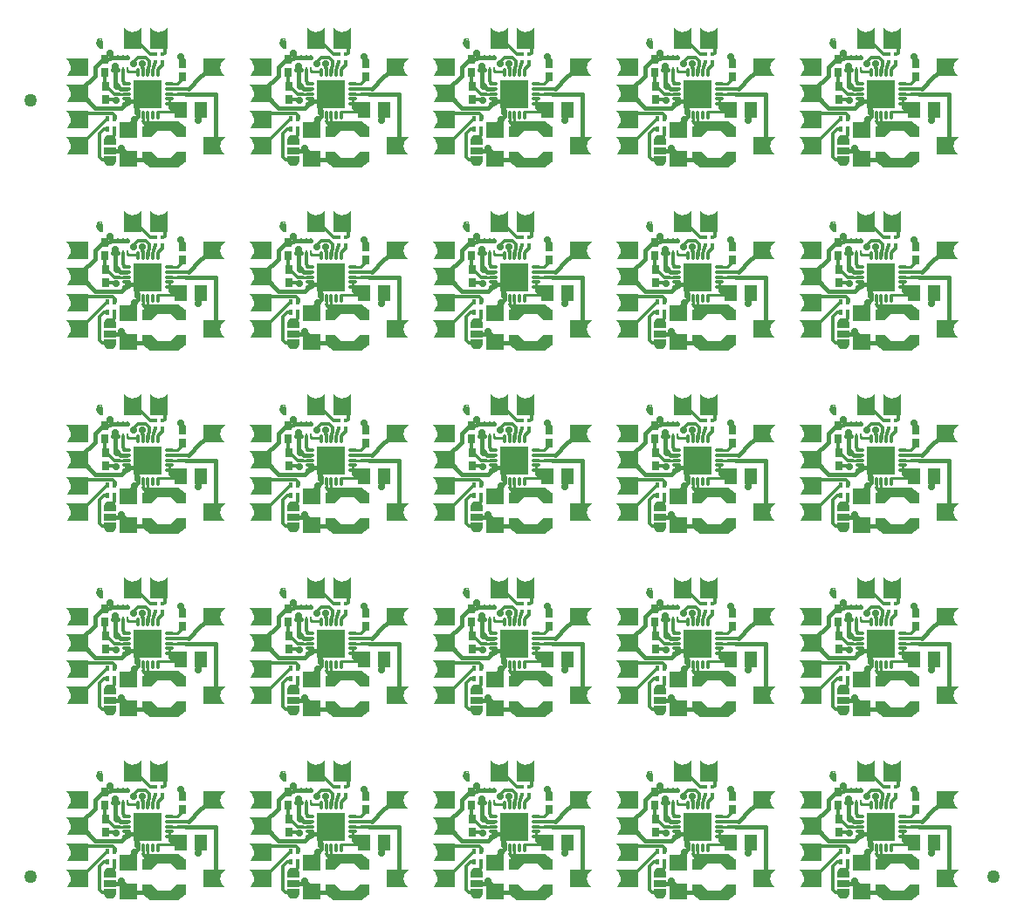
<source format=gbr>
G04 DipTrace 3.0.0.2*
G04 Top.gbr*
%MOIN*%
G04 #@! TF.FileFunction,Copper,L1,Top*
G04 #@! TF.Part,Single*
%AMOUTLINE0*
4,1,11,
-0.023622,0.001144,
-0.023622,0.018467,
0.023622,0.018467,
0.023622,0.001144,
0.02126,-0.005155,
0.015748,-0.013029,
0.007874,-0.016967,
0.0,-0.018467,
-0.007874,-0.016966,
-0.015748,-0.013029,
-0.02126,-0.005155,
-0.023622,0.001144,
0*%
%AMOUTLINE3*
4,1,11,
0.023622,-0.001144,
0.023622,-0.018467,
-0.023622,-0.018467,
-0.023622,-0.001144,
-0.02126,0.005155,
-0.015748,0.013029,
-0.007874,0.016967,
0.0,0.018467,
0.007874,0.016966,
0.015748,0.013029,
0.02126,0.005155,
0.023622,-0.001144,
0*%
%AMOUTLINE6*
4,1,11,
0.046063,-0.028543,
0.022638,-0.005709,
-0.022638,-0.005709,
-0.046063,-0.028543,
-0.084449,-0.028543,
-0.084449,0.00689,
-0.054921,0.028543,
0.022736,0.028543,
0.054921,0.028543,
0.084449,0.00689,
0.084449,-0.028543,
0.046063,-0.028543,
0*%
%AMOUTLINE9*
4,1,11,
-0.046063,0.028543,
-0.022638,0.005709,
0.022638,0.005709,
0.046063,0.028543,
0.084449,0.028543,
0.084449,-0.00689,
0.054921,-0.028543,
-0.022736,-0.028543,
-0.054921,-0.028543,
-0.084449,-0.00689,
-0.084449,0.028543,
-0.046063,0.028543,
0*%
%AMOUTLINE12*
4,1,35,
0.01245,-0.021726,
0.00495,-0.020573,
-0.00085,-0.018223,
-0.00455,-0.015223,
-0.00755,-0.012223,
-0.01005,-0.007793,
-0.01105,-0.005223,
-0.01185,-0.001474,
-0.012249,0.000526,
-0.01245,0.003777,
-0.01155,0.006327,
-0.01005,0.007827,
-0.00905,0.008827,
-0.00855,0.011344,
-0.008749,0.012344,
-0.009337,0.014344,
-0.01055,0.015425,
-0.007337,0.019327,
-0.004337,0.017344,
-0.003636,0.017344,
-0.002219,0.020827,
-0.00005,0.021327,
0.00395,0.021726,
-0.000249,0.011777,
-0.000249,0.010526,
0.00005,0.008827,
0.00095,0.008425,
0.00295,0.009226,
0.00545,0.013777,
0.00824,0.020526,
0.01024,0.019526,
0.012379,0.017026,
0.00945,0.009526,
0.01095,0.009777,
0.01245,0.009777,
0.01245,-0.021726,
0*%
G04 #@! TA.AperFunction,Conductor*
%ADD10C,0.009843*%
%ADD13C,0.012*%
%ADD14C,0.011024*%
%ADD15C,0.015*%
%ADD16C,0.011811*%
%ADD17C,0.01*%
%ADD18C,0.015748*%
%ADD21R,0.051181X0.059055*%
%ADD22R,0.070866X0.062992*%
%ADD25R,0.009843X0.023622*%
%ADD26R,0.011811X0.017717*%
%ADD28R,0.047244X0.029*%
G04 #@! TA.AperFunction,ComponentPad*
%ADD29R,0.066929X0.062992*%
%ADD30R,0.062992X0.066929*%
%ADD32R,0.027559X0.035433*%
%ADD34R,0.015748X0.019685*%
%ADD41O,0.03937X0.011024*%
%ADD42O,0.011024X0.03937*%
G04 #@! TA.AperFunction,ComponentPad*
%ADD43C,0.028*%
%ADD44R,0.106299X0.106299*%
%ADD46C,0.05*%
G04 #@! TA.AperFunction,ViaPad*
%ADD48C,0.028*%
%ADD88OUTLINE0*%
%ADD91OUTLINE3*%
%ADD94OUTLINE6*%
%ADD97OUTLINE9*%
%ADD100OUTLINE12*%
%FSLAX26Y26*%
G04*
G70*
G90*
G75*
G01*
G04 Top*
%LPD*%
X735298Y1020419D2*
D13*
Y970730D1*
X736404Y969623D1*
X818665Y939992D2*
D14*
X792975D1*
D13*
X770259D1*
X734937Y975314D1*
Y969623D1*
X818665Y920307D2*
D15*
Y906869D1*
Y900622D1*
X828190Y910147D1*
X869597D1*
X858487Y899037D1*
Y873449D1*
X860004D1*
Y859283D1*
X1099751Y876909D2*
X1107975D1*
Y863957D1*
X1092042Y848024D1*
Y838900D1*
X1030173Y1055339D2*
Y1073201D1*
X1023043Y1080331D1*
X899374Y939992D2*
X854870D1*
Y869832D1*
X858487Y873449D1*
X822879Y1078265D2*
X803194D1*
X783509D1*
X763824D1*
X745285Y1070291D1*
X720944Y1066108D1*
X696337Y1041501D1*
Y1009480D1*
X644343Y957486D1*
X657486D1*
X640551Y940551D1*
X720944Y1066108D2*
X735298Y1071600D1*
X860004Y859283D2*
Y853486D1*
X848182Y841664D1*
X824802Y802375D2*
Y818283D1*
X848182Y841664D1*
X640551Y940551D2*
X643282D1*
X697836Y885997D1*
X797794D1*
X818665Y906869D1*
X754900Y1093510D2*
D13*
Y1087189D1*
X756101Y1085988D1*
D10*
X763824Y1078265D1*
X919059Y1020701D2*
D14*
Y1033895D1*
D13*
G03X927860Y1060567I-98295J47221D01*
G01*
X938744Y1020701D2*
D16*
Y1029991D1*
X942172Y1033419D1*
Y1038306D1*
X953056Y1049190D1*
Y1060567D1*
X927860Y1090094D2*
D13*
X907591D1*
X857134Y1140551D1*
X840551D1*
X953056Y1090094D2*
D16*
X957377D1*
D13*
X963875Y1096593D1*
Y1117227D1*
X940551Y1140551D1*
X980083Y939992D2*
D17*
X1013717Y938735D1*
D13*
X1044760Y937636D1*
D18*
X1156678D1*
Y724424D1*
X1140551Y740551D1*
X980083Y959677D2*
D13*
X1053690D1*
D18*
X1097664Y1003651D1*
X1136455Y1036455D1*
X1140551Y1040551D1*
X980083Y979362D2*
D14*
X1014199D1*
D13*
X1027450Y992613D1*
Y1006715D1*
X1032731D1*
X1030173Y1004157D1*
X772172Y844236D2*
X773945D1*
Y855988D1*
X763823Y866110D1*
X614992D1*
X640551Y840551D1*
X899374Y1020701D2*
D14*
X900766D1*
Y1038304D1*
D13*
G03X905408Y1065013I-28134J18647D01*
G01*
X890462Y1079959D1*
X862231D1*
X845290Y1063018D1*
Y1056589D1*
X744613Y844236D2*
X744236D1*
X640551Y740551D1*
X879689Y1020701D2*
Y1039554D1*
X879520Y1039723D1*
Y1053814D1*
X899374Y859283D2*
D14*
Y833114D1*
D13*
X928843Y803646D1*
X959785D1*
X879689Y859283D2*
D14*
Y834093D1*
D13*
X888667Y825115D1*
X938315D1*
X959785Y803646D1*
X980083Y920307D2*
D14*
Y900622D1*
D13*
X994186D1*
X1001235D1*
X1024948Y876909D1*
X938744Y859283D2*
D14*
Y870925D1*
X1002186D1*
D13*
X1018963D1*
X1024948Y876909D1*
X736404Y918442D2*
X774445D1*
X778967Y913920D1*
X992492Y888516D2*
X994186D1*
Y900622D1*
X959785Y687504D2*
D15*
X829437D1*
X824802Y692139D1*
X818665Y959677D2*
X793322D1*
X785751Y967248D1*
X779916D1*
X783509Y1032990D2*
X773055D1*
X763824D1*
X773436D2*
Y967248D1*
X779916D1*
X755247Y723135D2*
X787252D1*
X796898Y732781D1*
X824802Y692139D2*
Y704877D1*
X796898Y732781D1*
X773055Y1032990D2*
Y1045238D1*
X773945Y1046127D1*
X772172Y804866D2*
D13*
Y783060D1*
X755247Y766135D1*
X744613Y804866D2*
X731581D1*
X713651Y786936D1*
Y699673D1*
X725375Y687949D1*
X763060D1*
X755247Y680135D1*
X803194Y1032990D2*
Y987013D1*
X810845Y979362D1*
X818665D1*
X822879Y1032990D2*
D10*
Y1026480D1*
X848409D1*
D14*
X854224D1*
X860004Y1020701D1*
D48*
X879520Y1053814D3*
X845290Y1056589D3*
X778967Y913920D3*
X992492Y888516D3*
X754900Y1093510D3*
X796898Y732781D3*
X779916Y967248D3*
X1092042Y838900D3*
X1023043Y1080331D3*
X848182Y841664D3*
X773945Y1046127D3*
D21*
X1024948Y876909D3*
X1099751D3*
D22*
X824802Y692139D3*
Y802375D3*
D25*
X822879Y1078265D3*
X803194D3*
X783509D3*
X763824D3*
Y1032990D3*
X783509D3*
X803194D3*
X822879D3*
D26*
X953056Y1090094D3*
X927860D3*
Y1060567D3*
X953056D3*
D88*
X755247Y680135D3*
D91*
Y766135D3*
D28*
Y723135D3*
D29*
X840551Y1140551D3*
X940551D3*
D30*
X640551Y740551D3*
Y840551D3*
Y1040551D3*
Y940551D3*
X1140551Y1040551D3*
Y740551D3*
D94*
X959785Y803646D3*
D97*
Y687504D3*
D32*
X736404Y969623D3*
Y918442D3*
X735298Y1071600D3*
Y1020419D3*
X1030173Y1004157D3*
Y1055339D3*
D34*
X744613Y804866D3*
X772172D3*
Y844236D3*
X744613D3*
D41*
X818665Y979362D3*
Y959677D3*
Y939992D3*
Y920307D3*
Y900622D3*
D42*
X860004Y859283D3*
X879689D3*
X899374D3*
X919059D3*
X938744D3*
D41*
X980083Y900622D3*
Y920307D3*
Y939992D3*
Y959677D3*
Y979362D3*
D42*
X938744Y1020701D3*
X919059D3*
X899374D3*
X879689D3*
X860004D3*
D43*
X863941Y975425D3*
X899374D3*
X934807D3*
X863941Y939992D3*
X899374D3*
X934807D3*
X863941Y904559D3*
X899374D3*
X934807D3*
D44*
X899374Y939992D3*
D100*
X713440Y1132957D3*
D46*
X452816Y748144D3*
X4128407D3*
X452816Y3715073D3*
G36*
X874013Y1194618D2*
Y1165486D1*
X806955Y1165359D1*
Y1194618D1*
X813389Y1187070D1*
X820545Y1182057D1*
X828473Y1178220D1*
X832673Y1177056D1*
X838720Y1176249D1*
X842517D1*
X848278Y1177056D1*
X852629Y1178220D1*
X860557Y1182057D1*
X867545Y1186678D1*
X874013Y1194618D1*
G37*
G36*
X974010D2*
Y1165486D1*
X906953Y1165359D1*
Y1194618D1*
X913387Y1187070D1*
X920560Y1182057D1*
X928471Y1178220D1*
X932671Y1177056D1*
X938718Y1176249D1*
X942514D1*
X948276Y1177056D1*
X952627Y1178220D1*
X960555Y1182057D1*
X967543Y1186678D1*
X974010Y1194618D1*
G37*
G36*
X586485Y774013D2*
X615616D1*
X615743Y706955D1*
X586485D1*
X594033Y713389D1*
X599045Y720545D1*
X602883Y728473D1*
X604047Y732673D1*
X604853Y738720D1*
Y742517D1*
X604047Y748278D1*
X602883Y752629D1*
X599045Y760557D1*
X594424Y767545D1*
X586485Y774013D1*
G37*
G36*
Y874010D2*
X615616D1*
X615743Y806953D1*
X586485D1*
X594033Y813387D1*
X599045Y820560D1*
X602883Y828471D1*
X604047Y832671D1*
X604853Y838718D1*
Y842514D1*
X604047Y848276D1*
X602883Y852627D1*
X599045Y860555D1*
X594424Y867543D1*
X586485Y874010D1*
G37*
G36*
Y1007090D2*
X615616D1*
X615743Y1074147D1*
X586485D1*
X594033Y1067713D1*
X599045Y1060557D1*
X602883Y1052629D1*
X604047Y1048429D1*
X604853Y1042382D1*
Y1038586D1*
X604047Y1032824D1*
X602883Y1028473D1*
X599045Y1020545D1*
X594424Y1013557D1*
X586485Y1007090D1*
G37*
G36*
Y907092D2*
X615616D1*
X615743Y974149D1*
X586485D1*
X594033Y967715D1*
X599045Y960543D1*
X602883Y952631D1*
X604047Y948431D1*
X604853Y942384D1*
Y938588D1*
X604047Y932826D1*
X602883Y928476D1*
X599045Y920547D1*
X594424Y913559D1*
X586485Y907092D1*
G37*
G36*
X1194618Y1074017D2*
X1165486D1*
X1165359Y1006955D1*
X1194618D1*
X1187070Y1013386D1*
X1182057Y1020551D1*
X1178220Y1028478D1*
X1177056Y1032679D1*
X1176249Y1038715D1*
Y1042522D1*
X1177056Y1048280D1*
X1178220Y1052624D1*
X1182057Y1060550D1*
X1186678Y1067552D1*
X1194618Y1074017D1*
G37*
G36*
Y774017D2*
X1165486D1*
X1165359Y706955D1*
X1194618D1*
X1187070Y713386D1*
X1182057Y720551D1*
X1178220Y728478D1*
X1177056Y732679D1*
X1176249Y738715D1*
Y742522D1*
X1177056Y748280D1*
X1178220Y752624D1*
X1182057Y760550D1*
X1186678Y767552D1*
X1194618Y774017D1*
G37*
X1435298Y1020419D2*
D13*
Y970730D1*
X1436404Y969623D1*
X1518665Y939992D2*
D14*
X1492975D1*
D13*
X1470259D1*
X1434937Y975314D1*
Y969623D1*
X1518665Y920307D2*
D15*
Y906869D1*
Y900622D1*
X1528190Y910147D1*
X1569597D1*
X1558487Y899037D1*
Y873449D1*
X1560004D1*
Y859283D1*
X1799751Y876909D2*
X1807975D1*
Y863957D1*
X1792042Y848024D1*
Y838900D1*
X1730173Y1055339D2*
Y1073201D1*
X1723043Y1080331D1*
X1599374Y939992D2*
X1554870D1*
Y869832D1*
X1558487Y873449D1*
X1522879Y1078265D2*
X1503194D1*
X1483509D1*
X1463824D1*
X1445285Y1070291D1*
X1420944Y1066108D1*
X1396337Y1041501D1*
Y1009480D1*
X1344343Y957486D1*
X1357486D1*
X1340551Y940551D1*
X1420944Y1066108D2*
X1435298Y1071600D1*
X1560004Y859283D2*
Y853486D1*
X1548182Y841664D1*
X1524802Y802375D2*
Y818283D1*
X1548182Y841664D1*
X1340551Y940551D2*
X1343282D1*
X1397836Y885997D1*
X1497794D1*
X1518665Y906869D1*
X1454900Y1093510D2*
D13*
Y1087189D1*
X1456101Y1085988D1*
D10*
X1463824Y1078265D1*
X1619059Y1020701D2*
D14*
Y1033895D1*
D13*
G03X1627860Y1060567I-98295J47221D01*
G01*
X1638744Y1020701D2*
D16*
Y1029991D1*
X1642172Y1033419D1*
Y1038306D1*
X1653056Y1049190D1*
Y1060567D1*
X1627860Y1090094D2*
D13*
X1607591D1*
X1557134Y1140551D1*
X1540551D1*
X1653056Y1090094D2*
D16*
X1657377D1*
D13*
X1663875Y1096593D1*
Y1117227D1*
X1640551Y1140551D1*
X1680083Y939992D2*
D17*
X1713717Y938735D1*
D13*
X1744760Y937636D1*
D18*
X1856678D1*
Y724424D1*
X1840551Y740551D1*
X1680083Y959677D2*
D13*
X1753690D1*
D18*
X1797664Y1003651D1*
X1836455Y1036455D1*
X1840551Y1040551D1*
X1680083Y979362D2*
D14*
X1714199D1*
D13*
X1727450Y992613D1*
Y1006715D1*
X1732731D1*
X1730173Y1004157D1*
X1472172Y844236D2*
X1473945D1*
Y855988D1*
X1463823Y866110D1*
X1314992D1*
X1340551Y840551D1*
X1599374Y1020701D2*
D14*
X1600766D1*
Y1038304D1*
D13*
G03X1605408Y1065013I-28134J18647D01*
G01*
X1590462Y1079959D1*
X1562231D1*
X1545290Y1063018D1*
Y1056589D1*
X1444613Y844236D2*
X1444236D1*
X1340551Y740551D1*
X1579689Y1020701D2*
Y1039554D1*
X1579520Y1039723D1*
Y1053814D1*
X1599374Y859283D2*
D14*
Y833114D1*
D13*
X1628843Y803646D1*
X1659785D1*
X1579689Y859283D2*
D14*
Y834093D1*
D13*
X1588667Y825115D1*
X1638315D1*
X1659785Y803646D1*
X1680083Y920307D2*
D14*
Y900622D1*
D13*
X1694186D1*
X1701235D1*
X1724948Y876909D1*
X1638744Y859283D2*
D14*
Y870925D1*
X1702186D1*
D13*
X1718963D1*
X1724948Y876909D1*
X1436404Y918442D2*
X1474445D1*
X1478967Y913920D1*
X1692492Y888516D2*
X1694186D1*
Y900622D1*
X1659785Y687504D2*
D15*
X1529437D1*
X1524802Y692139D1*
X1518665Y959677D2*
X1493322D1*
X1485751Y967248D1*
X1479916D1*
X1483509Y1032990D2*
X1473055D1*
X1463824D1*
X1473436D2*
Y967248D1*
X1479916D1*
X1455247Y723135D2*
X1487252D1*
X1496898Y732781D1*
X1524802Y692139D2*
Y704877D1*
X1496898Y732781D1*
X1473055Y1032990D2*
Y1045238D1*
X1473945Y1046127D1*
X1472172Y804866D2*
D13*
Y783060D1*
X1455247Y766135D1*
X1444613Y804866D2*
X1431581D1*
X1413651Y786936D1*
Y699673D1*
X1425375Y687949D1*
X1463060D1*
X1455247Y680135D1*
X1503194Y1032990D2*
Y987013D1*
X1510845Y979362D1*
X1518665D1*
X1522879Y1032990D2*
D10*
Y1026480D1*
X1548409D1*
D14*
X1554224D1*
X1560004Y1020701D1*
D48*
X1579520Y1053814D3*
X1545290Y1056589D3*
X1478967Y913920D3*
X1692492Y888516D3*
X1454900Y1093510D3*
X1496898Y732781D3*
X1479916Y967248D3*
X1792042Y838900D3*
X1723043Y1080331D3*
X1548182Y841664D3*
X1473945Y1046127D3*
D21*
X1724948Y876909D3*
X1799751D3*
D22*
X1524802Y692139D3*
Y802375D3*
D25*
X1522879Y1078265D3*
X1503194D3*
X1483509D3*
X1463824D3*
Y1032990D3*
X1483509D3*
X1503194D3*
X1522879D3*
D26*
X1653056Y1090094D3*
X1627860D3*
Y1060567D3*
X1653056D3*
D88*
X1455247Y680135D3*
D91*
Y766135D3*
D28*
Y723135D3*
D29*
X1540551Y1140551D3*
X1640551D3*
D30*
X1340551Y740551D3*
Y840551D3*
Y1040551D3*
Y940551D3*
X1840551Y1040551D3*
Y740551D3*
D94*
X1659785Y803646D3*
D97*
Y687504D3*
D32*
X1436404Y969623D3*
Y918442D3*
X1435298Y1071600D3*
Y1020419D3*
X1730173Y1004157D3*
Y1055339D3*
D34*
X1444613Y804866D3*
X1472172D3*
Y844236D3*
X1444613D3*
D41*
X1518665Y979362D3*
Y959677D3*
Y939992D3*
Y920307D3*
Y900622D3*
D42*
X1560004Y859283D3*
X1579689D3*
X1599374D3*
X1619059D3*
X1638744D3*
D41*
X1680083Y900622D3*
Y920307D3*
Y939992D3*
Y959677D3*
Y979362D3*
D42*
X1638744Y1020701D3*
X1619059D3*
X1599374D3*
X1579689D3*
X1560004D3*
D43*
X1563941Y975425D3*
X1599374D3*
X1634807D3*
X1563941Y939992D3*
X1599374D3*
X1634807D3*
X1563941Y904559D3*
X1599374D3*
X1634807D3*
D44*
X1599374Y939992D3*
D100*
X1413440Y1132957D3*
G36*
X1574013Y1194618D2*
Y1165486D1*
X1506955Y1165359D1*
Y1194618D1*
X1513389Y1187070D1*
X1520545Y1182057D1*
X1528473Y1178220D1*
X1532673Y1177056D1*
X1538720Y1176249D1*
X1542517D1*
X1548278Y1177056D1*
X1552629Y1178220D1*
X1560557Y1182057D1*
X1567545Y1186678D1*
X1574013Y1194618D1*
G37*
G36*
X1674010D2*
Y1165486D1*
X1606953Y1165359D1*
Y1194618D1*
X1613387Y1187070D1*
X1620560Y1182057D1*
X1628471Y1178220D1*
X1632671Y1177056D1*
X1638718Y1176249D1*
X1642514D1*
X1648276Y1177056D1*
X1652627Y1178220D1*
X1660555Y1182057D1*
X1667543Y1186678D1*
X1674010Y1194618D1*
G37*
G36*
X1286485Y774013D2*
X1315616D1*
X1315743Y706955D1*
X1286485D1*
X1294033Y713389D1*
X1299045Y720545D1*
X1302883Y728473D1*
X1304047Y732673D1*
X1304853Y738720D1*
Y742517D1*
X1304047Y748278D1*
X1302883Y752629D1*
X1299045Y760557D1*
X1294424Y767545D1*
X1286485Y774013D1*
G37*
G36*
Y874010D2*
X1315616D1*
X1315743Y806953D1*
X1286485D1*
X1294033Y813387D1*
X1299045Y820560D1*
X1302883Y828471D1*
X1304047Y832671D1*
X1304853Y838718D1*
Y842514D1*
X1304047Y848276D1*
X1302883Y852627D1*
X1299045Y860555D1*
X1294424Y867543D1*
X1286485Y874010D1*
G37*
G36*
Y1007090D2*
X1315616D1*
X1315743Y1074147D1*
X1286485D1*
X1294033Y1067713D1*
X1299045Y1060557D1*
X1302883Y1052629D1*
X1304047Y1048429D1*
X1304853Y1042382D1*
Y1038586D1*
X1304047Y1032824D1*
X1302883Y1028473D1*
X1299045Y1020545D1*
X1294424Y1013557D1*
X1286485Y1007090D1*
G37*
G36*
Y907092D2*
X1315616D1*
X1315743Y974149D1*
X1286485D1*
X1294033Y967715D1*
X1299045Y960543D1*
X1302883Y952631D1*
X1304047Y948431D1*
X1304853Y942384D1*
Y938588D1*
X1304047Y932826D1*
X1302883Y928476D1*
X1299045Y920547D1*
X1294424Y913559D1*
X1286485Y907092D1*
G37*
G36*
X1894618Y1074017D2*
X1865486D1*
X1865359Y1006955D1*
X1894618D1*
X1887070Y1013386D1*
X1882057Y1020551D1*
X1878220Y1028478D1*
X1877056Y1032679D1*
X1876249Y1038715D1*
Y1042522D1*
X1877056Y1048280D1*
X1878220Y1052624D1*
X1882057Y1060550D1*
X1886678Y1067552D1*
X1894618Y1074017D1*
G37*
G36*
Y774017D2*
X1865486D1*
X1865359Y706955D1*
X1894618D1*
X1887070Y713386D1*
X1882057Y720551D1*
X1878220Y728478D1*
X1877056Y732679D1*
X1876249Y738715D1*
Y742522D1*
X1877056Y748280D1*
X1878220Y752624D1*
X1882057Y760550D1*
X1886678Y767552D1*
X1894618Y774017D1*
G37*
X2135298Y1020419D2*
D13*
Y970730D1*
X2136404Y969623D1*
X2218665Y939992D2*
D14*
X2192975D1*
D13*
X2170259D1*
X2134937Y975314D1*
Y969623D1*
X2218665Y920307D2*
D15*
Y906869D1*
Y900622D1*
X2228190Y910147D1*
X2269597D1*
X2258487Y899037D1*
Y873449D1*
X2260004D1*
Y859283D1*
X2499751Y876909D2*
X2507975D1*
Y863957D1*
X2492042Y848024D1*
Y838900D1*
X2430173Y1055339D2*
Y1073201D1*
X2423043Y1080331D1*
X2299374Y939992D2*
X2254870D1*
Y869832D1*
X2258487Y873449D1*
X2222879Y1078265D2*
X2203194D1*
X2183509D1*
X2163824D1*
X2145285Y1070291D1*
X2120944Y1066108D1*
X2096337Y1041501D1*
Y1009480D1*
X2044343Y957486D1*
X2057486D1*
X2040551Y940551D1*
X2120944Y1066108D2*
X2135298Y1071600D1*
X2260004Y859283D2*
Y853486D1*
X2248182Y841664D1*
X2224802Y802375D2*
Y818283D1*
X2248182Y841664D1*
X2040551Y940551D2*
X2043282D1*
X2097836Y885997D1*
X2197794D1*
X2218665Y906869D1*
X2154900Y1093510D2*
D13*
Y1087189D1*
X2156101Y1085988D1*
D10*
X2163824Y1078265D1*
X2319059Y1020701D2*
D14*
Y1033895D1*
D13*
G03X2327860Y1060567I-98295J47221D01*
G01*
X2338744Y1020701D2*
D16*
Y1029991D1*
X2342172Y1033419D1*
Y1038306D1*
X2353056Y1049190D1*
Y1060567D1*
X2327860Y1090094D2*
D13*
X2307591D1*
X2257134Y1140551D1*
X2240551D1*
X2353056Y1090094D2*
D16*
X2357377D1*
D13*
X2363875Y1096593D1*
Y1117227D1*
X2340551Y1140551D1*
X2380083Y939992D2*
D17*
X2413717Y938735D1*
D13*
X2444760Y937636D1*
D18*
X2556678D1*
Y724424D1*
X2540551Y740551D1*
X2380083Y959677D2*
D13*
X2453690D1*
D18*
X2497664Y1003651D1*
X2536455Y1036455D1*
X2540551Y1040551D1*
X2380083Y979362D2*
D14*
X2414199D1*
D13*
X2427450Y992613D1*
Y1006715D1*
X2432731D1*
X2430173Y1004157D1*
X2172172Y844236D2*
X2173945D1*
Y855988D1*
X2163823Y866110D1*
X2014992D1*
X2040551Y840551D1*
X2299374Y1020701D2*
D14*
X2300766D1*
Y1038304D1*
D13*
G03X2305408Y1065013I-28134J18647D01*
G01*
X2290462Y1079959D1*
X2262231D1*
X2245290Y1063018D1*
Y1056589D1*
X2144613Y844236D2*
X2144236D1*
X2040551Y740551D1*
X2279689Y1020701D2*
Y1039554D1*
X2279520Y1039723D1*
Y1053814D1*
X2299374Y859283D2*
D14*
Y833114D1*
D13*
X2328843Y803646D1*
X2359785D1*
X2279689Y859283D2*
D14*
Y834093D1*
D13*
X2288667Y825115D1*
X2338315D1*
X2359785Y803646D1*
X2380083Y920307D2*
D14*
Y900622D1*
D13*
X2394186D1*
X2401235D1*
X2424948Y876909D1*
X2338744Y859283D2*
D14*
Y870925D1*
X2402186D1*
D13*
X2418963D1*
X2424948Y876909D1*
X2136404Y918442D2*
X2174445D1*
X2178967Y913920D1*
X2392492Y888516D2*
X2394186D1*
Y900622D1*
X2359785Y687504D2*
D15*
X2229437D1*
X2224802Y692139D1*
X2218665Y959677D2*
X2193322D1*
X2185751Y967248D1*
X2179916D1*
X2183509Y1032990D2*
X2173055D1*
X2163824D1*
X2173436D2*
Y967248D1*
X2179916D1*
X2155247Y723135D2*
X2187252D1*
X2196898Y732781D1*
X2224802Y692139D2*
Y704877D1*
X2196898Y732781D1*
X2173055Y1032990D2*
Y1045238D1*
X2173945Y1046127D1*
X2172172Y804866D2*
D13*
Y783060D1*
X2155247Y766135D1*
X2144613Y804866D2*
X2131581D1*
X2113651Y786936D1*
Y699673D1*
X2125375Y687949D1*
X2163060D1*
X2155247Y680135D1*
X2203194Y1032990D2*
Y987013D1*
X2210845Y979362D1*
X2218665D1*
X2222879Y1032990D2*
D10*
Y1026480D1*
X2248409D1*
D14*
X2254224D1*
X2260004Y1020701D1*
D48*
X2279520Y1053814D3*
X2245290Y1056589D3*
X2178967Y913920D3*
X2392492Y888516D3*
X2154900Y1093510D3*
X2196898Y732781D3*
X2179916Y967248D3*
X2492042Y838900D3*
X2423043Y1080331D3*
X2248182Y841664D3*
X2173945Y1046127D3*
D21*
X2424948Y876909D3*
X2499751D3*
D22*
X2224802Y692139D3*
Y802375D3*
D25*
X2222879Y1078265D3*
X2203194D3*
X2183509D3*
X2163824D3*
Y1032990D3*
X2183509D3*
X2203194D3*
X2222879D3*
D26*
X2353056Y1090094D3*
X2327860D3*
Y1060567D3*
X2353056D3*
D88*
X2155247Y680135D3*
D91*
Y766135D3*
D28*
Y723135D3*
D29*
X2240551Y1140551D3*
X2340551D3*
D30*
X2040551Y740551D3*
Y840551D3*
Y1040551D3*
Y940551D3*
X2540551Y1040551D3*
Y740551D3*
D94*
X2359785Y803646D3*
D97*
Y687504D3*
D32*
X2136404Y969623D3*
Y918442D3*
X2135298Y1071600D3*
Y1020419D3*
X2430173Y1004157D3*
Y1055339D3*
D34*
X2144613Y804866D3*
X2172172D3*
Y844236D3*
X2144613D3*
D41*
X2218665Y979362D3*
Y959677D3*
Y939992D3*
Y920307D3*
Y900622D3*
D42*
X2260004Y859283D3*
X2279689D3*
X2299374D3*
X2319059D3*
X2338744D3*
D41*
X2380083Y900622D3*
Y920307D3*
Y939992D3*
Y959677D3*
Y979362D3*
D42*
X2338744Y1020701D3*
X2319059D3*
X2299374D3*
X2279689D3*
X2260004D3*
D43*
X2263941Y975425D3*
X2299374D3*
X2334807D3*
X2263941Y939992D3*
X2299374D3*
X2334807D3*
X2263941Y904559D3*
X2299374D3*
X2334807D3*
D44*
X2299374Y939992D3*
D100*
X2113440Y1132957D3*
G36*
X2274013Y1194618D2*
Y1165486D1*
X2206955Y1165359D1*
Y1194618D1*
X2213389Y1187070D1*
X2220545Y1182057D1*
X2228473Y1178220D1*
X2232673Y1177056D1*
X2238720Y1176249D1*
X2242517D1*
X2248278Y1177056D1*
X2252629Y1178220D1*
X2260557Y1182057D1*
X2267545Y1186678D1*
X2274013Y1194618D1*
G37*
G36*
X2374010D2*
Y1165486D1*
X2306953Y1165359D1*
Y1194618D1*
X2313387Y1187070D1*
X2320560Y1182057D1*
X2328471Y1178220D1*
X2332671Y1177056D1*
X2338718Y1176249D1*
X2342514D1*
X2348276Y1177056D1*
X2352627Y1178220D1*
X2360555Y1182057D1*
X2367543Y1186678D1*
X2374010Y1194618D1*
G37*
G36*
X1986485Y774013D2*
X2015616D1*
X2015743Y706955D1*
X1986485D1*
X1994033Y713389D1*
X1999045Y720545D1*
X2002883Y728473D1*
X2004047Y732673D1*
X2004853Y738720D1*
Y742517D1*
X2004047Y748278D1*
X2002883Y752629D1*
X1999045Y760557D1*
X1994424Y767545D1*
X1986485Y774013D1*
G37*
G36*
Y874010D2*
X2015616D1*
X2015743Y806953D1*
X1986485D1*
X1994033Y813387D1*
X1999045Y820560D1*
X2002883Y828471D1*
X2004047Y832671D1*
X2004853Y838718D1*
Y842514D1*
X2004047Y848276D1*
X2002883Y852627D1*
X1999045Y860555D1*
X1994424Y867543D1*
X1986485Y874010D1*
G37*
G36*
Y1007090D2*
X2015616D1*
X2015743Y1074147D1*
X1986485D1*
X1994033Y1067713D1*
X1999045Y1060557D1*
X2002883Y1052629D1*
X2004047Y1048429D1*
X2004853Y1042382D1*
Y1038586D1*
X2004047Y1032824D1*
X2002883Y1028473D1*
X1999045Y1020545D1*
X1994424Y1013557D1*
X1986485Y1007090D1*
G37*
G36*
Y907092D2*
X2015616D1*
X2015743Y974149D1*
X1986485D1*
X1994033Y967715D1*
X1999045Y960543D1*
X2002883Y952631D1*
X2004047Y948431D1*
X2004853Y942384D1*
Y938588D1*
X2004047Y932826D1*
X2002883Y928476D1*
X1999045Y920547D1*
X1994424Y913559D1*
X1986485Y907092D1*
G37*
G36*
X2594618Y1074017D2*
X2565486D1*
X2565359Y1006955D1*
X2594618D1*
X2587070Y1013386D1*
X2582057Y1020551D1*
X2578220Y1028478D1*
X2577056Y1032679D1*
X2576249Y1038715D1*
Y1042522D1*
X2577056Y1048280D1*
X2578220Y1052624D1*
X2582057Y1060550D1*
X2586678Y1067552D1*
X2594618Y1074017D1*
G37*
G36*
Y774017D2*
X2565486D1*
X2565359Y706955D1*
X2594618D1*
X2587070Y713386D1*
X2582057Y720551D1*
X2578220Y728478D1*
X2577056Y732679D1*
X2576249Y738715D1*
Y742522D1*
X2577056Y748280D1*
X2578220Y752624D1*
X2582057Y760550D1*
X2586678Y767552D1*
X2594618Y774017D1*
G37*
X2835298Y1020419D2*
D13*
Y970730D1*
X2836404Y969623D1*
X2918665Y939992D2*
D14*
X2892975D1*
D13*
X2870259D1*
X2834937Y975314D1*
Y969623D1*
X2918665Y920307D2*
D15*
Y906869D1*
Y900622D1*
X2928190Y910147D1*
X2969597D1*
X2958487Y899037D1*
Y873449D1*
X2960004D1*
Y859283D1*
X3199751Y876909D2*
X3207975D1*
Y863957D1*
X3192042Y848024D1*
Y838900D1*
X3130173Y1055339D2*
Y1073201D1*
X3123043Y1080331D1*
X2999374Y939992D2*
X2954870D1*
Y869832D1*
X2958487Y873449D1*
X2922879Y1078265D2*
X2903194D1*
X2883509D1*
X2863824D1*
X2845285Y1070291D1*
X2820944Y1066108D1*
X2796337Y1041501D1*
Y1009480D1*
X2744343Y957486D1*
X2757486D1*
X2740551Y940551D1*
X2820944Y1066108D2*
X2835298Y1071600D1*
X2960004Y859283D2*
Y853486D1*
X2948182Y841664D1*
X2924802Y802375D2*
Y818283D1*
X2948182Y841664D1*
X2740551Y940551D2*
X2743282D1*
X2797836Y885997D1*
X2897794D1*
X2918665Y906869D1*
X2854900Y1093510D2*
D13*
Y1087189D1*
X2856101Y1085988D1*
D10*
X2863824Y1078265D1*
X3019059Y1020701D2*
D14*
Y1033895D1*
D13*
G03X3027860Y1060567I-98295J47221D01*
G01*
X3038744Y1020701D2*
D16*
Y1029991D1*
X3042172Y1033419D1*
Y1038306D1*
X3053056Y1049190D1*
Y1060567D1*
X3027860Y1090094D2*
D13*
X3007591D1*
X2957134Y1140551D1*
X2940551D1*
X3053056Y1090094D2*
D16*
X3057377D1*
D13*
X3063875Y1096593D1*
Y1117227D1*
X3040551Y1140551D1*
X3080083Y939992D2*
D17*
X3113717Y938735D1*
D13*
X3144760Y937636D1*
D18*
X3256678D1*
Y724424D1*
X3240551Y740551D1*
X3080083Y959677D2*
D13*
X3153690D1*
D18*
X3197664Y1003651D1*
X3236455Y1036455D1*
X3240551Y1040551D1*
X3080083Y979362D2*
D14*
X3114199D1*
D13*
X3127450Y992613D1*
Y1006715D1*
X3132731D1*
X3130173Y1004157D1*
X2872172Y844236D2*
X2873945D1*
Y855988D1*
X2863823Y866110D1*
X2714992D1*
X2740551Y840551D1*
X2999374Y1020701D2*
D14*
X3000766D1*
Y1038304D1*
D13*
G03X3005408Y1065013I-28134J18647D01*
G01*
X2990462Y1079959D1*
X2962231D1*
X2945290Y1063018D1*
Y1056589D1*
X2844613Y844236D2*
X2844236D1*
X2740551Y740551D1*
X2979689Y1020701D2*
Y1039554D1*
X2979520Y1039723D1*
Y1053814D1*
X2999374Y859283D2*
D14*
Y833114D1*
D13*
X3028843Y803646D1*
X3059785D1*
X2979689Y859283D2*
D14*
Y834093D1*
D13*
X2988667Y825115D1*
X3038315D1*
X3059785Y803646D1*
X3080083Y920307D2*
D14*
Y900622D1*
D13*
X3094186D1*
X3101235D1*
X3124948Y876909D1*
X3038744Y859283D2*
D14*
Y870925D1*
X3102186D1*
D13*
X3118963D1*
X3124948Y876909D1*
X2836404Y918442D2*
X2874445D1*
X2878967Y913920D1*
X3092492Y888516D2*
X3094186D1*
Y900622D1*
X3059785Y687504D2*
D15*
X2929437D1*
X2924802Y692139D1*
X2918665Y959677D2*
X2893322D1*
X2885751Y967248D1*
X2879916D1*
X2883509Y1032990D2*
X2873055D1*
X2863824D1*
X2873436D2*
Y967248D1*
X2879916D1*
X2855247Y723135D2*
X2887252D1*
X2896898Y732781D1*
X2924802Y692139D2*
Y704877D1*
X2896898Y732781D1*
X2873055Y1032990D2*
Y1045238D1*
X2873945Y1046127D1*
X2872172Y804866D2*
D13*
Y783060D1*
X2855247Y766135D1*
X2844613Y804866D2*
X2831581D1*
X2813651Y786936D1*
Y699673D1*
X2825375Y687949D1*
X2863060D1*
X2855247Y680135D1*
X2903194Y1032990D2*
Y987013D1*
X2910845Y979362D1*
X2918665D1*
X2922879Y1032990D2*
D10*
Y1026480D1*
X2948409D1*
D14*
X2954224D1*
X2960004Y1020701D1*
D48*
X2979520Y1053814D3*
X2945290Y1056589D3*
X2878967Y913920D3*
X3092492Y888516D3*
X2854900Y1093510D3*
X2896898Y732781D3*
X2879916Y967248D3*
X3192042Y838900D3*
X3123043Y1080331D3*
X2948182Y841664D3*
X2873945Y1046127D3*
D21*
X3124948Y876909D3*
X3199751D3*
D22*
X2924802Y692139D3*
Y802375D3*
D25*
X2922879Y1078265D3*
X2903194D3*
X2883509D3*
X2863824D3*
Y1032990D3*
X2883509D3*
X2903194D3*
X2922879D3*
D26*
X3053056Y1090094D3*
X3027860D3*
Y1060567D3*
X3053056D3*
D88*
X2855247Y680135D3*
D91*
Y766135D3*
D28*
Y723135D3*
D29*
X2940551Y1140551D3*
X3040551D3*
D30*
X2740551Y740551D3*
Y840551D3*
Y1040551D3*
Y940551D3*
X3240551Y1040551D3*
Y740551D3*
D94*
X3059785Y803646D3*
D97*
Y687504D3*
D32*
X2836404Y969623D3*
Y918442D3*
X2835298Y1071600D3*
Y1020419D3*
X3130173Y1004157D3*
Y1055339D3*
D34*
X2844613Y804866D3*
X2872172D3*
Y844236D3*
X2844613D3*
D41*
X2918665Y979362D3*
Y959677D3*
Y939992D3*
Y920307D3*
Y900622D3*
D42*
X2960004Y859283D3*
X2979689D3*
X2999374D3*
X3019059D3*
X3038744D3*
D41*
X3080083Y900622D3*
Y920307D3*
Y939992D3*
Y959677D3*
Y979362D3*
D42*
X3038744Y1020701D3*
X3019059D3*
X2999374D3*
X2979689D3*
X2960004D3*
D43*
X2963941Y975425D3*
X2999374D3*
X3034807D3*
X2963941Y939992D3*
X2999374D3*
X3034807D3*
X2963941Y904559D3*
X2999374D3*
X3034807D3*
D44*
X2999374Y939992D3*
D100*
X2813440Y1132957D3*
G36*
X2974013Y1194618D2*
Y1165486D1*
X2906955Y1165359D1*
Y1194618D1*
X2913389Y1187070D1*
X2920545Y1182057D1*
X2928473Y1178220D1*
X2932673Y1177056D1*
X2938720Y1176249D1*
X2942517D1*
X2948278Y1177056D1*
X2952629Y1178220D1*
X2960557Y1182057D1*
X2967545Y1186678D1*
X2974013Y1194618D1*
G37*
G36*
X3074010D2*
Y1165486D1*
X3006953Y1165359D1*
Y1194618D1*
X3013387Y1187070D1*
X3020560Y1182057D1*
X3028471Y1178220D1*
X3032671Y1177056D1*
X3038718Y1176249D1*
X3042514D1*
X3048276Y1177056D1*
X3052627Y1178220D1*
X3060555Y1182057D1*
X3067543Y1186678D1*
X3074010Y1194618D1*
G37*
G36*
X2686485Y774013D2*
X2715616D1*
X2715743Y706955D1*
X2686485D1*
X2694033Y713389D1*
X2699045Y720545D1*
X2702883Y728473D1*
X2704047Y732673D1*
X2704853Y738720D1*
Y742517D1*
X2704047Y748278D1*
X2702883Y752629D1*
X2699045Y760557D1*
X2694424Y767545D1*
X2686485Y774013D1*
G37*
G36*
Y874010D2*
X2715616D1*
X2715743Y806953D1*
X2686485D1*
X2694033Y813387D1*
X2699045Y820560D1*
X2702883Y828471D1*
X2704047Y832671D1*
X2704853Y838718D1*
Y842514D1*
X2704047Y848276D1*
X2702883Y852627D1*
X2699045Y860555D1*
X2694424Y867543D1*
X2686485Y874010D1*
G37*
G36*
Y1007090D2*
X2715616D1*
X2715743Y1074147D1*
X2686485D1*
X2694033Y1067713D1*
X2699045Y1060557D1*
X2702883Y1052629D1*
X2704047Y1048429D1*
X2704853Y1042382D1*
Y1038586D1*
X2704047Y1032824D1*
X2702883Y1028473D1*
X2699045Y1020545D1*
X2694424Y1013557D1*
X2686485Y1007090D1*
G37*
G36*
Y907092D2*
X2715616D1*
X2715743Y974149D1*
X2686485D1*
X2694033Y967715D1*
X2699045Y960543D1*
X2702883Y952631D1*
X2704047Y948431D1*
X2704853Y942384D1*
Y938588D1*
X2704047Y932826D1*
X2702883Y928476D1*
X2699045Y920547D1*
X2694424Y913559D1*
X2686485Y907092D1*
G37*
G36*
X3294618Y1074017D2*
X3265486D1*
X3265359Y1006955D1*
X3294618D1*
X3287070Y1013386D1*
X3282057Y1020551D1*
X3278220Y1028478D1*
X3277056Y1032679D1*
X3276249Y1038715D1*
Y1042522D1*
X3277056Y1048280D1*
X3278220Y1052624D1*
X3282057Y1060550D1*
X3286678Y1067552D1*
X3294618Y1074017D1*
G37*
G36*
Y774017D2*
X3265486D1*
X3265359Y706955D1*
X3294618D1*
X3287070Y713386D1*
X3282057Y720551D1*
X3278220Y728478D1*
X3277056Y732679D1*
X3276249Y738715D1*
Y742522D1*
X3277056Y748280D1*
X3278220Y752624D1*
X3282057Y760550D1*
X3286678Y767552D1*
X3294618Y774017D1*
G37*
X3535298Y1020419D2*
D13*
Y970730D1*
X3536404Y969623D1*
X3618665Y939992D2*
D14*
X3592975D1*
D13*
X3570259D1*
X3534937Y975314D1*
Y969623D1*
X3618665Y920307D2*
D15*
Y906869D1*
Y900622D1*
X3628190Y910147D1*
X3669597D1*
X3658487Y899037D1*
Y873449D1*
X3660004D1*
Y859283D1*
X3899751Y876909D2*
X3907975D1*
Y863957D1*
X3892042Y848024D1*
Y838900D1*
X3830173Y1055339D2*
Y1073201D1*
X3823043Y1080331D1*
X3699374Y939992D2*
X3654870D1*
Y869832D1*
X3658487Y873449D1*
X3622879Y1078265D2*
X3603194D1*
X3583509D1*
X3563824D1*
X3545285Y1070291D1*
X3520944Y1066108D1*
X3496337Y1041501D1*
Y1009480D1*
X3444343Y957486D1*
X3457486D1*
X3440551Y940551D1*
X3520944Y1066108D2*
X3535298Y1071600D1*
X3660004Y859283D2*
Y853486D1*
X3648182Y841664D1*
X3624802Y802375D2*
Y818283D1*
X3648182Y841664D1*
X3440551Y940551D2*
X3443282D1*
X3497836Y885997D1*
X3597794D1*
X3618665Y906869D1*
X3554900Y1093510D2*
D13*
Y1087189D1*
X3556101Y1085988D1*
D10*
X3563824Y1078265D1*
X3719059Y1020701D2*
D14*
Y1033895D1*
D13*
G03X3727860Y1060567I-98295J47221D01*
G01*
X3738744Y1020701D2*
D16*
Y1029991D1*
X3742172Y1033419D1*
Y1038306D1*
X3753056Y1049190D1*
Y1060567D1*
X3727860Y1090094D2*
D13*
X3707591D1*
X3657134Y1140551D1*
X3640551D1*
X3753056Y1090094D2*
D16*
X3757377D1*
D13*
X3763875Y1096593D1*
Y1117227D1*
X3740551Y1140551D1*
X3780083Y939992D2*
D17*
X3813717Y938735D1*
D13*
X3844760Y937636D1*
D18*
X3956678D1*
Y724424D1*
X3940551Y740551D1*
X3780083Y959677D2*
D13*
X3853690D1*
D18*
X3897664Y1003651D1*
X3936455Y1036455D1*
X3940551Y1040551D1*
X3780083Y979362D2*
D14*
X3814199D1*
D13*
X3827450Y992613D1*
Y1006715D1*
X3832731D1*
X3830173Y1004157D1*
X3572172Y844236D2*
X3573945D1*
Y855988D1*
X3563823Y866110D1*
X3414992D1*
X3440551Y840551D1*
X3699374Y1020701D2*
D14*
X3700766D1*
Y1038304D1*
D13*
G03X3705408Y1065013I-28134J18647D01*
G01*
X3690462Y1079959D1*
X3662231D1*
X3645290Y1063018D1*
Y1056589D1*
X3544613Y844236D2*
X3544236D1*
X3440551Y740551D1*
X3679689Y1020701D2*
Y1039554D1*
X3679520Y1039723D1*
Y1053814D1*
X3699374Y859283D2*
D14*
Y833114D1*
D13*
X3728843Y803646D1*
X3759785D1*
X3679689Y859283D2*
D14*
Y834093D1*
D13*
X3688667Y825115D1*
X3738315D1*
X3759785Y803646D1*
X3780083Y920307D2*
D14*
Y900622D1*
D13*
X3794186D1*
X3801235D1*
X3824948Y876909D1*
X3738744Y859283D2*
D14*
Y870925D1*
X3802186D1*
D13*
X3818963D1*
X3824948Y876909D1*
X3536404Y918442D2*
X3574445D1*
X3578967Y913920D1*
X3792492Y888516D2*
X3794186D1*
Y900622D1*
X3759785Y687504D2*
D15*
X3629437D1*
X3624802Y692139D1*
X3618665Y959677D2*
X3593322D1*
X3585751Y967248D1*
X3579916D1*
X3583509Y1032990D2*
X3573055D1*
X3563824D1*
X3573436D2*
Y967248D1*
X3579916D1*
X3555247Y723135D2*
X3587252D1*
X3596898Y732781D1*
X3624802Y692139D2*
Y704877D1*
X3596898Y732781D1*
X3573055Y1032990D2*
Y1045238D1*
X3573945Y1046127D1*
X3572172Y804866D2*
D13*
Y783060D1*
X3555247Y766135D1*
X3544613Y804866D2*
X3531581D1*
X3513651Y786936D1*
Y699673D1*
X3525375Y687949D1*
X3563060D1*
X3555247Y680135D1*
X3603194Y1032990D2*
Y987013D1*
X3610845Y979362D1*
X3618665D1*
X3622879Y1032990D2*
D10*
Y1026480D1*
X3648409D1*
D14*
X3654224D1*
X3660004Y1020701D1*
D48*
X3679520Y1053814D3*
X3645290Y1056589D3*
X3578967Y913920D3*
X3792492Y888516D3*
X3554900Y1093510D3*
X3596898Y732781D3*
X3579916Y967248D3*
X3892042Y838900D3*
X3823043Y1080331D3*
X3648182Y841664D3*
X3573945Y1046127D3*
D21*
X3824948Y876909D3*
X3899751D3*
D22*
X3624802Y692139D3*
Y802375D3*
D25*
X3622879Y1078265D3*
X3603194D3*
X3583509D3*
X3563824D3*
Y1032990D3*
X3583509D3*
X3603194D3*
X3622879D3*
D26*
X3753056Y1090094D3*
X3727860D3*
Y1060567D3*
X3753056D3*
D88*
X3555247Y680135D3*
D91*
Y766135D3*
D28*
Y723135D3*
D29*
X3640551Y1140551D3*
X3740551D3*
D30*
X3440551Y740551D3*
Y840551D3*
Y1040551D3*
Y940551D3*
X3940551Y1040551D3*
Y740551D3*
D94*
X3759785Y803646D3*
D97*
Y687504D3*
D32*
X3536404Y969623D3*
Y918442D3*
X3535298Y1071600D3*
Y1020419D3*
X3830173Y1004157D3*
Y1055339D3*
D34*
X3544613Y804866D3*
X3572172D3*
Y844236D3*
X3544613D3*
D41*
X3618665Y979362D3*
Y959677D3*
Y939992D3*
Y920307D3*
Y900622D3*
D42*
X3660004Y859283D3*
X3679689D3*
X3699374D3*
X3719059D3*
X3738744D3*
D41*
X3780083Y900622D3*
Y920307D3*
Y939992D3*
Y959677D3*
Y979362D3*
D42*
X3738744Y1020701D3*
X3719059D3*
X3699374D3*
X3679689D3*
X3660004D3*
D43*
X3663941Y975425D3*
X3699374D3*
X3734807D3*
X3663941Y939992D3*
X3699374D3*
X3734807D3*
X3663941Y904559D3*
X3699374D3*
X3734807D3*
D44*
X3699374Y939992D3*
D100*
X3513440Y1132957D3*
G36*
X3674013Y1194618D2*
Y1165486D1*
X3606955Y1165359D1*
Y1194618D1*
X3613389Y1187070D1*
X3620545Y1182057D1*
X3628473Y1178220D1*
X3632673Y1177056D1*
X3638720Y1176249D1*
X3642517D1*
X3648278Y1177056D1*
X3652629Y1178220D1*
X3660557Y1182057D1*
X3667545Y1186678D1*
X3674013Y1194618D1*
G37*
G36*
X3774010D2*
Y1165486D1*
X3706953Y1165359D1*
Y1194618D1*
X3713387Y1187070D1*
X3720560Y1182057D1*
X3728471Y1178220D1*
X3732671Y1177056D1*
X3738718Y1176249D1*
X3742514D1*
X3748276Y1177056D1*
X3752627Y1178220D1*
X3760555Y1182057D1*
X3767543Y1186678D1*
X3774010Y1194618D1*
G37*
G36*
X3386485Y774013D2*
X3415616D1*
X3415743Y706955D1*
X3386485D1*
X3394033Y713389D1*
X3399045Y720545D1*
X3402883Y728473D1*
X3404047Y732673D1*
X3404853Y738720D1*
Y742517D1*
X3404047Y748278D1*
X3402883Y752629D1*
X3399045Y760557D1*
X3394424Y767545D1*
X3386485Y774013D1*
G37*
G36*
Y874010D2*
X3415616D1*
X3415743Y806953D1*
X3386485D1*
X3394033Y813387D1*
X3399045Y820560D1*
X3402883Y828471D1*
X3404047Y832671D1*
X3404853Y838718D1*
Y842514D1*
X3404047Y848276D1*
X3402883Y852627D1*
X3399045Y860555D1*
X3394424Y867543D1*
X3386485Y874010D1*
G37*
G36*
Y1007090D2*
X3415616D1*
X3415743Y1074147D1*
X3386485D1*
X3394033Y1067713D1*
X3399045Y1060557D1*
X3402883Y1052629D1*
X3404047Y1048429D1*
X3404853Y1042382D1*
Y1038586D1*
X3404047Y1032824D1*
X3402883Y1028473D1*
X3399045Y1020545D1*
X3394424Y1013557D1*
X3386485Y1007090D1*
G37*
G36*
Y907092D2*
X3415616D1*
X3415743Y974149D1*
X3386485D1*
X3394033Y967715D1*
X3399045Y960543D1*
X3402883Y952631D1*
X3404047Y948431D1*
X3404853Y942384D1*
Y938588D1*
X3404047Y932826D1*
X3402883Y928476D1*
X3399045Y920547D1*
X3394424Y913559D1*
X3386485Y907092D1*
G37*
G36*
X3994618Y1074017D2*
X3965486D1*
X3965359Y1006955D1*
X3994618D1*
X3987070Y1013386D1*
X3982057Y1020551D1*
X3978220Y1028478D1*
X3977056Y1032679D1*
X3976249Y1038715D1*
Y1042522D1*
X3977056Y1048280D1*
X3978220Y1052624D1*
X3982057Y1060550D1*
X3986678Y1067552D1*
X3994618Y1074017D1*
G37*
G36*
Y774017D2*
X3965486D1*
X3965359Y706955D1*
X3994618D1*
X3987070Y713386D1*
X3982057Y720551D1*
X3978220Y728478D1*
X3977056Y732679D1*
X3976249Y738715D1*
Y742522D1*
X3977056Y748280D1*
X3978220Y752624D1*
X3982057Y760550D1*
X3986678Y767552D1*
X3994618Y774017D1*
G37*
X735298Y1720419D2*
D13*
Y1670730D1*
X736404Y1669623D1*
X818665Y1639992D2*
D14*
X792975D1*
D13*
X770259D1*
X734937Y1675314D1*
Y1669623D1*
X818665Y1620307D2*
D15*
Y1606869D1*
Y1600622D1*
X828190Y1610147D1*
X869597D1*
X858487Y1599037D1*
Y1573449D1*
X860004D1*
Y1559283D1*
X1099751Y1576909D2*
X1107975D1*
Y1563957D1*
X1092042Y1548024D1*
Y1538900D1*
X1030173Y1755339D2*
Y1773201D1*
X1023043Y1780331D1*
X899374Y1639992D2*
X854870D1*
Y1569832D1*
X858487Y1573449D1*
X822879Y1778265D2*
X803194D1*
X783509D1*
X763824D1*
X745285Y1770291D1*
X720944Y1766108D1*
X696337Y1741501D1*
Y1709480D1*
X644343Y1657486D1*
X657486D1*
X640551Y1640551D1*
X720944Y1766108D2*
X735298Y1771600D1*
X860004Y1559283D2*
Y1553486D1*
X848182Y1541664D1*
X824802Y1502375D2*
Y1518283D1*
X848182Y1541664D1*
X640551Y1640551D2*
X643282D1*
X697836Y1585997D1*
X797794D1*
X818665Y1606869D1*
X754900Y1793510D2*
D13*
Y1787189D1*
X756101Y1785988D1*
D10*
X763824Y1778265D1*
X919059Y1720701D2*
D14*
Y1733895D1*
D13*
G03X927860Y1760567I-98295J47221D01*
G01*
X938744Y1720701D2*
D16*
Y1729991D1*
X942172Y1733419D1*
Y1738306D1*
X953056Y1749190D1*
Y1760567D1*
X927860Y1790094D2*
D13*
X907591D1*
X857134Y1840551D1*
X840551D1*
X953056Y1790094D2*
D16*
X957377D1*
D13*
X963875Y1796593D1*
Y1817227D1*
X940551Y1840551D1*
X980083Y1639992D2*
D17*
X1013717Y1638735D1*
D13*
X1044760Y1637636D1*
D18*
X1156678D1*
Y1424424D1*
X1140551Y1440551D1*
X980083Y1659677D2*
D13*
X1053690D1*
D18*
X1097664Y1703651D1*
X1136455Y1736455D1*
X1140551Y1740551D1*
X980083Y1679362D2*
D14*
X1014199D1*
D13*
X1027450Y1692613D1*
Y1706715D1*
X1032731D1*
X1030173Y1704157D1*
X772172Y1544236D2*
X773945D1*
Y1555988D1*
X763823Y1566110D1*
X614992D1*
X640551Y1540551D1*
X899374Y1720701D2*
D14*
X900766D1*
Y1738304D1*
D13*
G03X905408Y1765013I-28134J18647D01*
G01*
X890462Y1779959D1*
X862231D1*
X845290Y1763018D1*
Y1756589D1*
X744613Y1544236D2*
X744236D1*
X640551Y1440551D1*
X879689Y1720701D2*
Y1739554D1*
X879520Y1739723D1*
Y1753814D1*
X899374Y1559283D2*
D14*
Y1533114D1*
D13*
X928843Y1503646D1*
X959785D1*
X879689Y1559283D2*
D14*
Y1534093D1*
D13*
X888667Y1525115D1*
X938315D1*
X959785Y1503646D1*
X980083Y1620307D2*
D14*
Y1600622D1*
D13*
X994186D1*
X1001235D1*
X1024948Y1576909D1*
X938744Y1559283D2*
D14*
Y1570925D1*
X1002186D1*
D13*
X1018963D1*
X1024948Y1576909D1*
X736404Y1618442D2*
X774445D1*
X778967Y1613920D1*
X992492Y1588516D2*
X994186D1*
Y1600622D1*
X959785Y1387504D2*
D15*
X829437D1*
X824802Y1392139D1*
X818665Y1659677D2*
X793322D1*
X785751Y1667248D1*
X779916D1*
X783509Y1732990D2*
X773055D1*
X763824D1*
X773436D2*
Y1667248D1*
X779916D1*
X755247Y1423135D2*
X787252D1*
X796898Y1432781D1*
X824802Y1392139D2*
Y1404877D1*
X796898Y1432781D1*
X773055Y1732990D2*
Y1745238D1*
X773945Y1746127D1*
X772172Y1504866D2*
D13*
Y1483060D1*
X755247Y1466135D1*
X744613Y1504866D2*
X731581D1*
X713651Y1486936D1*
Y1399673D1*
X725375Y1387949D1*
X763060D1*
X755247Y1380135D1*
X803194Y1732990D2*
Y1687013D1*
X810845Y1679362D1*
X818665D1*
X822879Y1732990D2*
D10*
Y1726480D1*
X848409D1*
D14*
X854224D1*
X860004Y1720701D1*
D48*
X879520Y1753814D3*
X845290Y1756589D3*
X778967Y1613920D3*
X992492Y1588516D3*
X754900Y1793510D3*
X796898Y1432781D3*
X779916Y1667248D3*
X1092042Y1538900D3*
X1023043Y1780331D3*
X848182Y1541664D3*
X773945Y1746127D3*
D21*
X1024948Y1576909D3*
X1099751D3*
D22*
X824802Y1392139D3*
Y1502375D3*
D25*
X822879Y1778265D3*
X803194D3*
X783509D3*
X763824D3*
Y1732990D3*
X783509D3*
X803194D3*
X822879D3*
D26*
X953056Y1790094D3*
X927860D3*
Y1760567D3*
X953056D3*
D88*
X755247Y1380135D3*
D91*
Y1466135D3*
D28*
Y1423135D3*
D29*
X840551Y1840551D3*
X940551D3*
D30*
X640551Y1440551D3*
Y1540551D3*
Y1740551D3*
Y1640551D3*
X1140551Y1740551D3*
Y1440551D3*
D94*
X959785Y1503646D3*
D97*
Y1387504D3*
D32*
X736404Y1669623D3*
Y1618442D3*
X735298Y1771600D3*
Y1720419D3*
X1030173Y1704157D3*
Y1755339D3*
D34*
X744613Y1504866D3*
X772172D3*
Y1544236D3*
X744613D3*
D41*
X818665Y1679362D3*
Y1659677D3*
Y1639992D3*
Y1620307D3*
Y1600622D3*
D42*
X860004Y1559283D3*
X879689D3*
X899374D3*
X919059D3*
X938744D3*
D41*
X980083Y1600622D3*
Y1620307D3*
Y1639992D3*
Y1659677D3*
Y1679362D3*
D42*
X938744Y1720701D3*
X919059D3*
X899374D3*
X879689D3*
X860004D3*
D43*
X863941Y1675425D3*
X899374D3*
X934807D3*
X863941Y1639992D3*
X899374D3*
X934807D3*
X863941Y1604559D3*
X899374D3*
X934807D3*
D44*
X899374Y1639992D3*
D100*
X713440Y1832957D3*
G36*
X874013Y1894618D2*
Y1865486D1*
X806955Y1865359D1*
Y1894618D1*
X813389Y1887070D1*
X820545Y1882057D1*
X828473Y1878220D1*
X832673Y1877056D1*
X838720Y1876249D1*
X842517D1*
X848278Y1877056D1*
X852629Y1878220D1*
X860557Y1882057D1*
X867545Y1886678D1*
X874013Y1894618D1*
G37*
G36*
X974010D2*
Y1865486D1*
X906953Y1865359D1*
Y1894618D1*
X913387Y1887070D1*
X920560Y1882057D1*
X928471Y1878220D1*
X932671Y1877056D1*
X938718Y1876249D1*
X942514D1*
X948276Y1877056D1*
X952627Y1878220D1*
X960555Y1882057D1*
X967543Y1886678D1*
X974010Y1894618D1*
G37*
G36*
X586485Y1474013D2*
X615616D1*
X615743Y1406955D1*
X586485D1*
X594033Y1413389D1*
X599045Y1420545D1*
X602883Y1428473D1*
X604047Y1432673D1*
X604853Y1438720D1*
Y1442517D1*
X604047Y1448278D1*
X602883Y1452629D1*
X599045Y1460557D1*
X594424Y1467545D1*
X586485Y1474013D1*
G37*
G36*
Y1574010D2*
X615616D1*
X615743Y1506953D1*
X586485D1*
X594033Y1513387D1*
X599045Y1520560D1*
X602883Y1528471D1*
X604047Y1532671D1*
X604853Y1538718D1*
Y1542514D1*
X604047Y1548276D1*
X602883Y1552627D1*
X599045Y1560555D1*
X594424Y1567543D1*
X586485Y1574010D1*
G37*
G36*
Y1707090D2*
X615616D1*
X615743Y1774147D1*
X586485D1*
X594033Y1767713D1*
X599045Y1760557D1*
X602883Y1752629D1*
X604047Y1748429D1*
X604853Y1742382D1*
Y1738586D1*
X604047Y1732824D1*
X602883Y1728473D1*
X599045Y1720545D1*
X594424Y1713557D1*
X586485Y1707090D1*
G37*
G36*
Y1607092D2*
X615616D1*
X615743Y1674149D1*
X586485D1*
X594033Y1667715D1*
X599045Y1660543D1*
X602883Y1652631D1*
X604047Y1648431D1*
X604853Y1642384D1*
Y1638588D1*
X604047Y1632826D1*
X602883Y1628476D1*
X599045Y1620547D1*
X594424Y1613559D1*
X586485Y1607092D1*
G37*
G36*
X1194618Y1774017D2*
X1165486D1*
X1165359Y1706955D1*
X1194618D1*
X1187070Y1713386D1*
X1182057Y1720551D1*
X1178220Y1728478D1*
X1177056Y1732679D1*
X1176249Y1738715D1*
Y1742522D1*
X1177056Y1748280D1*
X1178220Y1752624D1*
X1182057Y1760550D1*
X1186678Y1767552D1*
X1194618Y1774017D1*
G37*
G36*
Y1474017D2*
X1165486D1*
X1165359Y1406955D1*
X1194618D1*
X1187070Y1413386D1*
X1182057Y1420551D1*
X1178220Y1428478D1*
X1177056Y1432679D1*
X1176249Y1438715D1*
Y1442522D1*
X1177056Y1448280D1*
X1178220Y1452624D1*
X1182057Y1460550D1*
X1186678Y1467552D1*
X1194618Y1474017D1*
G37*
X1435298Y1720419D2*
D13*
Y1670730D1*
X1436404Y1669623D1*
X1518665Y1639992D2*
D14*
X1492975D1*
D13*
X1470259D1*
X1434937Y1675314D1*
Y1669623D1*
X1518665Y1620307D2*
D15*
Y1606869D1*
Y1600622D1*
X1528190Y1610147D1*
X1569597D1*
X1558487Y1599037D1*
Y1573449D1*
X1560004D1*
Y1559283D1*
X1799751Y1576909D2*
X1807975D1*
Y1563957D1*
X1792042Y1548024D1*
Y1538900D1*
X1730173Y1755339D2*
Y1773201D1*
X1723043Y1780331D1*
X1599374Y1639992D2*
X1554870D1*
Y1569832D1*
X1558487Y1573449D1*
X1522879Y1778265D2*
X1503194D1*
X1483509D1*
X1463824D1*
X1445285Y1770291D1*
X1420944Y1766108D1*
X1396337Y1741501D1*
Y1709480D1*
X1344343Y1657486D1*
X1357486D1*
X1340551Y1640551D1*
X1420944Y1766108D2*
X1435298Y1771600D1*
X1560004Y1559283D2*
Y1553486D1*
X1548182Y1541664D1*
X1524802Y1502375D2*
Y1518283D1*
X1548182Y1541664D1*
X1340551Y1640551D2*
X1343282D1*
X1397836Y1585997D1*
X1497794D1*
X1518665Y1606869D1*
X1454900Y1793510D2*
D13*
Y1787189D1*
X1456101Y1785988D1*
D10*
X1463824Y1778265D1*
X1619059Y1720701D2*
D14*
Y1733895D1*
D13*
G03X1627860Y1760567I-98295J47221D01*
G01*
X1638744Y1720701D2*
D16*
Y1729991D1*
X1642172Y1733419D1*
Y1738306D1*
X1653056Y1749190D1*
Y1760567D1*
X1627860Y1790094D2*
D13*
X1607591D1*
X1557134Y1840551D1*
X1540551D1*
X1653056Y1790094D2*
D16*
X1657377D1*
D13*
X1663875Y1796593D1*
Y1817227D1*
X1640551Y1840551D1*
X1680083Y1639992D2*
D17*
X1713717Y1638735D1*
D13*
X1744760Y1637636D1*
D18*
X1856678D1*
Y1424424D1*
X1840551Y1440551D1*
X1680083Y1659677D2*
D13*
X1753690D1*
D18*
X1797664Y1703651D1*
X1836455Y1736455D1*
X1840551Y1740551D1*
X1680083Y1679362D2*
D14*
X1714199D1*
D13*
X1727450Y1692613D1*
Y1706715D1*
X1732731D1*
X1730173Y1704157D1*
X1472172Y1544236D2*
X1473945D1*
Y1555988D1*
X1463823Y1566110D1*
X1314992D1*
X1340551Y1540551D1*
X1599374Y1720701D2*
D14*
X1600766D1*
Y1738304D1*
D13*
G03X1605408Y1765013I-28134J18647D01*
G01*
X1590462Y1779959D1*
X1562231D1*
X1545290Y1763018D1*
Y1756589D1*
X1444613Y1544236D2*
X1444236D1*
X1340551Y1440551D1*
X1579689Y1720701D2*
Y1739554D1*
X1579520Y1739723D1*
Y1753814D1*
X1599374Y1559283D2*
D14*
Y1533114D1*
D13*
X1628843Y1503646D1*
X1659785D1*
X1579689Y1559283D2*
D14*
Y1534093D1*
D13*
X1588667Y1525115D1*
X1638315D1*
X1659785Y1503646D1*
X1680083Y1620307D2*
D14*
Y1600622D1*
D13*
X1694186D1*
X1701235D1*
X1724948Y1576909D1*
X1638744Y1559283D2*
D14*
Y1570925D1*
X1702186D1*
D13*
X1718963D1*
X1724948Y1576909D1*
X1436404Y1618442D2*
X1474445D1*
X1478967Y1613920D1*
X1692492Y1588516D2*
X1694186D1*
Y1600622D1*
X1659785Y1387504D2*
D15*
X1529437D1*
X1524802Y1392139D1*
X1518665Y1659677D2*
X1493322D1*
X1485751Y1667248D1*
X1479916D1*
X1483509Y1732990D2*
X1473055D1*
X1463824D1*
X1473436D2*
Y1667248D1*
X1479916D1*
X1455247Y1423135D2*
X1487252D1*
X1496898Y1432781D1*
X1524802Y1392139D2*
Y1404877D1*
X1496898Y1432781D1*
X1473055Y1732990D2*
Y1745238D1*
X1473945Y1746127D1*
X1472172Y1504866D2*
D13*
Y1483060D1*
X1455247Y1466135D1*
X1444613Y1504866D2*
X1431581D1*
X1413651Y1486936D1*
Y1399673D1*
X1425375Y1387949D1*
X1463060D1*
X1455247Y1380135D1*
X1503194Y1732990D2*
Y1687013D1*
X1510845Y1679362D1*
X1518665D1*
X1522879Y1732990D2*
D10*
Y1726480D1*
X1548409D1*
D14*
X1554224D1*
X1560004Y1720701D1*
D48*
X1579520Y1753814D3*
X1545290Y1756589D3*
X1478967Y1613920D3*
X1692492Y1588516D3*
X1454900Y1793510D3*
X1496898Y1432781D3*
X1479916Y1667248D3*
X1792042Y1538900D3*
X1723043Y1780331D3*
X1548182Y1541664D3*
X1473945Y1746127D3*
D21*
X1724948Y1576909D3*
X1799751D3*
D22*
X1524802Y1392139D3*
Y1502375D3*
D25*
X1522879Y1778265D3*
X1503194D3*
X1483509D3*
X1463824D3*
Y1732990D3*
X1483509D3*
X1503194D3*
X1522879D3*
D26*
X1653056Y1790094D3*
X1627860D3*
Y1760567D3*
X1653056D3*
D88*
X1455247Y1380135D3*
D91*
Y1466135D3*
D28*
Y1423135D3*
D29*
X1540551Y1840551D3*
X1640551D3*
D30*
X1340551Y1440551D3*
Y1540551D3*
Y1740551D3*
Y1640551D3*
X1840551Y1740551D3*
Y1440551D3*
D94*
X1659785Y1503646D3*
D97*
Y1387504D3*
D32*
X1436404Y1669623D3*
Y1618442D3*
X1435298Y1771600D3*
Y1720419D3*
X1730173Y1704157D3*
Y1755339D3*
D34*
X1444613Y1504866D3*
X1472172D3*
Y1544236D3*
X1444613D3*
D41*
X1518665Y1679362D3*
Y1659677D3*
Y1639992D3*
Y1620307D3*
Y1600622D3*
D42*
X1560004Y1559283D3*
X1579689D3*
X1599374D3*
X1619059D3*
X1638744D3*
D41*
X1680083Y1600622D3*
Y1620307D3*
Y1639992D3*
Y1659677D3*
Y1679362D3*
D42*
X1638744Y1720701D3*
X1619059D3*
X1599374D3*
X1579689D3*
X1560004D3*
D43*
X1563941Y1675425D3*
X1599374D3*
X1634807D3*
X1563941Y1639992D3*
X1599374D3*
X1634807D3*
X1563941Y1604559D3*
X1599374D3*
X1634807D3*
D44*
X1599374Y1639992D3*
D100*
X1413440Y1832957D3*
G36*
X1574013Y1894618D2*
Y1865486D1*
X1506955Y1865359D1*
Y1894618D1*
X1513389Y1887070D1*
X1520545Y1882057D1*
X1528473Y1878220D1*
X1532673Y1877056D1*
X1538720Y1876249D1*
X1542517D1*
X1548278Y1877056D1*
X1552629Y1878220D1*
X1560557Y1882057D1*
X1567545Y1886678D1*
X1574013Y1894618D1*
G37*
G36*
X1674010D2*
Y1865486D1*
X1606953Y1865359D1*
Y1894618D1*
X1613387Y1887070D1*
X1620560Y1882057D1*
X1628471Y1878220D1*
X1632671Y1877056D1*
X1638718Y1876249D1*
X1642514D1*
X1648276Y1877056D1*
X1652627Y1878220D1*
X1660555Y1882057D1*
X1667543Y1886678D1*
X1674010Y1894618D1*
G37*
G36*
X1286485Y1474013D2*
X1315616D1*
X1315743Y1406955D1*
X1286485D1*
X1294033Y1413389D1*
X1299045Y1420545D1*
X1302883Y1428473D1*
X1304047Y1432673D1*
X1304853Y1438720D1*
Y1442517D1*
X1304047Y1448278D1*
X1302883Y1452629D1*
X1299045Y1460557D1*
X1294424Y1467545D1*
X1286485Y1474013D1*
G37*
G36*
Y1574010D2*
X1315616D1*
X1315743Y1506953D1*
X1286485D1*
X1294033Y1513387D1*
X1299045Y1520560D1*
X1302883Y1528471D1*
X1304047Y1532671D1*
X1304853Y1538718D1*
Y1542514D1*
X1304047Y1548276D1*
X1302883Y1552627D1*
X1299045Y1560555D1*
X1294424Y1567543D1*
X1286485Y1574010D1*
G37*
G36*
Y1707090D2*
X1315616D1*
X1315743Y1774147D1*
X1286485D1*
X1294033Y1767713D1*
X1299045Y1760557D1*
X1302883Y1752629D1*
X1304047Y1748429D1*
X1304853Y1742382D1*
Y1738586D1*
X1304047Y1732824D1*
X1302883Y1728473D1*
X1299045Y1720545D1*
X1294424Y1713557D1*
X1286485Y1707090D1*
G37*
G36*
Y1607092D2*
X1315616D1*
X1315743Y1674149D1*
X1286485D1*
X1294033Y1667715D1*
X1299045Y1660543D1*
X1302883Y1652631D1*
X1304047Y1648431D1*
X1304853Y1642384D1*
Y1638588D1*
X1304047Y1632826D1*
X1302883Y1628476D1*
X1299045Y1620547D1*
X1294424Y1613559D1*
X1286485Y1607092D1*
G37*
G36*
X1894618Y1774017D2*
X1865486D1*
X1865359Y1706955D1*
X1894618D1*
X1887070Y1713386D1*
X1882057Y1720551D1*
X1878220Y1728478D1*
X1877056Y1732679D1*
X1876249Y1738715D1*
Y1742522D1*
X1877056Y1748280D1*
X1878220Y1752624D1*
X1882057Y1760550D1*
X1886678Y1767552D1*
X1894618Y1774017D1*
G37*
G36*
Y1474017D2*
X1865486D1*
X1865359Y1406955D1*
X1894618D1*
X1887070Y1413386D1*
X1882057Y1420551D1*
X1878220Y1428478D1*
X1877056Y1432679D1*
X1876249Y1438715D1*
Y1442522D1*
X1877056Y1448280D1*
X1878220Y1452624D1*
X1882057Y1460550D1*
X1886678Y1467552D1*
X1894618Y1474017D1*
G37*
X2135298Y1720419D2*
D13*
Y1670730D1*
X2136404Y1669623D1*
X2218665Y1639992D2*
D14*
X2192975D1*
D13*
X2170259D1*
X2134937Y1675314D1*
Y1669623D1*
X2218665Y1620307D2*
D15*
Y1606869D1*
Y1600622D1*
X2228190Y1610147D1*
X2269597D1*
X2258487Y1599037D1*
Y1573449D1*
X2260004D1*
Y1559283D1*
X2499751Y1576909D2*
X2507975D1*
Y1563957D1*
X2492042Y1548024D1*
Y1538900D1*
X2430173Y1755339D2*
Y1773201D1*
X2423043Y1780331D1*
X2299374Y1639992D2*
X2254870D1*
Y1569832D1*
X2258487Y1573449D1*
X2222879Y1778265D2*
X2203194D1*
X2183509D1*
X2163824D1*
X2145285Y1770291D1*
X2120944Y1766108D1*
X2096337Y1741501D1*
Y1709480D1*
X2044343Y1657486D1*
X2057486D1*
X2040551Y1640551D1*
X2120944Y1766108D2*
X2135298Y1771600D1*
X2260004Y1559283D2*
Y1553486D1*
X2248182Y1541664D1*
X2224802Y1502375D2*
Y1518283D1*
X2248182Y1541664D1*
X2040551Y1640551D2*
X2043282D1*
X2097836Y1585997D1*
X2197794D1*
X2218665Y1606869D1*
X2154900Y1793510D2*
D13*
Y1787189D1*
X2156101Y1785988D1*
D10*
X2163824Y1778265D1*
X2319059Y1720701D2*
D14*
Y1733895D1*
D13*
G03X2327860Y1760567I-98295J47221D01*
G01*
X2338744Y1720701D2*
D16*
Y1729991D1*
X2342172Y1733419D1*
Y1738306D1*
X2353056Y1749190D1*
Y1760567D1*
X2327860Y1790094D2*
D13*
X2307591D1*
X2257134Y1840551D1*
X2240551D1*
X2353056Y1790094D2*
D16*
X2357377D1*
D13*
X2363875Y1796593D1*
Y1817227D1*
X2340551Y1840551D1*
X2380083Y1639992D2*
D17*
X2413717Y1638735D1*
D13*
X2444760Y1637636D1*
D18*
X2556678D1*
Y1424424D1*
X2540551Y1440551D1*
X2380083Y1659677D2*
D13*
X2453690D1*
D18*
X2497664Y1703651D1*
X2536455Y1736455D1*
X2540551Y1740551D1*
X2380083Y1679362D2*
D14*
X2414199D1*
D13*
X2427450Y1692613D1*
Y1706715D1*
X2432731D1*
X2430173Y1704157D1*
X2172172Y1544236D2*
X2173945D1*
Y1555988D1*
X2163823Y1566110D1*
X2014992D1*
X2040551Y1540551D1*
X2299374Y1720701D2*
D14*
X2300766D1*
Y1738304D1*
D13*
G03X2305408Y1765013I-28134J18647D01*
G01*
X2290462Y1779959D1*
X2262231D1*
X2245290Y1763018D1*
Y1756589D1*
X2144613Y1544236D2*
X2144236D1*
X2040551Y1440551D1*
X2279689Y1720701D2*
Y1739554D1*
X2279520Y1739723D1*
Y1753814D1*
X2299374Y1559283D2*
D14*
Y1533114D1*
D13*
X2328843Y1503646D1*
X2359785D1*
X2279689Y1559283D2*
D14*
Y1534093D1*
D13*
X2288667Y1525115D1*
X2338315D1*
X2359785Y1503646D1*
X2380083Y1620307D2*
D14*
Y1600622D1*
D13*
X2394186D1*
X2401235D1*
X2424948Y1576909D1*
X2338744Y1559283D2*
D14*
Y1570925D1*
X2402186D1*
D13*
X2418963D1*
X2424948Y1576909D1*
X2136404Y1618442D2*
X2174445D1*
X2178967Y1613920D1*
X2392492Y1588516D2*
X2394186D1*
Y1600622D1*
X2359785Y1387504D2*
D15*
X2229437D1*
X2224802Y1392139D1*
X2218665Y1659677D2*
X2193322D1*
X2185751Y1667248D1*
X2179916D1*
X2183509Y1732990D2*
X2173055D1*
X2163824D1*
X2173436D2*
Y1667248D1*
X2179916D1*
X2155247Y1423135D2*
X2187252D1*
X2196898Y1432781D1*
X2224802Y1392139D2*
Y1404877D1*
X2196898Y1432781D1*
X2173055Y1732990D2*
Y1745238D1*
X2173945Y1746127D1*
X2172172Y1504866D2*
D13*
Y1483060D1*
X2155247Y1466135D1*
X2144613Y1504866D2*
X2131581D1*
X2113651Y1486936D1*
Y1399673D1*
X2125375Y1387949D1*
X2163060D1*
X2155247Y1380135D1*
X2203194Y1732990D2*
Y1687013D1*
X2210845Y1679362D1*
X2218665D1*
X2222879Y1732990D2*
D10*
Y1726480D1*
X2248409D1*
D14*
X2254224D1*
X2260004Y1720701D1*
D48*
X2279520Y1753814D3*
X2245290Y1756589D3*
X2178967Y1613920D3*
X2392492Y1588516D3*
X2154900Y1793510D3*
X2196898Y1432781D3*
X2179916Y1667248D3*
X2492042Y1538900D3*
X2423043Y1780331D3*
X2248182Y1541664D3*
X2173945Y1746127D3*
D21*
X2424948Y1576909D3*
X2499751D3*
D22*
X2224802Y1392139D3*
Y1502375D3*
D25*
X2222879Y1778265D3*
X2203194D3*
X2183509D3*
X2163824D3*
Y1732990D3*
X2183509D3*
X2203194D3*
X2222879D3*
D26*
X2353056Y1790094D3*
X2327860D3*
Y1760567D3*
X2353056D3*
D88*
X2155247Y1380135D3*
D91*
Y1466135D3*
D28*
Y1423135D3*
D29*
X2240551Y1840551D3*
X2340551D3*
D30*
X2040551Y1440551D3*
Y1540551D3*
Y1740551D3*
Y1640551D3*
X2540551Y1740551D3*
Y1440551D3*
D94*
X2359785Y1503646D3*
D97*
Y1387504D3*
D32*
X2136404Y1669623D3*
Y1618442D3*
X2135298Y1771600D3*
Y1720419D3*
X2430173Y1704157D3*
Y1755339D3*
D34*
X2144613Y1504866D3*
X2172172D3*
Y1544236D3*
X2144613D3*
D41*
X2218665Y1679362D3*
Y1659677D3*
Y1639992D3*
Y1620307D3*
Y1600622D3*
D42*
X2260004Y1559283D3*
X2279689D3*
X2299374D3*
X2319059D3*
X2338744D3*
D41*
X2380083Y1600622D3*
Y1620307D3*
Y1639992D3*
Y1659677D3*
Y1679362D3*
D42*
X2338744Y1720701D3*
X2319059D3*
X2299374D3*
X2279689D3*
X2260004D3*
D43*
X2263941Y1675425D3*
X2299374D3*
X2334807D3*
X2263941Y1639992D3*
X2299374D3*
X2334807D3*
X2263941Y1604559D3*
X2299374D3*
X2334807D3*
D44*
X2299374Y1639992D3*
D100*
X2113440Y1832957D3*
G36*
X2274013Y1894618D2*
Y1865486D1*
X2206955Y1865359D1*
Y1894618D1*
X2213389Y1887070D1*
X2220545Y1882057D1*
X2228473Y1878220D1*
X2232673Y1877056D1*
X2238720Y1876249D1*
X2242517D1*
X2248278Y1877056D1*
X2252629Y1878220D1*
X2260557Y1882057D1*
X2267545Y1886678D1*
X2274013Y1894618D1*
G37*
G36*
X2374010D2*
Y1865486D1*
X2306953Y1865359D1*
Y1894618D1*
X2313387Y1887070D1*
X2320560Y1882057D1*
X2328471Y1878220D1*
X2332671Y1877056D1*
X2338718Y1876249D1*
X2342514D1*
X2348276Y1877056D1*
X2352627Y1878220D1*
X2360555Y1882057D1*
X2367543Y1886678D1*
X2374010Y1894618D1*
G37*
G36*
X1986485Y1474013D2*
X2015616D1*
X2015743Y1406955D1*
X1986485D1*
X1994033Y1413389D1*
X1999045Y1420545D1*
X2002883Y1428473D1*
X2004047Y1432673D1*
X2004853Y1438720D1*
Y1442517D1*
X2004047Y1448278D1*
X2002883Y1452629D1*
X1999045Y1460557D1*
X1994424Y1467545D1*
X1986485Y1474013D1*
G37*
G36*
Y1574010D2*
X2015616D1*
X2015743Y1506953D1*
X1986485D1*
X1994033Y1513387D1*
X1999045Y1520560D1*
X2002883Y1528471D1*
X2004047Y1532671D1*
X2004853Y1538718D1*
Y1542514D1*
X2004047Y1548276D1*
X2002883Y1552627D1*
X1999045Y1560555D1*
X1994424Y1567543D1*
X1986485Y1574010D1*
G37*
G36*
Y1707090D2*
X2015616D1*
X2015743Y1774147D1*
X1986485D1*
X1994033Y1767713D1*
X1999045Y1760557D1*
X2002883Y1752629D1*
X2004047Y1748429D1*
X2004853Y1742382D1*
Y1738586D1*
X2004047Y1732824D1*
X2002883Y1728473D1*
X1999045Y1720545D1*
X1994424Y1713557D1*
X1986485Y1707090D1*
G37*
G36*
Y1607092D2*
X2015616D1*
X2015743Y1674149D1*
X1986485D1*
X1994033Y1667715D1*
X1999045Y1660543D1*
X2002883Y1652631D1*
X2004047Y1648431D1*
X2004853Y1642384D1*
Y1638588D1*
X2004047Y1632826D1*
X2002883Y1628476D1*
X1999045Y1620547D1*
X1994424Y1613559D1*
X1986485Y1607092D1*
G37*
G36*
X2594618Y1774017D2*
X2565486D1*
X2565359Y1706955D1*
X2594618D1*
X2587070Y1713386D1*
X2582057Y1720551D1*
X2578220Y1728478D1*
X2577056Y1732679D1*
X2576249Y1738715D1*
Y1742522D1*
X2577056Y1748280D1*
X2578220Y1752624D1*
X2582057Y1760550D1*
X2586678Y1767552D1*
X2594618Y1774017D1*
G37*
G36*
Y1474017D2*
X2565486D1*
X2565359Y1406955D1*
X2594618D1*
X2587070Y1413386D1*
X2582057Y1420551D1*
X2578220Y1428478D1*
X2577056Y1432679D1*
X2576249Y1438715D1*
Y1442522D1*
X2577056Y1448280D1*
X2578220Y1452624D1*
X2582057Y1460550D1*
X2586678Y1467552D1*
X2594618Y1474017D1*
G37*
X2835298Y1720419D2*
D13*
Y1670730D1*
X2836404Y1669623D1*
X2918665Y1639992D2*
D14*
X2892975D1*
D13*
X2870259D1*
X2834937Y1675314D1*
Y1669623D1*
X2918665Y1620307D2*
D15*
Y1606869D1*
Y1600622D1*
X2928190Y1610147D1*
X2969597D1*
X2958487Y1599037D1*
Y1573449D1*
X2960004D1*
Y1559283D1*
X3199751Y1576909D2*
X3207975D1*
Y1563957D1*
X3192042Y1548024D1*
Y1538900D1*
X3130173Y1755339D2*
Y1773201D1*
X3123043Y1780331D1*
X2999374Y1639992D2*
X2954870D1*
Y1569832D1*
X2958487Y1573449D1*
X2922879Y1778265D2*
X2903194D1*
X2883509D1*
X2863824D1*
X2845285Y1770291D1*
X2820944Y1766108D1*
X2796337Y1741501D1*
Y1709480D1*
X2744343Y1657486D1*
X2757486D1*
X2740551Y1640551D1*
X2820944Y1766108D2*
X2835298Y1771600D1*
X2960004Y1559283D2*
Y1553486D1*
X2948182Y1541664D1*
X2924802Y1502375D2*
Y1518283D1*
X2948182Y1541664D1*
X2740551Y1640551D2*
X2743282D1*
X2797836Y1585997D1*
X2897794D1*
X2918665Y1606869D1*
X2854900Y1793510D2*
D13*
Y1787189D1*
X2856101Y1785988D1*
D10*
X2863824Y1778265D1*
X3019059Y1720701D2*
D14*
Y1733895D1*
D13*
G03X3027860Y1760567I-98295J47221D01*
G01*
X3038744Y1720701D2*
D16*
Y1729991D1*
X3042172Y1733419D1*
Y1738306D1*
X3053056Y1749190D1*
Y1760567D1*
X3027860Y1790094D2*
D13*
X3007591D1*
X2957134Y1840551D1*
X2940551D1*
X3053056Y1790094D2*
D16*
X3057377D1*
D13*
X3063875Y1796593D1*
Y1817227D1*
X3040551Y1840551D1*
X3080083Y1639992D2*
D17*
X3113717Y1638735D1*
D13*
X3144760Y1637636D1*
D18*
X3256678D1*
Y1424424D1*
X3240551Y1440551D1*
X3080083Y1659677D2*
D13*
X3153690D1*
D18*
X3197664Y1703651D1*
X3236455Y1736455D1*
X3240551Y1740551D1*
X3080083Y1679362D2*
D14*
X3114199D1*
D13*
X3127450Y1692613D1*
Y1706715D1*
X3132731D1*
X3130173Y1704157D1*
X2872172Y1544236D2*
X2873945D1*
Y1555988D1*
X2863823Y1566110D1*
X2714992D1*
X2740551Y1540551D1*
X2999374Y1720701D2*
D14*
X3000766D1*
Y1738304D1*
D13*
G03X3005408Y1765013I-28134J18647D01*
G01*
X2990462Y1779959D1*
X2962231D1*
X2945290Y1763018D1*
Y1756589D1*
X2844613Y1544236D2*
X2844236D1*
X2740551Y1440551D1*
X2979689Y1720701D2*
Y1739554D1*
X2979520Y1739723D1*
Y1753814D1*
X2999374Y1559283D2*
D14*
Y1533114D1*
D13*
X3028843Y1503646D1*
X3059785D1*
X2979689Y1559283D2*
D14*
Y1534093D1*
D13*
X2988667Y1525115D1*
X3038315D1*
X3059785Y1503646D1*
X3080083Y1620307D2*
D14*
Y1600622D1*
D13*
X3094186D1*
X3101235D1*
X3124948Y1576909D1*
X3038744Y1559283D2*
D14*
Y1570925D1*
X3102186D1*
D13*
X3118963D1*
X3124948Y1576909D1*
X2836404Y1618442D2*
X2874445D1*
X2878967Y1613920D1*
X3092492Y1588516D2*
X3094186D1*
Y1600622D1*
X3059785Y1387504D2*
D15*
X2929437D1*
X2924802Y1392139D1*
X2918665Y1659677D2*
X2893322D1*
X2885751Y1667248D1*
X2879916D1*
X2883509Y1732990D2*
X2873055D1*
X2863824D1*
X2873436D2*
Y1667248D1*
X2879916D1*
X2855247Y1423135D2*
X2887252D1*
X2896898Y1432781D1*
X2924802Y1392139D2*
Y1404877D1*
X2896898Y1432781D1*
X2873055Y1732990D2*
Y1745238D1*
X2873945Y1746127D1*
X2872172Y1504866D2*
D13*
Y1483060D1*
X2855247Y1466135D1*
X2844613Y1504866D2*
X2831581D1*
X2813651Y1486936D1*
Y1399673D1*
X2825375Y1387949D1*
X2863060D1*
X2855247Y1380135D1*
X2903194Y1732990D2*
Y1687013D1*
X2910845Y1679362D1*
X2918665D1*
X2922879Y1732990D2*
D10*
Y1726480D1*
X2948409D1*
D14*
X2954224D1*
X2960004Y1720701D1*
D48*
X2979520Y1753814D3*
X2945290Y1756589D3*
X2878967Y1613920D3*
X3092492Y1588516D3*
X2854900Y1793510D3*
X2896898Y1432781D3*
X2879916Y1667248D3*
X3192042Y1538900D3*
X3123043Y1780331D3*
X2948182Y1541664D3*
X2873945Y1746127D3*
D21*
X3124948Y1576909D3*
X3199751D3*
D22*
X2924802Y1392139D3*
Y1502375D3*
D25*
X2922879Y1778265D3*
X2903194D3*
X2883509D3*
X2863824D3*
Y1732990D3*
X2883509D3*
X2903194D3*
X2922879D3*
D26*
X3053056Y1790094D3*
X3027860D3*
Y1760567D3*
X3053056D3*
D88*
X2855247Y1380135D3*
D91*
Y1466135D3*
D28*
Y1423135D3*
D29*
X2940551Y1840551D3*
X3040551D3*
D30*
X2740551Y1440551D3*
Y1540551D3*
Y1740551D3*
Y1640551D3*
X3240551Y1740551D3*
Y1440551D3*
D94*
X3059785Y1503646D3*
D97*
Y1387504D3*
D32*
X2836404Y1669623D3*
Y1618442D3*
X2835298Y1771600D3*
Y1720419D3*
X3130173Y1704157D3*
Y1755339D3*
D34*
X2844613Y1504866D3*
X2872172D3*
Y1544236D3*
X2844613D3*
D41*
X2918665Y1679362D3*
Y1659677D3*
Y1639992D3*
Y1620307D3*
Y1600622D3*
D42*
X2960004Y1559283D3*
X2979689D3*
X2999374D3*
X3019059D3*
X3038744D3*
D41*
X3080083Y1600622D3*
Y1620307D3*
Y1639992D3*
Y1659677D3*
Y1679362D3*
D42*
X3038744Y1720701D3*
X3019059D3*
X2999374D3*
X2979689D3*
X2960004D3*
D43*
X2963941Y1675425D3*
X2999374D3*
X3034807D3*
X2963941Y1639992D3*
X2999374D3*
X3034807D3*
X2963941Y1604559D3*
X2999374D3*
X3034807D3*
D44*
X2999374Y1639992D3*
D100*
X2813440Y1832957D3*
G36*
X2974013Y1894618D2*
Y1865486D1*
X2906955Y1865359D1*
Y1894618D1*
X2913389Y1887070D1*
X2920545Y1882057D1*
X2928473Y1878220D1*
X2932673Y1877056D1*
X2938720Y1876249D1*
X2942517D1*
X2948278Y1877056D1*
X2952629Y1878220D1*
X2960557Y1882057D1*
X2967545Y1886678D1*
X2974013Y1894618D1*
G37*
G36*
X3074010D2*
Y1865486D1*
X3006953Y1865359D1*
Y1894618D1*
X3013387Y1887070D1*
X3020560Y1882057D1*
X3028471Y1878220D1*
X3032671Y1877056D1*
X3038718Y1876249D1*
X3042514D1*
X3048276Y1877056D1*
X3052627Y1878220D1*
X3060555Y1882057D1*
X3067543Y1886678D1*
X3074010Y1894618D1*
G37*
G36*
X2686485Y1474013D2*
X2715616D1*
X2715743Y1406955D1*
X2686485D1*
X2694033Y1413389D1*
X2699045Y1420545D1*
X2702883Y1428473D1*
X2704047Y1432673D1*
X2704853Y1438720D1*
Y1442517D1*
X2704047Y1448278D1*
X2702883Y1452629D1*
X2699045Y1460557D1*
X2694424Y1467545D1*
X2686485Y1474013D1*
G37*
G36*
Y1574010D2*
X2715616D1*
X2715743Y1506953D1*
X2686485D1*
X2694033Y1513387D1*
X2699045Y1520560D1*
X2702883Y1528471D1*
X2704047Y1532671D1*
X2704853Y1538718D1*
Y1542514D1*
X2704047Y1548276D1*
X2702883Y1552627D1*
X2699045Y1560555D1*
X2694424Y1567543D1*
X2686485Y1574010D1*
G37*
G36*
Y1707090D2*
X2715616D1*
X2715743Y1774147D1*
X2686485D1*
X2694033Y1767713D1*
X2699045Y1760557D1*
X2702883Y1752629D1*
X2704047Y1748429D1*
X2704853Y1742382D1*
Y1738586D1*
X2704047Y1732824D1*
X2702883Y1728473D1*
X2699045Y1720545D1*
X2694424Y1713557D1*
X2686485Y1707090D1*
G37*
G36*
Y1607092D2*
X2715616D1*
X2715743Y1674149D1*
X2686485D1*
X2694033Y1667715D1*
X2699045Y1660543D1*
X2702883Y1652631D1*
X2704047Y1648431D1*
X2704853Y1642384D1*
Y1638588D1*
X2704047Y1632826D1*
X2702883Y1628476D1*
X2699045Y1620547D1*
X2694424Y1613559D1*
X2686485Y1607092D1*
G37*
G36*
X3294618Y1774017D2*
X3265486D1*
X3265359Y1706955D1*
X3294618D1*
X3287070Y1713386D1*
X3282057Y1720551D1*
X3278220Y1728478D1*
X3277056Y1732679D1*
X3276249Y1738715D1*
Y1742522D1*
X3277056Y1748280D1*
X3278220Y1752624D1*
X3282057Y1760550D1*
X3286678Y1767552D1*
X3294618Y1774017D1*
G37*
G36*
Y1474017D2*
X3265486D1*
X3265359Y1406955D1*
X3294618D1*
X3287070Y1413386D1*
X3282057Y1420551D1*
X3278220Y1428478D1*
X3277056Y1432679D1*
X3276249Y1438715D1*
Y1442522D1*
X3277056Y1448280D1*
X3278220Y1452624D1*
X3282057Y1460550D1*
X3286678Y1467552D1*
X3294618Y1474017D1*
G37*
X3535298Y1720419D2*
D13*
Y1670730D1*
X3536404Y1669623D1*
X3618665Y1639992D2*
D14*
X3592975D1*
D13*
X3570259D1*
X3534937Y1675314D1*
Y1669623D1*
X3618665Y1620307D2*
D15*
Y1606869D1*
Y1600622D1*
X3628190Y1610147D1*
X3669597D1*
X3658487Y1599037D1*
Y1573449D1*
X3660004D1*
Y1559283D1*
X3899751Y1576909D2*
X3907975D1*
Y1563957D1*
X3892042Y1548024D1*
Y1538900D1*
X3830173Y1755339D2*
Y1773201D1*
X3823043Y1780331D1*
X3699374Y1639992D2*
X3654870D1*
Y1569832D1*
X3658487Y1573449D1*
X3622879Y1778265D2*
X3603194D1*
X3583509D1*
X3563824D1*
X3545285Y1770291D1*
X3520944Y1766108D1*
X3496337Y1741501D1*
Y1709480D1*
X3444343Y1657486D1*
X3457486D1*
X3440551Y1640551D1*
X3520944Y1766108D2*
X3535298Y1771600D1*
X3660004Y1559283D2*
Y1553486D1*
X3648182Y1541664D1*
X3624802Y1502375D2*
Y1518283D1*
X3648182Y1541664D1*
X3440551Y1640551D2*
X3443282D1*
X3497836Y1585997D1*
X3597794D1*
X3618665Y1606869D1*
X3554900Y1793510D2*
D13*
Y1787189D1*
X3556101Y1785988D1*
D10*
X3563824Y1778265D1*
X3719059Y1720701D2*
D14*
Y1733895D1*
D13*
G03X3727860Y1760567I-98295J47221D01*
G01*
X3738744Y1720701D2*
D16*
Y1729991D1*
X3742172Y1733419D1*
Y1738306D1*
X3753056Y1749190D1*
Y1760567D1*
X3727860Y1790094D2*
D13*
X3707591D1*
X3657134Y1840551D1*
X3640551D1*
X3753056Y1790094D2*
D16*
X3757377D1*
D13*
X3763875Y1796593D1*
Y1817227D1*
X3740551Y1840551D1*
X3780083Y1639992D2*
D17*
X3813717Y1638735D1*
D13*
X3844760Y1637636D1*
D18*
X3956678D1*
Y1424424D1*
X3940551Y1440551D1*
X3780083Y1659677D2*
D13*
X3853690D1*
D18*
X3897664Y1703651D1*
X3936455Y1736455D1*
X3940551Y1740551D1*
X3780083Y1679362D2*
D14*
X3814199D1*
D13*
X3827450Y1692613D1*
Y1706715D1*
X3832731D1*
X3830173Y1704157D1*
X3572172Y1544236D2*
X3573945D1*
Y1555988D1*
X3563823Y1566110D1*
X3414992D1*
X3440551Y1540551D1*
X3699374Y1720701D2*
D14*
X3700766D1*
Y1738304D1*
D13*
G03X3705408Y1765013I-28134J18647D01*
G01*
X3690462Y1779959D1*
X3662231D1*
X3645290Y1763018D1*
Y1756589D1*
X3544613Y1544236D2*
X3544236D1*
X3440551Y1440551D1*
X3679689Y1720701D2*
Y1739554D1*
X3679520Y1739723D1*
Y1753814D1*
X3699374Y1559283D2*
D14*
Y1533114D1*
D13*
X3728843Y1503646D1*
X3759785D1*
X3679689Y1559283D2*
D14*
Y1534093D1*
D13*
X3688667Y1525115D1*
X3738315D1*
X3759785Y1503646D1*
X3780083Y1620307D2*
D14*
Y1600622D1*
D13*
X3794186D1*
X3801235D1*
X3824948Y1576909D1*
X3738744Y1559283D2*
D14*
Y1570925D1*
X3802186D1*
D13*
X3818963D1*
X3824948Y1576909D1*
X3536404Y1618442D2*
X3574445D1*
X3578967Y1613920D1*
X3792492Y1588516D2*
X3794186D1*
Y1600622D1*
X3759785Y1387504D2*
D15*
X3629437D1*
X3624802Y1392139D1*
X3618665Y1659677D2*
X3593322D1*
X3585751Y1667248D1*
X3579916D1*
X3583509Y1732990D2*
X3573055D1*
X3563824D1*
X3573436D2*
Y1667248D1*
X3579916D1*
X3555247Y1423135D2*
X3587252D1*
X3596898Y1432781D1*
X3624802Y1392139D2*
Y1404877D1*
X3596898Y1432781D1*
X3573055Y1732990D2*
Y1745238D1*
X3573945Y1746127D1*
X3572172Y1504866D2*
D13*
Y1483060D1*
X3555247Y1466135D1*
X3544613Y1504866D2*
X3531581D1*
X3513651Y1486936D1*
Y1399673D1*
X3525375Y1387949D1*
X3563060D1*
X3555247Y1380135D1*
X3603194Y1732990D2*
Y1687013D1*
X3610845Y1679362D1*
X3618665D1*
X3622879Y1732990D2*
D10*
Y1726480D1*
X3648409D1*
D14*
X3654224D1*
X3660004Y1720701D1*
D48*
X3679520Y1753814D3*
X3645290Y1756589D3*
X3578967Y1613920D3*
X3792492Y1588516D3*
X3554900Y1793510D3*
X3596898Y1432781D3*
X3579916Y1667248D3*
X3892042Y1538900D3*
X3823043Y1780331D3*
X3648182Y1541664D3*
X3573945Y1746127D3*
D21*
X3824948Y1576909D3*
X3899751D3*
D22*
X3624802Y1392139D3*
Y1502375D3*
D25*
X3622879Y1778265D3*
X3603194D3*
X3583509D3*
X3563824D3*
Y1732990D3*
X3583509D3*
X3603194D3*
X3622879D3*
D26*
X3753056Y1790094D3*
X3727860D3*
Y1760567D3*
X3753056D3*
D88*
X3555247Y1380135D3*
D91*
Y1466135D3*
D28*
Y1423135D3*
D29*
X3640551Y1840551D3*
X3740551D3*
D30*
X3440551Y1440551D3*
Y1540551D3*
Y1740551D3*
Y1640551D3*
X3940551Y1740551D3*
Y1440551D3*
D94*
X3759785Y1503646D3*
D97*
Y1387504D3*
D32*
X3536404Y1669623D3*
Y1618442D3*
X3535298Y1771600D3*
Y1720419D3*
X3830173Y1704157D3*
Y1755339D3*
D34*
X3544613Y1504866D3*
X3572172D3*
Y1544236D3*
X3544613D3*
D41*
X3618665Y1679362D3*
Y1659677D3*
Y1639992D3*
Y1620307D3*
Y1600622D3*
D42*
X3660004Y1559283D3*
X3679689D3*
X3699374D3*
X3719059D3*
X3738744D3*
D41*
X3780083Y1600622D3*
Y1620307D3*
Y1639992D3*
Y1659677D3*
Y1679362D3*
D42*
X3738744Y1720701D3*
X3719059D3*
X3699374D3*
X3679689D3*
X3660004D3*
D43*
X3663941Y1675425D3*
X3699374D3*
X3734807D3*
X3663941Y1639992D3*
X3699374D3*
X3734807D3*
X3663941Y1604559D3*
X3699374D3*
X3734807D3*
D44*
X3699374Y1639992D3*
D100*
X3513440Y1832957D3*
G36*
X3674013Y1894618D2*
Y1865486D1*
X3606955Y1865359D1*
Y1894618D1*
X3613389Y1887070D1*
X3620545Y1882057D1*
X3628473Y1878220D1*
X3632673Y1877056D1*
X3638720Y1876249D1*
X3642517D1*
X3648278Y1877056D1*
X3652629Y1878220D1*
X3660557Y1882057D1*
X3667545Y1886678D1*
X3674013Y1894618D1*
G37*
G36*
X3774010D2*
Y1865486D1*
X3706953Y1865359D1*
Y1894618D1*
X3713387Y1887070D1*
X3720560Y1882057D1*
X3728471Y1878220D1*
X3732671Y1877056D1*
X3738718Y1876249D1*
X3742514D1*
X3748276Y1877056D1*
X3752627Y1878220D1*
X3760555Y1882057D1*
X3767543Y1886678D1*
X3774010Y1894618D1*
G37*
G36*
X3386485Y1474013D2*
X3415616D1*
X3415743Y1406955D1*
X3386485D1*
X3394033Y1413389D1*
X3399045Y1420545D1*
X3402883Y1428473D1*
X3404047Y1432673D1*
X3404853Y1438720D1*
Y1442517D1*
X3404047Y1448278D1*
X3402883Y1452629D1*
X3399045Y1460557D1*
X3394424Y1467545D1*
X3386485Y1474013D1*
G37*
G36*
Y1574010D2*
X3415616D1*
X3415743Y1506953D1*
X3386485D1*
X3394033Y1513387D1*
X3399045Y1520560D1*
X3402883Y1528471D1*
X3404047Y1532671D1*
X3404853Y1538718D1*
Y1542514D1*
X3404047Y1548276D1*
X3402883Y1552627D1*
X3399045Y1560555D1*
X3394424Y1567543D1*
X3386485Y1574010D1*
G37*
G36*
Y1707090D2*
X3415616D1*
X3415743Y1774147D1*
X3386485D1*
X3394033Y1767713D1*
X3399045Y1760557D1*
X3402883Y1752629D1*
X3404047Y1748429D1*
X3404853Y1742382D1*
Y1738586D1*
X3404047Y1732824D1*
X3402883Y1728473D1*
X3399045Y1720545D1*
X3394424Y1713557D1*
X3386485Y1707090D1*
G37*
G36*
Y1607092D2*
X3415616D1*
X3415743Y1674149D1*
X3386485D1*
X3394033Y1667715D1*
X3399045Y1660543D1*
X3402883Y1652631D1*
X3404047Y1648431D1*
X3404853Y1642384D1*
Y1638588D1*
X3404047Y1632826D1*
X3402883Y1628476D1*
X3399045Y1620547D1*
X3394424Y1613559D1*
X3386485Y1607092D1*
G37*
G36*
X3994618Y1774017D2*
X3965486D1*
X3965359Y1706955D1*
X3994618D1*
X3987070Y1713386D1*
X3982057Y1720551D1*
X3978220Y1728478D1*
X3977056Y1732679D1*
X3976249Y1738715D1*
Y1742522D1*
X3977056Y1748280D1*
X3978220Y1752624D1*
X3982057Y1760550D1*
X3986678Y1767552D1*
X3994618Y1774017D1*
G37*
G36*
Y1474017D2*
X3965486D1*
X3965359Y1406955D1*
X3994618D1*
X3987070Y1413386D1*
X3982057Y1420551D1*
X3978220Y1428478D1*
X3977056Y1432679D1*
X3976249Y1438715D1*
Y1442522D1*
X3977056Y1448280D1*
X3978220Y1452624D1*
X3982057Y1460550D1*
X3986678Y1467552D1*
X3994618Y1474017D1*
G37*
X735298Y2420419D2*
D13*
Y2370730D1*
X736404Y2369623D1*
X818665Y2339992D2*
D14*
X792975D1*
D13*
X770259D1*
X734937Y2375314D1*
Y2369623D1*
X818665Y2320307D2*
D15*
Y2306869D1*
Y2300622D1*
X828190Y2310147D1*
X869597D1*
X858487Y2299037D1*
Y2273449D1*
X860004D1*
Y2259283D1*
X1099751Y2276909D2*
X1107975D1*
Y2263957D1*
X1092042Y2248024D1*
Y2238900D1*
X1030173Y2455339D2*
Y2473201D1*
X1023043Y2480331D1*
X899374Y2339992D2*
X854870D1*
Y2269832D1*
X858487Y2273449D1*
X822879Y2478265D2*
X803194D1*
X783509D1*
X763824D1*
X745285Y2470291D1*
X720944Y2466108D1*
X696337Y2441501D1*
Y2409480D1*
X644343Y2357486D1*
X657486D1*
X640551Y2340551D1*
X720944Y2466108D2*
X735298Y2471600D1*
X860004Y2259283D2*
Y2253486D1*
X848182Y2241664D1*
X824802Y2202375D2*
Y2218283D1*
X848182Y2241664D1*
X640551Y2340551D2*
X643282D1*
X697836Y2285997D1*
X797794D1*
X818665Y2306869D1*
X754900Y2493510D2*
D13*
Y2487189D1*
X756101Y2485988D1*
D10*
X763824Y2478265D1*
X919059Y2420701D2*
D14*
Y2433895D1*
D13*
G03X927860Y2460567I-98295J47221D01*
G01*
X938744Y2420701D2*
D16*
Y2429991D1*
X942172Y2433419D1*
Y2438306D1*
X953056Y2449190D1*
Y2460567D1*
X927860Y2490094D2*
D13*
X907591D1*
X857134Y2540551D1*
X840551D1*
X953056Y2490094D2*
D16*
X957377D1*
D13*
X963875Y2496593D1*
Y2517227D1*
X940551Y2540551D1*
X980083Y2339992D2*
D17*
X1013717Y2338735D1*
D13*
X1044760Y2337636D1*
D18*
X1156678D1*
Y2124424D1*
X1140551Y2140551D1*
X980083Y2359677D2*
D13*
X1053690D1*
D18*
X1097664Y2403651D1*
X1136455Y2436455D1*
X1140551Y2440551D1*
X980083Y2379362D2*
D14*
X1014199D1*
D13*
X1027450Y2392613D1*
Y2406715D1*
X1032731D1*
X1030173Y2404157D1*
X772172Y2244236D2*
X773945D1*
Y2255988D1*
X763823Y2266110D1*
X614992D1*
X640551Y2240551D1*
X899374Y2420701D2*
D14*
X900766D1*
Y2438304D1*
D13*
G03X905408Y2465013I-28134J18647D01*
G01*
X890462Y2479959D1*
X862231D1*
X845290Y2463018D1*
Y2456589D1*
X744613Y2244236D2*
X744236D1*
X640551Y2140551D1*
X879689Y2420701D2*
Y2439554D1*
X879520Y2439723D1*
Y2453814D1*
X899374Y2259283D2*
D14*
Y2233114D1*
D13*
X928843Y2203646D1*
X959785D1*
X879689Y2259283D2*
D14*
Y2234093D1*
D13*
X888667Y2225115D1*
X938315D1*
X959785Y2203646D1*
X980083Y2320307D2*
D14*
Y2300622D1*
D13*
X994186D1*
X1001235D1*
X1024948Y2276909D1*
X938744Y2259283D2*
D14*
Y2270925D1*
X1002186D1*
D13*
X1018963D1*
X1024948Y2276909D1*
X736404Y2318442D2*
X774445D1*
X778967Y2313920D1*
X992492Y2288516D2*
X994186D1*
Y2300622D1*
X959785Y2087504D2*
D15*
X829437D1*
X824802Y2092139D1*
X818665Y2359677D2*
X793322D1*
X785751Y2367248D1*
X779916D1*
X783509Y2432990D2*
X773055D1*
X763824D1*
X773436D2*
Y2367248D1*
X779916D1*
X755247Y2123135D2*
X787252D1*
X796898Y2132781D1*
X824802Y2092139D2*
Y2104877D1*
X796898Y2132781D1*
X773055Y2432990D2*
Y2445238D1*
X773945Y2446127D1*
X772172Y2204866D2*
D13*
Y2183060D1*
X755247Y2166135D1*
X744613Y2204866D2*
X731581D1*
X713651Y2186936D1*
Y2099673D1*
X725375Y2087949D1*
X763060D1*
X755247Y2080135D1*
X803194Y2432990D2*
Y2387013D1*
X810845Y2379362D1*
X818665D1*
X822879Y2432990D2*
D10*
Y2426480D1*
X848409D1*
D14*
X854224D1*
X860004Y2420701D1*
D48*
X879520Y2453814D3*
X845290Y2456589D3*
X778967Y2313920D3*
X992492Y2288516D3*
X754900Y2493510D3*
X796898Y2132781D3*
X779916Y2367248D3*
X1092042Y2238900D3*
X1023043Y2480331D3*
X848182Y2241664D3*
X773945Y2446127D3*
D21*
X1024948Y2276909D3*
X1099751D3*
D22*
X824802Y2092139D3*
Y2202375D3*
D25*
X822879Y2478265D3*
X803194D3*
X783509D3*
X763824D3*
Y2432990D3*
X783509D3*
X803194D3*
X822879D3*
D26*
X953056Y2490094D3*
X927860D3*
Y2460567D3*
X953056D3*
D88*
X755247Y2080135D3*
D91*
Y2166135D3*
D28*
Y2123135D3*
D29*
X840551Y2540551D3*
X940551D3*
D30*
X640551Y2140551D3*
Y2240551D3*
Y2440551D3*
Y2340551D3*
X1140551Y2440551D3*
Y2140551D3*
D94*
X959785Y2203646D3*
D97*
Y2087504D3*
D32*
X736404Y2369623D3*
Y2318442D3*
X735298Y2471600D3*
Y2420419D3*
X1030173Y2404157D3*
Y2455339D3*
D34*
X744613Y2204866D3*
X772172D3*
Y2244236D3*
X744613D3*
D41*
X818665Y2379362D3*
Y2359677D3*
Y2339992D3*
Y2320307D3*
Y2300622D3*
D42*
X860004Y2259283D3*
X879689D3*
X899374D3*
X919059D3*
X938744D3*
D41*
X980083Y2300622D3*
Y2320307D3*
Y2339992D3*
Y2359677D3*
Y2379362D3*
D42*
X938744Y2420701D3*
X919059D3*
X899374D3*
X879689D3*
X860004D3*
D43*
X863941Y2375425D3*
X899374D3*
X934807D3*
X863941Y2339992D3*
X899374D3*
X934807D3*
X863941Y2304559D3*
X899374D3*
X934807D3*
D44*
X899374Y2339992D3*
D100*
X713440Y2532957D3*
G36*
X874013Y2594618D2*
Y2565486D1*
X806955Y2565359D1*
Y2594618D1*
X813389Y2587070D1*
X820545Y2582057D1*
X828473Y2578220D1*
X832673Y2577056D1*
X838720Y2576249D1*
X842517D1*
X848278Y2577056D1*
X852629Y2578220D1*
X860557Y2582057D1*
X867545Y2586678D1*
X874013Y2594618D1*
G37*
G36*
X974010D2*
Y2565486D1*
X906953Y2565359D1*
Y2594618D1*
X913387Y2587070D1*
X920560Y2582057D1*
X928471Y2578220D1*
X932671Y2577056D1*
X938718Y2576249D1*
X942514D1*
X948276Y2577056D1*
X952627Y2578220D1*
X960555Y2582057D1*
X967543Y2586678D1*
X974010Y2594618D1*
G37*
G36*
X586485Y2174013D2*
X615616D1*
X615743Y2106955D1*
X586485D1*
X594033Y2113389D1*
X599045Y2120545D1*
X602883Y2128473D1*
X604047Y2132673D1*
X604853Y2138720D1*
Y2142517D1*
X604047Y2148278D1*
X602883Y2152629D1*
X599045Y2160557D1*
X594424Y2167545D1*
X586485Y2174013D1*
G37*
G36*
Y2274010D2*
X615616D1*
X615743Y2206953D1*
X586485D1*
X594033Y2213387D1*
X599045Y2220560D1*
X602883Y2228471D1*
X604047Y2232671D1*
X604853Y2238718D1*
Y2242514D1*
X604047Y2248276D1*
X602883Y2252627D1*
X599045Y2260555D1*
X594424Y2267543D1*
X586485Y2274010D1*
G37*
G36*
Y2407090D2*
X615616D1*
X615743Y2474147D1*
X586485D1*
X594033Y2467713D1*
X599045Y2460557D1*
X602883Y2452629D1*
X604047Y2448429D1*
X604853Y2442382D1*
Y2438586D1*
X604047Y2432824D1*
X602883Y2428473D1*
X599045Y2420545D1*
X594424Y2413557D1*
X586485Y2407090D1*
G37*
G36*
Y2307092D2*
X615616D1*
X615743Y2374149D1*
X586485D1*
X594033Y2367715D1*
X599045Y2360543D1*
X602883Y2352631D1*
X604047Y2348431D1*
X604853Y2342384D1*
Y2338588D1*
X604047Y2332826D1*
X602883Y2328476D1*
X599045Y2320547D1*
X594424Y2313559D1*
X586485Y2307092D1*
G37*
G36*
X1194618Y2474017D2*
X1165486D1*
X1165359Y2406955D1*
X1194618D1*
X1187070Y2413386D1*
X1182057Y2420551D1*
X1178220Y2428478D1*
X1177056Y2432679D1*
X1176249Y2438715D1*
Y2442522D1*
X1177056Y2448280D1*
X1178220Y2452624D1*
X1182057Y2460550D1*
X1186678Y2467552D1*
X1194618Y2474017D1*
G37*
G36*
Y2174017D2*
X1165486D1*
X1165359Y2106955D1*
X1194618D1*
X1187070Y2113386D1*
X1182057Y2120551D1*
X1178220Y2128478D1*
X1177056Y2132679D1*
X1176249Y2138715D1*
Y2142522D1*
X1177056Y2148280D1*
X1178220Y2152624D1*
X1182057Y2160550D1*
X1186678Y2167552D1*
X1194618Y2174017D1*
G37*
X1435298Y2420419D2*
D13*
Y2370730D1*
X1436404Y2369623D1*
X1518665Y2339992D2*
D14*
X1492975D1*
D13*
X1470259D1*
X1434937Y2375314D1*
Y2369623D1*
X1518665Y2320307D2*
D15*
Y2306869D1*
Y2300622D1*
X1528190Y2310147D1*
X1569597D1*
X1558487Y2299037D1*
Y2273449D1*
X1560004D1*
Y2259283D1*
X1799751Y2276909D2*
X1807975D1*
Y2263957D1*
X1792042Y2248024D1*
Y2238900D1*
X1730173Y2455339D2*
Y2473201D1*
X1723043Y2480331D1*
X1599374Y2339992D2*
X1554870D1*
Y2269832D1*
X1558487Y2273449D1*
X1522879Y2478265D2*
X1503194D1*
X1483509D1*
X1463824D1*
X1445285Y2470291D1*
X1420944Y2466108D1*
X1396337Y2441501D1*
Y2409480D1*
X1344343Y2357486D1*
X1357486D1*
X1340551Y2340551D1*
X1420944Y2466108D2*
X1435298Y2471600D1*
X1560004Y2259283D2*
Y2253486D1*
X1548182Y2241664D1*
X1524802Y2202375D2*
Y2218283D1*
X1548182Y2241664D1*
X1340551Y2340551D2*
X1343282D1*
X1397836Y2285997D1*
X1497794D1*
X1518665Y2306869D1*
X1454900Y2493510D2*
D13*
Y2487189D1*
X1456101Y2485988D1*
D10*
X1463824Y2478265D1*
X1619059Y2420701D2*
D14*
Y2433895D1*
D13*
G03X1627860Y2460567I-98295J47221D01*
G01*
X1638744Y2420701D2*
D16*
Y2429991D1*
X1642172Y2433419D1*
Y2438306D1*
X1653056Y2449190D1*
Y2460567D1*
X1627860Y2490094D2*
D13*
X1607591D1*
X1557134Y2540551D1*
X1540551D1*
X1653056Y2490094D2*
D16*
X1657377D1*
D13*
X1663875Y2496593D1*
Y2517227D1*
X1640551Y2540551D1*
X1680083Y2339992D2*
D17*
X1713717Y2338735D1*
D13*
X1744760Y2337636D1*
D18*
X1856678D1*
Y2124424D1*
X1840551Y2140551D1*
X1680083Y2359677D2*
D13*
X1753690D1*
D18*
X1797664Y2403651D1*
X1836455Y2436455D1*
X1840551Y2440551D1*
X1680083Y2379362D2*
D14*
X1714199D1*
D13*
X1727450Y2392613D1*
Y2406715D1*
X1732731D1*
X1730173Y2404157D1*
X1472172Y2244236D2*
X1473945D1*
Y2255988D1*
X1463823Y2266110D1*
X1314992D1*
X1340551Y2240551D1*
X1599374Y2420701D2*
D14*
X1600766D1*
Y2438304D1*
D13*
G03X1605408Y2465013I-28134J18647D01*
G01*
X1590462Y2479959D1*
X1562231D1*
X1545290Y2463018D1*
Y2456589D1*
X1444613Y2244236D2*
X1444236D1*
X1340551Y2140551D1*
X1579689Y2420701D2*
Y2439554D1*
X1579520Y2439723D1*
Y2453814D1*
X1599374Y2259283D2*
D14*
Y2233114D1*
D13*
X1628843Y2203646D1*
X1659785D1*
X1579689Y2259283D2*
D14*
Y2234093D1*
D13*
X1588667Y2225115D1*
X1638315D1*
X1659785Y2203646D1*
X1680083Y2320307D2*
D14*
Y2300622D1*
D13*
X1694186D1*
X1701235D1*
X1724948Y2276909D1*
X1638744Y2259283D2*
D14*
Y2270925D1*
X1702186D1*
D13*
X1718963D1*
X1724948Y2276909D1*
X1436404Y2318442D2*
X1474445D1*
X1478967Y2313920D1*
X1692492Y2288516D2*
X1694186D1*
Y2300622D1*
X1659785Y2087504D2*
D15*
X1529437D1*
X1524802Y2092139D1*
X1518665Y2359677D2*
X1493322D1*
X1485751Y2367248D1*
X1479916D1*
X1483509Y2432990D2*
X1473055D1*
X1463824D1*
X1473436D2*
Y2367248D1*
X1479916D1*
X1455247Y2123135D2*
X1487252D1*
X1496898Y2132781D1*
X1524802Y2092139D2*
Y2104877D1*
X1496898Y2132781D1*
X1473055Y2432990D2*
Y2445238D1*
X1473945Y2446127D1*
X1472172Y2204866D2*
D13*
Y2183060D1*
X1455247Y2166135D1*
X1444613Y2204866D2*
X1431581D1*
X1413651Y2186936D1*
Y2099673D1*
X1425375Y2087949D1*
X1463060D1*
X1455247Y2080135D1*
X1503194Y2432990D2*
Y2387013D1*
X1510845Y2379362D1*
X1518665D1*
X1522879Y2432990D2*
D10*
Y2426480D1*
X1548409D1*
D14*
X1554224D1*
X1560004Y2420701D1*
D48*
X1579520Y2453814D3*
X1545290Y2456589D3*
X1478967Y2313920D3*
X1692492Y2288516D3*
X1454900Y2493510D3*
X1496898Y2132781D3*
X1479916Y2367248D3*
X1792042Y2238900D3*
X1723043Y2480331D3*
X1548182Y2241664D3*
X1473945Y2446127D3*
D21*
X1724948Y2276909D3*
X1799751D3*
D22*
X1524802Y2092139D3*
Y2202375D3*
D25*
X1522879Y2478265D3*
X1503194D3*
X1483509D3*
X1463824D3*
Y2432990D3*
X1483509D3*
X1503194D3*
X1522879D3*
D26*
X1653056Y2490094D3*
X1627860D3*
Y2460567D3*
X1653056D3*
D88*
X1455247Y2080135D3*
D91*
Y2166135D3*
D28*
Y2123135D3*
D29*
X1540551Y2540551D3*
X1640551D3*
D30*
X1340551Y2140551D3*
Y2240551D3*
Y2440551D3*
Y2340551D3*
X1840551Y2440551D3*
Y2140551D3*
D94*
X1659785Y2203646D3*
D97*
Y2087504D3*
D32*
X1436404Y2369623D3*
Y2318442D3*
X1435298Y2471600D3*
Y2420419D3*
X1730173Y2404157D3*
Y2455339D3*
D34*
X1444613Y2204866D3*
X1472172D3*
Y2244236D3*
X1444613D3*
D41*
X1518665Y2379362D3*
Y2359677D3*
Y2339992D3*
Y2320307D3*
Y2300622D3*
D42*
X1560004Y2259283D3*
X1579689D3*
X1599374D3*
X1619059D3*
X1638744D3*
D41*
X1680083Y2300622D3*
Y2320307D3*
Y2339992D3*
Y2359677D3*
Y2379362D3*
D42*
X1638744Y2420701D3*
X1619059D3*
X1599374D3*
X1579689D3*
X1560004D3*
D43*
X1563941Y2375425D3*
X1599374D3*
X1634807D3*
X1563941Y2339992D3*
X1599374D3*
X1634807D3*
X1563941Y2304559D3*
X1599374D3*
X1634807D3*
D44*
X1599374Y2339992D3*
D100*
X1413440Y2532957D3*
G36*
X1574013Y2594618D2*
Y2565486D1*
X1506955Y2565359D1*
Y2594618D1*
X1513389Y2587070D1*
X1520545Y2582057D1*
X1528473Y2578220D1*
X1532673Y2577056D1*
X1538720Y2576249D1*
X1542517D1*
X1548278Y2577056D1*
X1552629Y2578220D1*
X1560557Y2582057D1*
X1567545Y2586678D1*
X1574013Y2594618D1*
G37*
G36*
X1674010D2*
Y2565486D1*
X1606953Y2565359D1*
Y2594618D1*
X1613387Y2587070D1*
X1620560Y2582057D1*
X1628471Y2578220D1*
X1632671Y2577056D1*
X1638718Y2576249D1*
X1642514D1*
X1648276Y2577056D1*
X1652627Y2578220D1*
X1660555Y2582057D1*
X1667543Y2586678D1*
X1674010Y2594618D1*
G37*
G36*
X1286485Y2174013D2*
X1315616D1*
X1315743Y2106955D1*
X1286485D1*
X1294033Y2113389D1*
X1299045Y2120545D1*
X1302883Y2128473D1*
X1304047Y2132673D1*
X1304853Y2138720D1*
Y2142517D1*
X1304047Y2148278D1*
X1302883Y2152629D1*
X1299045Y2160557D1*
X1294424Y2167545D1*
X1286485Y2174013D1*
G37*
G36*
Y2274010D2*
X1315616D1*
X1315743Y2206953D1*
X1286485D1*
X1294033Y2213387D1*
X1299045Y2220560D1*
X1302883Y2228471D1*
X1304047Y2232671D1*
X1304853Y2238718D1*
Y2242514D1*
X1304047Y2248276D1*
X1302883Y2252627D1*
X1299045Y2260555D1*
X1294424Y2267543D1*
X1286485Y2274010D1*
G37*
G36*
Y2407090D2*
X1315616D1*
X1315743Y2474147D1*
X1286485D1*
X1294033Y2467713D1*
X1299045Y2460557D1*
X1302883Y2452629D1*
X1304047Y2448429D1*
X1304853Y2442382D1*
Y2438586D1*
X1304047Y2432824D1*
X1302883Y2428473D1*
X1299045Y2420545D1*
X1294424Y2413557D1*
X1286485Y2407090D1*
G37*
G36*
Y2307092D2*
X1315616D1*
X1315743Y2374149D1*
X1286485D1*
X1294033Y2367715D1*
X1299045Y2360543D1*
X1302883Y2352631D1*
X1304047Y2348431D1*
X1304853Y2342384D1*
Y2338588D1*
X1304047Y2332826D1*
X1302883Y2328476D1*
X1299045Y2320547D1*
X1294424Y2313559D1*
X1286485Y2307092D1*
G37*
G36*
X1894618Y2474017D2*
X1865486D1*
X1865359Y2406955D1*
X1894618D1*
X1887070Y2413386D1*
X1882057Y2420551D1*
X1878220Y2428478D1*
X1877056Y2432679D1*
X1876249Y2438715D1*
Y2442522D1*
X1877056Y2448280D1*
X1878220Y2452624D1*
X1882057Y2460550D1*
X1886678Y2467552D1*
X1894618Y2474017D1*
G37*
G36*
Y2174017D2*
X1865486D1*
X1865359Y2106955D1*
X1894618D1*
X1887070Y2113386D1*
X1882057Y2120551D1*
X1878220Y2128478D1*
X1877056Y2132679D1*
X1876249Y2138715D1*
Y2142522D1*
X1877056Y2148280D1*
X1878220Y2152624D1*
X1882057Y2160550D1*
X1886678Y2167552D1*
X1894618Y2174017D1*
G37*
X2135298Y2420419D2*
D13*
Y2370730D1*
X2136404Y2369623D1*
X2218665Y2339992D2*
D14*
X2192975D1*
D13*
X2170259D1*
X2134937Y2375314D1*
Y2369623D1*
X2218665Y2320307D2*
D15*
Y2306869D1*
Y2300622D1*
X2228190Y2310147D1*
X2269597D1*
X2258487Y2299037D1*
Y2273449D1*
X2260004D1*
Y2259283D1*
X2499751Y2276909D2*
X2507975D1*
Y2263957D1*
X2492042Y2248024D1*
Y2238900D1*
X2430173Y2455339D2*
Y2473201D1*
X2423043Y2480331D1*
X2299374Y2339992D2*
X2254870D1*
Y2269832D1*
X2258487Y2273449D1*
X2222879Y2478265D2*
X2203194D1*
X2183509D1*
X2163824D1*
X2145285Y2470291D1*
X2120944Y2466108D1*
X2096337Y2441501D1*
Y2409480D1*
X2044343Y2357486D1*
X2057486D1*
X2040551Y2340551D1*
X2120944Y2466108D2*
X2135298Y2471600D1*
X2260004Y2259283D2*
Y2253486D1*
X2248182Y2241664D1*
X2224802Y2202375D2*
Y2218283D1*
X2248182Y2241664D1*
X2040551Y2340551D2*
X2043282D1*
X2097836Y2285997D1*
X2197794D1*
X2218665Y2306869D1*
X2154900Y2493510D2*
D13*
Y2487189D1*
X2156101Y2485988D1*
D10*
X2163824Y2478265D1*
X2319059Y2420701D2*
D14*
Y2433895D1*
D13*
G03X2327860Y2460567I-98295J47221D01*
G01*
X2338744Y2420701D2*
D16*
Y2429991D1*
X2342172Y2433419D1*
Y2438306D1*
X2353056Y2449190D1*
Y2460567D1*
X2327860Y2490094D2*
D13*
X2307591D1*
X2257134Y2540551D1*
X2240551D1*
X2353056Y2490094D2*
D16*
X2357377D1*
D13*
X2363875Y2496593D1*
Y2517227D1*
X2340551Y2540551D1*
X2380083Y2339992D2*
D17*
X2413717Y2338735D1*
D13*
X2444760Y2337636D1*
D18*
X2556678D1*
Y2124424D1*
X2540551Y2140551D1*
X2380083Y2359677D2*
D13*
X2453690D1*
D18*
X2497664Y2403651D1*
X2536455Y2436455D1*
X2540551Y2440551D1*
X2380083Y2379362D2*
D14*
X2414199D1*
D13*
X2427450Y2392613D1*
Y2406715D1*
X2432731D1*
X2430173Y2404157D1*
X2172172Y2244236D2*
X2173945D1*
Y2255988D1*
X2163823Y2266110D1*
X2014992D1*
X2040551Y2240551D1*
X2299374Y2420701D2*
D14*
X2300766D1*
Y2438304D1*
D13*
G03X2305408Y2465013I-28134J18647D01*
G01*
X2290462Y2479959D1*
X2262231D1*
X2245290Y2463018D1*
Y2456589D1*
X2144613Y2244236D2*
X2144236D1*
X2040551Y2140551D1*
X2279689Y2420701D2*
Y2439554D1*
X2279520Y2439723D1*
Y2453814D1*
X2299374Y2259283D2*
D14*
Y2233114D1*
D13*
X2328843Y2203646D1*
X2359785D1*
X2279689Y2259283D2*
D14*
Y2234093D1*
D13*
X2288667Y2225115D1*
X2338315D1*
X2359785Y2203646D1*
X2380083Y2320307D2*
D14*
Y2300622D1*
D13*
X2394186D1*
X2401235D1*
X2424948Y2276909D1*
X2338744Y2259283D2*
D14*
Y2270925D1*
X2402186D1*
D13*
X2418963D1*
X2424948Y2276909D1*
X2136404Y2318442D2*
X2174445D1*
X2178967Y2313920D1*
X2392492Y2288516D2*
X2394186D1*
Y2300622D1*
X2359785Y2087504D2*
D15*
X2229437D1*
X2224802Y2092139D1*
X2218665Y2359677D2*
X2193322D1*
X2185751Y2367248D1*
X2179916D1*
X2183509Y2432990D2*
X2173055D1*
X2163824D1*
X2173436D2*
Y2367248D1*
X2179916D1*
X2155247Y2123135D2*
X2187252D1*
X2196898Y2132781D1*
X2224802Y2092139D2*
Y2104877D1*
X2196898Y2132781D1*
X2173055Y2432990D2*
Y2445238D1*
X2173945Y2446127D1*
X2172172Y2204866D2*
D13*
Y2183060D1*
X2155247Y2166135D1*
X2144613Y2204866D2*
X2131581D1*
X2113651Y2186936D1*
Y2099673D1*
X2125375Y2087949D1*
X2163060D1*
X2155247Y2080135D1*
X2203194Y2432990D2*
Y2387013D1*
X2210845Y2379362D1*
X2218665D1*
X2222879Y2432990D2*
D10*
Y2426480D1*
X2248409D1*
D14*
X2254224D1*
X2260004Y2420701D1*
D48*
X2279520Y2453814D3*
X2245290Y2456589D3*
X2178967Y2313920D3*
X2392492Y2288516D3*
X2154900Y2493510D3*
X2196898Y2132781D3*
X2179916Y2367248D3*
X2492042Y2238900D3*
X2423043Y2480331D3*
X2248182Y2241664D3*
X2173945Y2446127D3*
D21*
X2424948Y2276909D3*
X2499751D3*
D22*
X2224802Y2092139D3*
Y2202375D3*
D25*
X2222879Y2478265D3*
X2203194D3*
X2183509D3*
X2163824D3*
Y2432990D3*
X2183509D3*
X2203194D3*
X2222879D3*
D26*
X2353056Y2490094D3*
X2327860D3*
Y2460567D3*
X2353056D3*
D88*
X2155247Y2080135D3*
D91*
Y2166135D3*
D28*
Y2123135D3*
D29*
X2240551Y2540551D3*
X2340551D3*
D30*
X2040551Y2140551D3*
Y2240551D3*
Y2440551D3*
Y2340551D3*
X2540551Y2440551D3*
Y2140551D3*
D94*
X2359785Y2203646D3*
D97*
Y2087504D3*
D32*
X2136404Y2369623D3*
Y2318442D3*
X2135298Y2471600D3*
Y2420419D3*
X2430173Y2404157D3*
Y2455339D3*
D34*
X2144613Y2204866D3*
X2172172D3*
Y2244236D3*
X2144613D3*
D41*
X2218665Y2379362D3*
Y2359677D3*
Y2339992D3*
Y2320307D3*
Y2300622D3*
D42*
X2260004Y2259283D3*
X2279689D3*
X2299374D3*
X2319059D3*
X2338744D3*
D41*
X2380083Y2300622D3*
Y2320307D3*
Y2339992D3*
Y2359677D3*
Y2379362D3*
D42*
X2338744Y2420701D3*
X2319059D3*
X2299374D3*
X2279689D3*
X2260004D3*
D43*
X2263941Y2375425D3*
X2299374D3*
X2334807D3*
X2263941Y2339992D3*
X2299374D3*
X2334807D3*
X2263941Y2304559D3*
X2299374D3*
X2334807D3*
D44*
X2299374Y2339992D3*
D100*
X2113440Y2532957D3*
G36*
X2274013Y2594618D2*
Y2565486D1*
X2206955Y2565359D1*
Y2594618D1*
X2213389Y2587070D1*
X2220545Y2582057D1*
X2228473Y2578220D1*
X2232673Y2577056D1*
X2238720Y2576249D1*
X2242517D1*
X2248278Y2577056D1*
X2252629Y2578220D1*
X2260557Y2582057D1*
X2267545Y2586678D1*
X2274013Y2594618D1*
G37*
G36*
X2374010D2*
Y2565486D1*
X2306953Y2565359D1*
Y2594618D1*
X2313387Y2587070D1*
X2320560Y2582057D1*
X2328471Y2578220D1*
X2332671Y2577056D1*
X2338718Y2576249D1*
X2342514D1*
X2348276Y2577056D1*
X2352627Y2578220D1*
X2360555Y2582057D1*
X2367543Y2586678D1*
X2374010Y2594618D1*
G37*
G36*
X1986485Y2174013D2*
X2015616D1*
X2015743Y2106955D1*
X1986485D1*
X1994033Y2113389D1*
X1999045Y2120545D1*
X2002883Y2128473D1*
X2004047Y2132673D1*
X2004853Y2138720D1*
Y2142517D1*
X2004047Y2148278D1*
X2002883Y2152629D1*
X1999045Y2160557D1*
X1994424Y2167545D1*
X1986485Y2174013D1*
G37*
G36*
Y2274010D2*
X2015616D1*
X2015743Y2206953D1*
X1986485D1*
X1994033Y2213387D1*
X1999045Y2220560D1*
X2002883Y2228471D1*
X2004047Y2232671D1*
X2004853Y2238718D1*
Y2242514D1*
X2004047Y2248276D1*
X2002883Y2252627D1*
X1999045Y2260555D1*
X1994424Y2267543D1*
X1986485Y2274010D1*
G37*
G36*
Y2407090D2*
X2015616D1*
X2015743Y2474147D1*
X1986485D1*
X1994033Y2467713D1*
X1999045Y2460557D1*
X2002883Y2452629D1*
X2004047Y2448429D1*
X2004853Y2442382D1*
Y2438586D1*
X2004047Y2432824D1*
X2002883Y2428473D1*
X1999045Y2420545D1*
X1994424Y2413557D1*
X1986485Y2407090D1*
G37*
G36*
Y2307092D2*
X2015616D1*
X2015743Y2374149D1*
X1986485D1*
X1994033Y2367715D1*
X1999045Y2360543D1*
X2002883Y2352631D1*
X2004047Y2348431D1*
X2004853Y2342384D1*
Y2338588D1*
X2004047Y2332826D1*
X2002883Y2328476D1*
X1999045Y2320547D1*
X1994424Y2313559D1*
X1986485Y2307092D1*
G37*
G36*
X2594618Y2474017D2*
X2565486D1*
X2565359Y2406955D1*
X2594618D1*
X2587070Y2413386D1*
X2582057Y2420551D1*
X2578220Y2428478D1*
X2577056Y2432679D1*
X2576249Y2438715D1*
Y2442522D1*
X2577056Y2448280D1*
X2578220Y2452624D1*
X2582057Y2460550D1*
X2586678Y2467552D1*
X2594618Y2474017D1*
G37*
G36*
Y2174017D2*
X2565486D1*
X2565359Y2106955D1*
X2594618D1*
X2587070Y2113386D1*
X2582057Y2120551D1*
X2578220Y2128478D1*
X2577056Y2132679D1*
X2576249Y2138715D1*
Y2142522D1*
X2577056Y2148280D1*
X2578220Y2152624D1*
X2582057Y2160550D1*
X2586678Y2167552D1*
X2594618Y2174017D1*
G37*
X2835298Y2420419D2*
D13*
Y2370730D1*
X2836404Y2369623D1*
X2918665Y2339992D2*
D14*
X2892975D1*
D13*
X2870259D1*
X2834937Y2375314D1*
Y2369623D1*
X2918665Y2320307D2*
D15*
Y2306869D1*
Y2300622D1*
X2928190Y2310147D1*
X2969597D1*
X2958487Y2299037D1*
Y2273449D1*
X2960004D1*
Y2259283D1*
X3199751Y2276909D2*
X3207975D1*
Y2263957D1*
X3192042Y2248024D1*
Y2238900D1*
X3130173Y2455339D2*
Y2473201D1*
X3123043Y2480331D1*
X2999374Y2339992D2*
X2954870D1*
Y2269832D1*
X2958487Y2273449D1*
X2922879Y2478265D2*
X2903194D1*
X2883509D1*
X2863824D1*
X2845285Y2470291D1*
X2820944Y2466108D1*
X2796337Y2441501D1*
Y2409480D1*
X2744343Y2357486D1*
X2757486D1*
X2740551Y2340551D1*
X2820944Y2466108D2*
X2835298Y2471600D1*
X2960004Y2259283D2*
Y2253486D1*
X2948182Y2241664D1*
X2924802Y2202375D2*
Y2218283D1*
X2948182Y2241664D1*
X2740551Y2340551D2*
X2743282D1*
X2797836Y2285997D1*
X2897794D1*
X2918665Y2306869D1*
X2854900Y2493510D2*
D13*
Y2487189D1*
X2856101Y2485988D1*
D10*
X2863824Y2478265D1*
X3019059Y2420701D2*
D14*
Y2433895D1*
D13*
G03X3027860Y2460567I-98295J47221D01*
G01*
X3038744Y2420701D2*
D16*
Y2429991D1*
X3042172Y2433419D1*
Y2438306D1*
X3053056Y2449190D1*
Y2460567D1*
X3027860Y2490094D2*
D13*
X3007591D1*
X2957134Y2540551D1*
X2940551D1*
X3053056Y2490094D2*
D16*
X3057377D1*
D13*
X3063875Y2496593D1*
Y2517227D1*
X3040551Y2540551D1*
X3080083Y2339992D2*
D17*
X3113717Y2338735D1*
D13*
X3144760Y2337636D1*
D18*
X3256678D1*
Y2124424D1*
X3240551Y2140551D1*
X3080083Y2359677D2*
D13*
X3153690D1*
D18*
X3197664Y2403651D1*
X3236455Y2436455D1*
X3240551Y2440551D1*
X3080083Y2379362D2*
D14*
X3114199D1*
D13*
X3127450Y2392613D1*
Y2406715D1*
X3132731D1*
X3130173Y2404157D1*
X2872172Y2244236D2*
X2873945D1*
Y2255988D1*
X2863823Y2266110D1*
X2714992D1*
X2740551Y2240551D1*
X2999374Y2420701D2*
D14*
X3000766D1*
Y2438304D1*
D13*
G03X3005408Y2465013I-28134J18647D01*
G01*
X2990462Y2479959D1*
X2962231D1*
X2945290Y2463018D1*
Y2456589D1*
X2844613Y2244236D2*
X2844236D1*
X2740551Y2140551D1*
X2979689Y2420701D2*
Y2439554D1*
X2979520Y2439723D1*
Y2453814D1*
X2999374Y2259283D2*
D14*
Y2233114D1*
D13*
X3028843Y2203646D1*
X3059785D1*
X2979689Y2259283D2*
D14*
Y2234093D1*
D13*
X2988667Y2225115D1*
X3038315D1*
X3059785Y2203646D1*
X3080083Y2320307D2*
D14*
Y2300622D1*
D13*
X3094186D1*
X3101235D1*
X3124948Y2276909D1*
X3038744Y2259283D2*
D14*
Y2270925D1*
X3102186D1*
D13*
X3118963D1*
X3124948Y2276909D1*
X2836404Y2318442D2*
X2874445D1*
X2878967Y2313920D1*
X3092492Y2288516D2*
X3094186D1*
Y2300622D1*
X3059785Y2087504D2*
D15*
X2929437D1*
X2924802Y2092139D1*
X2918665Y2359677D2*
X2893322D1*
X2885751Y2367248D1*
X2879916D1*
X2883509Y2432990D2*
X2873055D1*
X2863824D1*
X2873436D2*
Y2367248D1*
X2879916D1*
X2855247Y2123135D2*
X2887252D1*
X2896898Y2132781D1*
X2924802Y2092139D2*
Y2104877D1*
X2896898Y2132781D1*
X2873055Y2432990D2*
Y2445238D1*
X2873945Y2446127D1*
X2872172Y2204866D2*
D13*
Y2183060D1*
X2855247Y2166135D1*
X2844613Y2204866D2*
X2831581D1*
X2813651Y2186936D1*
Y2099673D1*
X2825375Y2087949D1*
X2863060D1*
X2855247Y2080135D1*
X2903194Y2432990D2*
Y2387013D1*
X2910845Y2379362D1*
X2918665D1*
X2922879Y2432990D2*
D10*
Y2426480D1*
X2948409D1*
D14*
X2954224D1*
X2960004Y2420701D1*
D48*
X2979520Y2453814D3*
X2945290Y2456589D3*
X2878967Y2313920D3*
X3092492Y2288516D3*
X2854900Y2493510D3*
X2896898Y2132781D3*
X2879916Y2367248D3*
X3192042Y2238900D3*
X3123043Y2480331D3*
X2948182Y2241664D3*
X2873945Y2446127D3*
D21*
X3124948Y2276909D3*
X3199751D3*
D22*
X2924802Y2092139D3*
Y2202375D3*
D25*
X2922879Y2478265D3*
X2903194D3*
X2883509D3*
X2863824D3*
Y2432990D3*
X2883509D3*
X2903194D3*
X2922879D3*
D26*
X3053056Y2490094D3*
X3027860D3*
Y2460567D3*
X3053056D3*
D88*
X2855247Y2080135D3*
D91*
Y2166135D3*
D28*
Y2123135D3*
D29*
X2940551Y2540551D3*
X3040551D3*
D30*
X2740551Y2140551D3*
Y2240551D3*
Y2440551D3*
Y2340551D3*
X3240551Y2440551D3*
Y2140551D3*
D94*
X3059785Y2203646D3*
D97*
Y2087504D3*
D32*
X2836404Y2369623D3*
Y2318442D3*
X2835298Y2471600D3*
Y2420419D3*
X3130173Y2404157D3*
Y2455339D3*
D34*
X2844613Y2204866D3*
X2872172D3*
Y2244236D3*
X2844613D3*
D41*
X2918665Y2379362D3*
Y2359677D3*
Y2339992D3*
Y2320307D3*
Y2300622D3*
D42*
X2960004Y2259283D3*
X2979689D3*
X2999374D3*
X3019059D3*
X3038744D3*
D41*
X3080083Y2300622D3*
Y2320307D3*
Y2339992D3*
Y2359677D3*
Y2379362D3*
D42*
X3038744Y2420701D3*
X3019059D3*
X2999374D3*
X2979689D3*
X2960004D3*
D43*
X2963941Y2375425D3*
X2999374D3*
X3034807D3*
X2963941Y2339992D3*
X2999374D3*
X3034807D3*
X2963941Y2304559D3*
X2999374D3*
X3034807D3*
D44*
X2999374Y2339992D3*
D100*
X2813440Y2532957D3*
G36*
X2974013Y2594618D2*
Y2565486D1*
X2906955Y2565359D1*
Y2594618D1*
X2913389Y2587070D1*
X2920545Y2582057D1*
X2928473Y2578220D1*
X2932673Y2577056D1*
X2938720Y2576249D1*
X2942517D1*
X2948278Y2577056D1*
X2952629Y2578220D1*
X2960557Y2582057D1*
X2967545Y2586678D1*
X2974013Y2594618D1*
G37*
G36*
X3074010D2*
Y2565486D1*
X3006953Y2565359D1*
Y2594618D1*
X3013387Y2587070D1*
X3020560Y2582057D1*
X3028471Y2578220D1*
X3032671Y2577056D1*
X3038718Y2576249D1*
X3042514D1*
X3048276Y2577056D1*
X3052627Y2578220D1*
X3060555Y2582057D1*
X3067543Y2586678D1*
X3074010Y2594618D1*
G37*
G36*
X2686485Y2174013D2*
X2715616D1*
X2715743Y2106955D1*
X2686485D1*
X2694033Y2113389D1*
X2699045Y2120545D1*
X2702883Y2128473D1*
X2704047Y2132673D1*
X2704853Y2138720D1*
Y2142517D1*
X2704047Y2148278D1*
X2702883Y2152629D1*
X2699045Y2160557D1*
X2694424Y2167545D1*
X2686485Y2174013D1*
G37*
G36*
Y2274010D2*
X2715616D1*
X2715743Y2206953D1*
X2686485D1*
X2694033Y2213387D1*
X2699045Y2220560D1*
X2702883Y2228471D1*
X2704047Y2232671D1*
X2704853Y2238718D1*
Y2242514D1*
X2704047Y2248276D1*
X2702883Y2252627D1*
X2699045Y2260555D1*
X2694424Y2267543D1*
X2686485Y2274010D1*
G37*
G36*
Y2407090D2*
X2715616D1*
X2715743Y2474147D1*
X2686485D1*
X2694033Y2467713D1*
X2699045Y2460557D1*
X2702883Y2452629D1*
X2704047Y2448429D1*
X2704853Y2442382D1*
Y2438586D1*
X2704047Y2432824D1*
X2702883Y2428473D1*
X2699045Y2420545D1*
X2694424Y2413557D1*
X2686485Y2407090D1*
G37*
G36*
Y2307092D2*
X2715616D1*
X2715743Y2374149D1*
X2686485D1*
X2694033Y2367715D1*
X2699045Y2360543D1*
X2702883Y2352631D1*
X2704047Y2348431D1*
X2704853Y2342384D1*
Y2338588D1*
X2704047Y2332826D1*
X2702883Y2328476D1*
X2699045Y2320547D1*
X2694424Y2313559D1*
X2686485Y2307092D1*
G37*
G36*
X3294618Y2474017D2*
X3265486D1*
X3265359Y2406955D1*
X3294618D1*
X3287070Y2413386D1*
X3282057Y2420551D1*
X3278220Y2428478D1*
X3277056Y2432679D1*
X3276249Y2438715D1*
Y2442522D1*
X3277056Y2448280D1*
X3278220Y2452624D1*
X3282057Y2460550D1*
X3286678Y2467552D1*
X3294618Y2474017D1*
G37*
G36*
Y2174017D2*
X3265486D1*
X3265359Y2106955D1*
X3294618D1*
X3287070Y2113386D1*
X3282057Y2120551D1*
X3278220Y2128478D1*
X3277056Y2132679D1*
X3276249Y2138715D1*
Y2142522D1*
X3277056Y2148280D1*
X3278220Y2152624D1*
X3282057Y2160550D1*
X3286678Y2167552D1*
X3294618Y2174017D1*
G37*
X3535298Y2420419D2*
D13*
Y2370730D1*
X3536404Y2369623D1*
X3618665Y2339992D2*
D14*
X3592975D1*
D13*
X3570259D1*
X3534937Y2375314D1*
Y2369623D1*
X3618665Y2320307D2*
D15*
Y2306869D1*
Y2300622D1*
X3628190Y2310147D1*
X3669597D1*
X3658487Y2299037D1*
Y2273449D1*
X3660004D1*
Y2259283D1*
X3899751Y2276909D2*
X3907975D1*
Y2263957D1*
X3892042Y2248024D1*
Y2238900D1*
X3830173Y2455339D2*
Y2473201D1*
X3823043Y2480331D1*
X3699374Y2339992D2*
X3654870D1*
Y2269832D1*
X3658487Y2273449D1*
X3622879Y2478265D2*
X3603194D1*
X3583509D1*
X3563824D1*
X3545285Y2470291D1*
X3520944Y2466108D1*
X3496337Y2441501D1*
Y2409480D1*
X3444343Y2357486D1*
X3457486D1*
X3440551Y2340551D1*
X3520944Y2466108D2*
X3535298Y2471600D1*
X3660004Y2259283D2*
Y2253486D1*
X3648182Y2241664D1*
X3624802Y2202375D2*
Y2218283D1*
X3648182Y2241664D1*
X3440551Y2340551D2*
X3443282D1*
X3497836Y2285997D1*
X3597794D1*
X3618665Y2306869D1*
X3554900Y2493510D2*
D13*
Y2487189D1*
X3556101Y2485988D1*
D10*
X3563824Y2478265D1*
X3719059Y2420701D2*
D14*
Y2433895D1*
D13*
G03X3727860Y2460567I-98295J47221D01*
G01*
X3738744Y2420701D2*
D16*
Y2429991D1*
X3742172Y2433419D1*
Y2438306D1*
X3753056Y2449190D1*
Y2460567D1*
X3727860Y2490094D2*
D13*
X3707591D1*
X3657134Y2540551D1*
X3640551D1*
X3753056Y2490094D2*
D16*
X3757377D1*
D13*
X3763875Y2496593D1*
Y2517227D1*
X3740551Y2540551D1*
X3780083Y2339992D2*
D17*
X3813717Y2338735D1*
D13*
X3844760Y2337636D1*
D18*
X3956678D1*
Y2124424D1*
X3940551Y2140551D1*
X3780083Y2359677D2*
D13*
X3853690D1*
D18*
X3897664Y2403651D1*
X3936455Y2436455D1*
X3940551Y2440551D1*
X3780083Y2379362D2*
D14*
X3814199D1*
D13*
X3827450Y2392613D1*
Y2406715D1*
X3832731D1*
X3830173Y2404157D1*
X3572172Y2244236D2*
X3573945D1*
Y2255988D1*
X3563823Y2266110D1*
X3414992D1*
X3440551Y2240551D1*
X3699374Y2420701D2*
D14*
X3700766D1*
Y2438304D1*
D13*
G03X3705408Y2465013I-28134J18647D01*
G01*
X3690462Y2479959D1*
X3662231D1*
X3645290Y2463018D1*
Y2456589D1*
X3544613Y2244236D2*
X3544236D1*
X3440551Y2140551D1*
X3679689Y2420701D2*
Y2439554D1*
X3679520Y2439723D1*
Y2453814D1*
X3699374Y2259283D2*
D14*
Y2233114D1*
D13*
X3728843Y2203646D1*
X3759785D1*
X3679689Y2259283D2*
D14*
Y2234093D1*
D13*
X3688667Y2225115D1*
X3738315D1*
X3759785Y2203646D1*
X3780083Y2320307D2*
D14*
Y2300622D1*
D13*
X3794186D1*
X3801235D1*
X3824948Y2276909D1*
X3738744Y2259283D2*
D14*
Y2270925D1*
X3802186D1*
D13*
X3818963D1*
X3824948Y2276909D1*
X3536404Y2318442D2*
X3574445D1*
X3578967Y2313920D1*
X3792492Y2288516D2*
X3794186D1*
Y2300622D1*
X3759785Y2087504D2*
D15*
X3629437D1*
X3624802Y2092139D1*
X3618665Y2359677D2*
X3593322D1*
X3585751Y2367248D1*
X3579916D1*
X3583509Y2432990D2*
X3573055D1*
X3563824D1*
X3573436D2*
Y2367248D1*
X3579916D1*
X3555247Y2123135D2*
X3587252D1*
X3596898Y2132781D1*
X3624802Y2092139D2*
Y2104877D1*
X3596898Y2132781D1*
X3573055Y2432990D2*
Y2445238D1*
X3573945Y2446127D1*
X3572172Y2204866D2*
D13*
Y2183060D1*
X3555247Y2166135D1*
X3544613Y2204866D2*
X3531581D1*
X3513651Y2186936D1*
Y2099673D1*
X3525375Y2087949D1*
X3563060D1*
X3555247Y2080135D1*
X3603194Y2432990D2*
Y2387013D1*
X3610845Y2379362D1*
X3618665D1*
X3622879Y2432990D2*
D10*
Y2426480D1*
X3648409D1*
D14*
X3654224D1*
X3660004Y2420701D1*
D48*
X3679520Y2453814D3*
X3645290Y2456589D3*
X3578967Y2313920D3*
X3792492Y2288516D3*
X3554900Y2493510D3*
X3596898Y2132781D3*
X3579916Y2367248D3*
X3892042Y2238900D3*
X3823043Y2480331D3*
X3648182Y2241664D3*
X3573945Y2446127D3*
D21*
X3824948Y2276909D3*
X3899751D3*
D22*
X3624802Y2092139D3*
Y2202375D3*
D25*
X3622879Y2478265D3*
X3603194D3*
X3583509D3*
X3563824D3*
Y2432990D3*
X3583509D3*
X3603194D3*
X3622879D3*
D26*
X3753056Y2490094D3*
X3727860D3*
Y2460567D3*
X3753056D3*
D88*
X3555247Y2080135D3*
D91*
Y2166135D3*
D28*
Y2123135D3*
D29*
X3640551Y2540551D3*
X3740551D3*
D30*
X3440551Y2140551D3*
Y2240551D3*
Y2440551D3*
Y2340551D3*
X3940551Y2440551D3*
Y2140551D3*
D94*
X3759785Y2203646D3*
D97*
Y2087504D3*
D32*
X3536404Y2369623D3*
Y2318442D3*
X3535298Y2471600D3*
Y2420419D3*
X3830173Y2404157D3*
Y2455339D3*
D34*
X3544613Y2204866D3*
X3572172D3*
Y2244236D3*
X3544613D3*
D41*
X3618665Y2379362D3*
Y2359677D3*
Y2339992D3*
Y2320307D3*
Y2300622D3*
D42*
X3660004Y2259283D3*
X3679689D3*
X3699374D3*
X3719059D3*
X3738744D3*
D41*
X3780083Y2300622D3*
Y2320307D3*
Y2339992D3*
Y2359677D3*
Y2379362D3*
D42*
X3738744Y2420701D3*
X3719059D3*
X3699374D3*
X3679689D3*
X3660004D3*
D43*
X3663941Y2375425D3*
X3699374D3*
X3734807D3*
X3663941Y2339992D3*
X3699374D3*
X3734807D3*
X3663941Y2304559D3*
X3699374D3*
X3734807D3*
D44*
X3699374Y2339992D3*
D100*
X3513440Y2532957D3*
G36*
X3674013Y2594618D2*
Y2565486D1*
X3606955Y2565359D1*
Y2594618D1*
X3613389Y2587070D1*
X3620545Y2582057D1*
X3628473Y2578220D1*
X3632673Y2577056D1*
X3638720Y2576249D1*
X3642517D1*
X3648278Y2577056D1*
X3652629Y2578220D1*
X3660557Y2582057D1*
X3667545Y2586678D1*
X3674013Y2594618D1*
G37*
G36*
X3774010D2*
Y2565486D1*
X3706953Y2565359D1*
Y2594618D1*
X3713387Y2587070D1*
X3720560Y2582057D1*
X3728471Y2578220D1*
X3732671Y2577056D1*
X3738718Y2576249D1*
X3742514D1*
X3748276Y2577056D1*
X3752627Y2578220D1*
X3760555Y2582057D1*
X3767543Y2586678D1*
X3774010Y2594618D1*
G37*
G36*
X3386485Y2174013D2*
X3415616D1*
X3415743Y2106955D1*
X3386485D1*
X3394033Y2113389D1*
X3399045Y2120545D1*
X3402883Y2128473D1*
X3404047Y2132673D1*
X3404853Y2138720D1*
Y2142517D1*
X3404047Y2148278D1*
X3402883Y2152629D1*
X3399045Y2160557D1*
X3394424Y2167545D1*
X3386485Y2174013D1*
G37*
G36*
Y2274010D2*
X3415616D1*
X3415743Y2206953D1*
X3386485D1*
X3394033Y2213387D1*
X3399045Y2220560D1*
X3402883Y2228471D1*
X3404047Y2232671D1*
X3404853Y2238718D1*
Y2242514D1*
X3404047Y2248276D1*
X3402883Y2252627D1*
X3399045Y2260555D1*
X3394424Y2267543D1*
X3386485Y2274010D1*
G37*
G36*
Y2407090D2*
X3415616D1*
X3415743Y2474147D1*
X3386485D1*
X3394033Y2467713D1*
X3399045Y2460557D1*
X3402883Y2452629D1*
X3404047Y2448429D1*
X3404853Y2442382D1*
Y2438586D1*
X3404047Y2432824D1*
X3402883Y2428473D1*
X3399045Y2420545D1*
X3394424Y2413557D1*
X3386485Y2407090D1*
G37*
G36*
Y2307092D2*
X3415616D1*
X3415743Y2374149D1*
X3386485D1*
X3394033Y2367715D1*
X3399045Y2360543D1*
X3402883Y2352631D1*
X3404047Y2348431D1*
X3404853Y2342384D1*
Y2338588D1*
X3404047Y2332826D1*
X3402883Y2328476D1*
X3399045Y2320547D1*
X3394424Y2313559D1*
X3386485Y2307092D1*
G37*
G36*
X3994618Y2474017D2*
X3965486D1*
X3965359Y2406955D1*
X3994618D1*
X3987070Y2413386D1*
X3982057Y2420551D1*
X3978220Y2428478D1*
X3977056Y2432679D1*
X3976249Y2438715D1*
Y2442522D1*
X3977056Y2448280D1*
X3978220Y2452624D1*
X3982057Y2460550D1*
X3986678Y2467552D1*
X3994618Y2474017D1*
G37*
G36*
Y2174017D2*
X3965486D1*
X3965359Y2106955D1*
X3994618D1*
X3987070Y2113386D1*
X3982057Y2120551D1*
X3978220Y2128478D1*
X3977056Y2132679D1*
X3976249Y2138715D1*
Y2142522D1*
X3977056Y2148280D1*
X3978220Y2152624D1*
X3982057Y2160550D1*
X3986678Y2167552D1*
X3994618Y2174017D1*
G37*
X735298Y3120419D2*
D13*
Y3070730D1*
X736404Y3069623D1*
X818665Y3039992D2*
D14*
X792975D1*
D13*
X770259D1*
X734937Y3075314D1*
Y3069623D1*
X818665Y3020307D2*
D15*
Y3006869D1*
Y3000622D1*
X828190Y3010147D1*
X869597D1*
X858487Y2999037D1*
Y2973449D1*
X860004D1*
Y2959283D1*
X1099751Y2976909D2*
X1107975D1*
Y2963957D1*
X1092042Y2948024D1*
Y2938900D1*
X1030173Y3155339D2*
Y3173201D1*
X1023043Y3180331D1*
X899374Y3039992D2*
X854870D1*
Y2969832D1*
X858487Y2973449D1*
X822879Y3178265D2*
X803194D1*
X783509D1*
X763824D1*
X745285Y3170291D1*
X720944Y3166108D1*
X696337Y3141501D1*
Y3109480D1*
X644343Y3057486D1*
X657486D1*
X640551Y3040551D1*
X720944Y3166108D2*
X735298Y3171600D1*
X860004Y2959283D2*
Y2953486D1*
X848182Y2941664D1*
X824802Y2902375D2*
Y2918283D1*
X848182Y2941664D1*
X640551Y3040551D2*
X643282D1*
X697836Y2985997D1*
X797794D1*
X818665Y3006869D1*
X754900Y3193510D2*
D13*
Y3187189D1*
X756101Y3185988D1*
D10*
X763824Y3178265D1*
X919059Y3120701D2*
D14*
Y3133895D1*
D13*
G03X927860Y3160567I-98295J47221D01*
G01*
X938744Y3120701D2*
D16*
Y3129991D1*
X942172Y3133419D1*
Y3138306D1*
X953056Y3149190D1*
Y3160567D1*
X927860Y3190094D2*
D13*
X907591D1*
X857134Y3240551D1*
X840551D1*
X953056Y3190094D2*
D16*
X957377D1*
D13*
X963875Y3196593D1*
Y3217227D1*
X940551Y3240551D1*
X980083Y3039992D2*
D17*
X1013717Y3038735D1*
D13*
X1044760Y3037636D1*
D18*
X1156678D1*
Y2824424D1*
X1140551Y2840551D1*
X980083Y3059677D2*
D13*
X1053690D1*
D18*
X1097664Y3103651D1*
X1136455Y3136455D1*
X1140551Y3140551D1*
X980083Y3079362D2*
D14*
X1014199D1*
D13*
X1027450Y3092613D1*
Y3106715D1*
X1032731D1*
X1030173Y3104157D1*
X772172Y2944236D2*
X773945D1*
Y2955988D1*
X763823Y2966110D1*
X614992D1*
X640551Y2940551D1*
X899374Y3120701D2*
D14*
X900766D1*
Y3138304D1*
D13*
G03X905408Y3165013I-28134J18647D01*
G01*
X890462Y3179959D1*
X862231D1*
X845290Y3163018D1*
Y3156589D1*
X744613Y2944236D2*
X744236D1*
X640551Y2840551D1*
X879689Y3120701D2*
Y3139554D1*
X879520Y3139723D1*
Y3153814D1*
X899374Y2959283D2*
D14*
Y2933114D1*
D13*
X928843Y2903646D1*
X959785D1*
X879689Y2959283D2*
D14*
Y2934093D1*
D13*
X888667Y2925115D1*
X938315D1*
X959785Y2903646D1*
X980083Y3020307D2*
D14*
Y3000622D1*
D13*
X994186D1*
X1001235D1*
X1024948Y2976909D1*
X938744Y2959283D2*
D14*
Y2970925D1*
X1002186D1*
D13*
X1018963D1*
X1024948Y2976909D1*
X736404Y3018442D2*
X774445D1*
X778967Y3013920D1*
X992492Y2988516D2*
X994186D1*
Y3000622D1*
X959785Y2787504D2*
D15*
X829437D1*
X824802Y2792139D1*
X818665Y3059677D2*
X793322D1*
X785751Y3067248D1*
X779916D1*
X783509Y3132990D2*
X773055D1*
X763824D1*
X773436D2*
Y3067248D1*
X779916D1*
X755247Y2823135D2*
X787252D1*
X796898Y2832781D1*
X824802Y2792139D2*
Y2804877D1*
X796898Y2832781D1*
X773055Y3132990D2*
Y3145238D1*
X773945Y3146127D1*
X772172Y2904866D2*
D13*
Y2883060D1*
X755247Y2866135D1*
X744613Y2904866D2*
X731581D1*
X713651Y2886936D1*
Y2799673D1*
X725375Y2787949D1*
X763060D1*
X755247Y2780135D1*
X803194Y3132990D2*
Y3087013D1*
X810845Y3079362D1*
X818665D1*
X822879Y3132990D2*
D10*
Y3126480D1*
X848409D1*
D14*
X854224D1*
X860004Y3120701D1*
D48*
X879520Y3153814D3*
X845290Y3156589D3*
X778967Y3013920D3*
X992492Y2988516D3*
X754900Y3193510D3*
X796898Y2832781D3*
X779916Y3067248D3*
X1092042Y2938900D3*
X1023043Y3180331D3*
X848182Y2941664D3*
X773945Y3146127D3*
D21*
X1024948Y2976909D3*
X1099751D3*
D22*
X824802Y2792139D3*
Y2902375D3*
D25*
X822879Y3178265D3*
X803194D3*
X783509D3*
X763824D3*
Y3132990D3*
X783509D3*
X803194D3*
X822879D3*
D26*
X953056Y3190094D3*
X927860D3*
Y3160567D3*
X953056D3*
D88*
X755247Y2780135D3*
D91*
Y2866135D3*
D28*
Y2823135D3*
D29*
X840551Y3240551D3*
X940551D3*
D30*
X640551Y2840551D3*
Y2940551D3*
Y3140551D3*
Y3040551D3*
X1140551Y3140551D3*
Y2840551D3*
D94*
X959785Y2903646D3*
D97*
Y2787504D3*
D32*
X736404Y3069623D3*
Y3018442D3*
X735298Y3171600D3*
Y3120419D3*
X1030173Y3104157D3*
Y3155339D3*
D34*
X744613Y2904866D3*
X772172D3*
Y2944236D3*
X744613D3*
D41*
X818665Y3079362D3*
Y3059677D3*
Y3039992D3*
Y3020307D3*
Y3000622D3*
D42*
X860004Y2959283D3*
X879689D3*
X899374D3*
X919059D3*
X938744D3*
D41*
X980083Y3000622D3*
Y3020307D3*
Y3039992D3*
Y3059677D3*
Y3079362D3*
D42*
X938744Y3120701D3*
X919059D3*
X899374D3*
X879689D3*
X860004D3*
D43*
X863941Y3075425D3*
X899374D3*
X934807D3*
X863941Y3039992D3*
X899374D3*
X934807D3*
X863941Y3004559D3*
X899374D3*
X934807D3*
D44*
X899374Y3039992D3*
D100*
X713440Y3232957D3*
G36*
X874013Y3294618D2*
Y3265486D1*
X806955Y3265359D1*
Y3294618D1*
X813389Y3287070D1*
X820545Y3282057D1*
X828473Y3278220D1*
X832673Y3277056D1*
X838720Y3276249D1*
X842517D1*
X848278Y3277056D1*
X852629Y3278220D1*
X860557Y3282057D1*
X867545Y3286678D1*
X874013Y3294618D1*
G37*
G36*
X974010D2*
Y3265486D1*
X906953Y3265359D1*
Y3294618D1*
X913387Y3287070D1*
X920560Y3282057D1*
X928471Y3278220D1*
X932671Y3277056D1*
X938718Y3276249D1*
X942514D1*
X948276Y3277056D1*
X952627Y3278220D1*
X960555Y3282057D1*
X967543Y3286678D1*
X974010Y3294618D1*
G37*
G36*
X586485Y2874013D2*
X615616D1*
X615743Y2806955D1*
X586485D1*
X594033Y2813389D1*
X599045Y2820545D1*
X602883Y2828473D1*
X604047Y2832673D1*
X604853Y2838720D1*
Y2842517D1*
X604047Y2848278D1*
X602883Y2852629D1*
X599045Y2860557D1*
X594424Y2867545D1*
X586485Y2874013D1*
G37*
G36*
Y2974010D2*
X615616D1*
X615743Y2906953D1*
X586485D1*
X594033Y2913387D1*
X599045Y2920560D1*
X602883Y2928471D1*
X604047Y2932671D1*
X604853Y2938718D1*
Y2942514D1*
X604047Y2948276D1*
X602883Y2952627D1*
X599045Y2960555D1*
X594424Y2967543D1*
X586485Y2974010D1*
G37*
G36*
Y3107090D2*
X615616D1*
X615743Y3174147D1*
X586485D1*
X594033Y3167713D1*
X599045Y3160557D1*
X602883Y3152629D1*
X604047Y3148429D1*
X604853Y3142382D1*
Y3138586D1*
X604047Y3132824D1*
X602883Y3128473D1*
X599045Y3120545D1*
X594424Y3113557D1*
X586485Y3107090D1*
G37*
G36*
Y3007092D2*
X615616D1*
X615743Y3074149D1*
X586485D1*
X594033Y3067715D1*
X599045Y3060543D1*
X602883Y3052631D1*
X604047Y3048431D1*
X604853Y3042384D1*
Y3038588D1*
X604047Y3032826D1*
X602883Y3028476D1*
X599045Y3020547D1*
X594424Y3013559D1*
X586485Y3007092D1*
G37*
G36*
X1194618Y3174017D2*
X1165486D1*
X1165359Y3106955D1*
X1194618D1*
X1187070Y3113386D1*
X1182057Y3120551D1*
X1178220Y3128478D1*
X1177056Y3132679D1*
X1176249Y3138715D1*
Y3142522D1*
X1177056Y3148280D1*
X1178220Y3152624D1*
X1182057Y3160550D1*
X1186678Y3167552D1*
X1194618Y3174017D1*
G37*
G36*
Y2874017D2*
X1165486D1*
X1165359Y2806955D1*
X1194618D1*
X1187070Y2813386D1*
X1182057Y2820551D1*
X1178220Y2828478D1*
X1177056Y2832679D1*
X1176249Y2838715D1*
Y2842522D1*
X1177056Y2848280D1*
X1178220Y2852624D1*
X1182057Y2860550D1*
X1186678Y2867552D1*
X1194618Y2874017D1*
G37*
X1435298Y3120419D2*
D13*
Y3070730D1*
X1436404Y3069623D1*
X1518665Y3039992D2*
D14*
X1492975D1*
D13*
X1470259D1*
X1434937Y3075314D1*
Y3069623D1*
X1518665Y3020307D2*
D15*
Y3006869D1*
Y3000622D1*
X1528190Y3010147D1*
X1569597D1*
X1558487Y2999037D1*
Y2973449D1*
X1560004D1*
Y2959283D1*
X1799751Y2976909D2*
X1807975D1*
Y2963957D1*
X1792042Y2948024D1*
Y2938900D1*
X1730173Y3155339D2*
Y3173201D1*
X1723043Y3180331D1*
X1599374Y3039992D2*
X1554870D1*
Y2969832D1*
X1558487Y2973449D1*
X1522879Y3178265D2*
X1503194D1*
X1483509D1*
X1463824D1*
X1445285Y3170291D1*
X1420944Y3166108D1*
X1396337Y3141501D1*
Y3109480D1*
X1344343Y3057486D1*
X1357486D1*
X1340551Y3040551D1*
X1420944Y3166108D2*
X1435298Y3171600D1*
X1560004Y2959283D2*
Y2953486D1*
X1548182Y2941664D1*
X1524802Y2902375D2*
Y2918283D1*
X1548182Y2941664D1*
X1340551Y3040551D2*
X1343282D1*
X1397836Y2985997D1*
X1497794D1*
X1518665Y3006869D1*
X1454900Y3193510D2*
D13*
Y3187189D1*
X1456101Y3185988D1*
D10*
X1463824Y3178265D1*
X1619059Y3120701D2*
D14*
Y3133895D1*
D13*
G03X1627860Y3160567I-98295J47221D01*
G01*
X1638744Y3120701D2*
D16*
Y3129991D1*
X1642172Y3133419D1*
Y3138306D1*
X1653056Y3149190D1*
Y3160567D1*
X1627860Y3190094D2*
D13*
X1607591D1*
X1557134Y3240551D1*
X1540551D1*
X1653056Y3190094D2*
D16*
X1657377D1*
D13*
X1663875Y3196593D1*
Y3217227D1*
X1640551Y3240551D1*
X1680083Y3039992D2*
D17*
X1713717Y3038735D1*
D13*
X1744760Y3037636D1*
D18*
X1856678D1*
Y2824424D1*
X1840551Y2840551D1*
X1680083Y3059677D2*
D13*
X1753690D1*
D18*
X1797664Y3103651D1*
X1836455Y3136455D1*
X1840551Y3140551D1*
X1680083Y3079362D2*
D14*
X1714199D1*
D13*
X1727450Y3092613D1*
Y3106715D1*
X1732731D1*
X1730173Y3104157D1*
X1472172Y2944236D2*
X1473945D1*
Y2955988D1*
X1463823Y2966110D1*
X1314992D1*
X1340551Y2940551D1*
X1599374Y3120701D2*
D14*
X1600766D1*
Y3138304D1*
D13*
G03X1605408Y3165013I-28134J18647D01*
G01*
X1590462Y3179959D1*
X1562231D1*
X1545290Y3163018D1*
Y3156589D1*
X1444613Y2944236D2*
X1444236D1*
X1340551Y2840551D1*
X1579689Y3120701D2*
Y3139554D1*
X1579520Y3139723D1*
Y3153814D1*
X1599374Y2959283D2*
D14*
Y2933114D1*
D13*
X1628843Y2903646D1*
X1659785D1*
X1579689Y2959283D2*
D14*
Y2934093D1*
D13*
X1588667Y2925115D1*
X1638315D1*
X1659785Y2903646D1*
X1680083Y3020307D2*
D14*
Y3000622D1*
D13*
X1694186D1*
X1701235D1*
X1724948Y2976909D1*
X1638744Y2959283D2*
D14*
Y2970925D1*
X1702186D1*
D13*
X1718963D1*
X1724948Y2976909D1*
X1436404Y3018442D2*
X1474445D1*
X1478967Y3013920D1*
X1692492Y2988516D2*
X1694186D1*
Y3000622D1*
X1659785Y2787504D2*
D15*
X1529437D1*
X1524802Y2792139D1*
X1518665Y3059677D2*
X1493322D1*
X1485751Y3067248D1*
X1479916D1*
X1483509Y3132990D2*
X1473055D1*
X1463824D1*
X1473436D2*
Y3067248D1*
X1479916D1*
X1455247Y2823135D2*
X1487252D1*
X1496898Y2832781D1*
X1524802Y2792139D2*
Y2804877D1*
X1496898Y2832781D1*
X1473055Y3132990D2*
Y3145238D1*
X1473945Y3146127D1*
X1472172Y2904866D2*
D13*
Y2883060D1*
X1455247Y2866135D1*
X1444613Y2904866D2*
X1431581D1*
X1413651Y2886936D1*
Y2799673D1*
X1425375Y2787949D1*
X1463060D1*
X1455247Y2780135D1*
X1503194Y3132990D2*
Y3087013D1*
X1510845Y3079362D1*
X1518665D1*
X1522879Y3132990D2*
D10*
Y3126480D1*
X1548409D1*
D14*
X1554224D1*
X1560004Y3120701D1*
D48*
X1579520Y3153814D3*
X1545290Y3156589D3*
X1478967Y3013920D3*
X1692492Y2988516D3*
X1454900Y3193510D3*
X1496898Y2832781D3*
X1479916Y3067248D3*
X1792042Y2938900D3*
X1723043Y3180331D3*
X1548182Y2941664D3*
X1473945Y3146127D3*
D21*
X1724948Y2976909D3*
X1799751D3*
D22*
X1524802Y2792139D3*
Y2902375D3*
D25*
X1522879Y3178265D3*
X1503194D3*
X1483509D3*
X1463824D3*
Y3132990D3*
X1483509D3*
X1503194D3*
X1522879D3*
D26*
X1653056Y3190094D3*
X1627860D3*
Y3160567D3*
X1653056D3*
D88*
X1455247Y2780135D3*
D91*
Y2866135D3*
D28*
Y2823135D3*
D29*
X1540551Y3240551D3*
X1640551D3*
D30*
X1340551Y2840551D3*
Y2940551D3*
Y3140551D3*
Y3040551D3*
X1840551Y3140551D3*
Y2840551D3*
D94*
X1659785Y2903646D3*
D97*
Y2787504D3*
D32*
X1436404Y3069623D3*
Y3018442D3*
X1435298Y3171600D3*
Y3120419D3*
X1730173Y3104157D3*
Y3155339D3*
D34*
X1444613Y2904866D3*
X1472172D3*
Y2944236D3*
X1444613D3*
D41*
X1518665Y3079362D3*
Y3059677D3*
Y3039992D3*
Y3020307D3*
Y3000622D3*
D42*
X1560004Y2959283D3*
X1579689D3*
X1599374D3*
X1619059D3*
X1638744D3*
D41*
X1680083Y3000622D3*
Y3020307D3*
Y3039992D3*
Y3059677D3*
Y3079362D3*
D42*
X1638744Y3120701D3*
X1619059D3*
X1599374D3*
X1579689D3*
X1560004D3*
D43*
X1563941Y3075425D3*
X1599374D3*
X1634807D3*
X1563941Y3039992D3*
X1599374D3*
X1634807D3*
X1563941Y3004559D3*
X1599374D3*
X1634807D3*
D44*
X1599374Y3039992D3*
D100*
X1413440Y3232957D3*
G36*
X1574013Y3294618D2*
Y3265486D1*
X1506955Y3265359D1*
Y3294618D1*
X1513389Y3287070D1*
X1520545Y3282057D1*
X1528473Y3278220D1*
X1532673Y3277056D1*
X1538720Y3276249D1*
X1542517D1*
X1548278Y3277056D1*
X1552629Y3278220D1*
X1560557Y3282057D1*
X1567545Y3286678D1*
X1574013Y3294618D1*
G37*
G36*
X1674010D2*
Y3265486D1*
X1606953Y3265359D1*
Y3294618D1*
X1613387Y3287070D1*
X1620560Y3282057D1*
X1628471Y3278220D1*
X1632671Y3277056D1*
X1638718Y3276249D1*
X1642514D1*
X1648276Y3277056D1*
X1652627Y3278220D1*
X1660555Y3282057D1*
X1667543Y3286678D1*
X1674010Y3294618D1*
G37*
G36*
X1286485Y2874013D2*
X1315616D1*
X1315743Y2806955D1*
X1286485D1*
X1294033Y2813389D1*
X1299045Y2820545D1*
X1302883Y2828473D1*
X1304047Y2832673D1*
X1304853Y2838720D1*
Y2842517D1*
X1304047Y2848278D1*
X1302883Y2852629D1*
X1299045Y2860557D1*
X1294424Y2867545D1*
X1286485Y2874013D1*
G37*
G36*
Y2974010D2*
X1315616D1*
X1315743Y2906953D1*
X1286485D1*
X1294033Y2913387D1*
X1299045Y2920560D1*
X1302883Y2928471D1*
X1304047Y2932671D1*
X1304853Y2938718D1*
Y2942514D1*
X1304047Y2948276D1*
X1302883Y2952627D1*
X1299045Y2960555D1*
X1294424Y2967543D1*
X1286485Y2974010D1*
G37*
G36*
Y3107090D2*
X1315616D1*
X1315743Y3174147D1*
X1286485D1*
X1294033Y3167713D1*
X1299045Y3160557D1*
X1302883Y3152629D1*
X1304047Y3148429D1*
X1304853Y3142382D1*
Y3138586D1*
X1304047Y3132824D1*
X1302883Y3128473D1*
X1299045Y3120545D1*
X1294424Y3113557D1*
X1286485Y3107090D1*
G37*
G36*
Y3007092D2*
X1315616D1*
X1315743Y3074149D1*
X1286485D1*
X1294033Y3067715D1*
X1299045Y3060543D1*
X1302883Y3052631D1*
X1304047Y3048431D1*
X1304853Y3042384D1*
Y3038588D1*
X1304047Y3032826D1*
X1302883Y3028476D1*
X1299045Y3020547D1*
X1294424Y3013559D1*
X1286485Y3007092D1*
G37*
G36*
X1894618Y3174017D2*
X1865486D1*
X1865359Y3106955D1*
X1894618D1*
X1887070Y3113386D1*
X1882057Y3120551D1*
X1878220Y3128478D1*
X1877056Y3132679D1*
X1876249Y3138715D1*
Y3142522D1*
X1877056Y3148280D1*
X1878220Y3152624D1*
X1882057Y3160550D1*
X1886678Y3167552D1*
X1894618Y3174017D1*
G37*
G36*
Y2874017D2*
X1865486D1*
X1865359Y2806955D1*
X1894618D1*
X1887070Y2813386D1*
X1882057Y2820551D1*
X1878220Y2828478D1*
X1877056Y2832679D1*
X1876249Y2838715D1*
Y2842522D1*
X1877056Y2848280D1*
X1878220Y2852624D1*
X1882057Y2860550D1*
X1886678Y2867552D1*
X1894618Y2874017D1*
G37*
X2135298Y3120419D2*
D13*
Y3070730D1*
X2136404Y3069623D1*
X2218665Y3039992D2*
D14*
X2192975D1*
D13*
X2170259D1*
X2134937Y3075314D1*
Y3069623D1*
X2218665Y3020307D2*
D15*
Y3006869D1*
Y3000622D1*
X2228190Y3010147D1*
X2269597D1*
X2258487Y2999037D1*
Y2973449D1*
X2260004D1*
Y2959283D1*
X2499751Y2976909D2*
X2507975D1*
Y2963957D1*
X2492042Y2948024D1*
Y2938900D1*
X2430173Y3155339D2*
Y3173201D1*
X2423043Y3180331D1*
X2299374Y3039992D2*
X2254870D1*
Y2969832D1*
X2258487Y2973449D1*
X2222879Y3178265D2*
X2203194D1*
X2183509D1*
X2163824D1*
X2145285Y3170291D1*
X2120944Y3166108D1*
X2096337Y3141501D1*
Y3109480D1*
X2044343Y3057486D1*
X2057486D1*
X2040551Y3040551D1*
X2120944Y3166108D2*
X2135298Y3171600D1*
X2260004Y2959283D2*
Y2953486D1*
X2248182Y2941664D1*
X2224802Y2902375D2*
Y2918283D1*
X2248182Y2941664D1*
X2040551Y3040551D2*
X2043282D1*
X2097836Y2985997D1*
X2197794D1*
X2218665Y3006869D1*
X2154900Y3193510D2*
D13*
Y3187189D1*
X2156101Y3185988D1*
D10*
X2163824Y3178265D1*
X2319059Y3120701D2*
D14*
Y3133895D1*
D13*
G03X2327860Y3160567I-98295J47221D01*
G01*
X2338744Y3120701D2*
D16*
Y3129991D1*
X2342172Y3133419D1*
Y3138306D1*
X2353056Y3149190D1*
Y3160567D1*
X2327860Y3190094D2*
D13*
X2307591D1*
X2257134Y3240551D1*
X2240551D1*
X2353056Y3190094D2*
D16*
X2357377D1*
D13*
X2363875Y3196593D1*
Y3217227D1*
X2340551Y3240551D1*
X2380083Y3039992D2*
D17*
X2413717Y3038735D1*
D13*
X2444760Y3037636D1*
D18*
X2556678D1*
Y2824424D1*
X2540551Y2840551D1*
X2380083Y3059677D2*
D13*
X2453690D1*
D18*
X2497664Y3103651D1*
X2536455Y3136455D1*
X2540551Y3140551D1*
X2380083Y3079362D2*
D14*
X2414199D1*
D13*
X2427450Y3092613D1*
Y3106715D1*
X2432731D1*
X2430173Y3104157D1*
X2172172Y2944236D2*
X2173945D1*
Y2955988D1*
X2163823Y2966110D1*
X2014992D1*
X2040551Y2940551D1*
X2299374Y3120701D2*
D14*
X2300766D1*
Y3138304D1*
D13*
G03X2305408Y3165013I-28134J18647D01*
G01*
X2290462Y3179959D1*
X2262231D1*
X2245290Y3163018D1*
Y3156589D1*
X2144613Y2944236D2*
X2144236D1*
X2040551Y2840551D1*
X2279689Y3120701D2*
Y3139554D1*
X2279520Y3139723D1*
Y3153814D1*
X2299374Y2959283D2*
D14*
Y2933114D1*
D13*
X2328843Y2903646D1*
X2359785D1*
X2279689Y2959283D2*
D14*
Y2934093D1*
D13*
X2288667Y2925115D1*
X2338315D1*
X2359785Y2903646D1*
X2380083Y3020307D2*
D14*
Y3000622D1*
D13*
X2394186D1*
X2401235D1*
X2424948Y2976909D1*
X2338744Y2959283D2*
D14*
Y2970925D1*
X2402186D1*
D13*
X2418963D1*
X2424948Y2976909D1*
X2136404Y3018442D2*
X2174445D1*
X2178967Y3013920D1*
X2392492Y2988516D2*
X2394186D1*
Y3000622D1*
X2359785Y2787504D2*
D15*
X2229437D1*
X2224802Y2792139D1*
X2218665Y3059677D2*
X2193322D1*
X2185751Y3067248D1*
X2179916D1*
X2183509Y3132990D2*
X2173055D1*
X2163824D1*
X2173436D2*
Y3067248D1*
X2179916D1*
X2155247Y2823135D2*
X2187252D1*
X2196898Y2832781D1*
X2224802Y2792139D2*
Y2804877D1*
X2196898Y2832781D1*
X2173055Y3132990D2*
Y3145238D1*
X2173945Y3146127D1*
X2172172Y2904866D2*
D13*
Y2883060D1*
X2155247Y2866135D1*
X2144613Y2904866D2*
X2131581D1*
X2113651Y2886936D1*
Y2799673D1*
X2125375Y2787949D1*
X2163060D1*
X2155247Y2780135D1*
X2203194Y3132990D2*
Y3087013D1*
X2210845Y3079362D1*
X2218665D1*
X2222879Y3132990D2*
D10*
Y3126480D1*
X2248409D1*
D14*
X2254224D1*
X2260004Y3120701D1*
D48*
X2279520Y3153814D3*
X2245290Y3156589D3*
X2178967Y3013920D3*
X2392492Y2988516D3*
X2154900Y3193510D3*
X2196898Y2832781D3*
X2179916Y3067248D3*
X2492042Y2938900D3*
X2423043Y3180331D3*
X2248182Y2941664D3*
X2173945Y3146127D3*
D21*
X2424948Y2976909D3*
X2499751D3*
D22*
X2224802Y2792139D3*
Y2902375D3*
D25*
X2222879Y3178265D3*
X2203194D3*
X2183509D3*
X2163824D3*
Y3132990D3*
X2183509D3*
X2203194D3*
X2222879D3*
D26*
X2353056Y3190094D3*
X2327860D3*
Y3160567D3*
X2353056D3*
D88*
X2155247Y2780135D3*
D91*
Y2866135D3*
D28*
Y2823135D3*
D29*
X2240551Y3240551D3*
X2340551D3*
D30*
X2040551Y2840551D3*
Y2940551D3*
Y3140551D3*
Y3040551D3*
X2540551Y3140551D3*
Y2840551D3*
D94*
X2359785Y2903646D3*
D97*
Y2787504D3*
D32*
X2136404Y3069623D3*
Y3018442D3*
X2135298Y3171600D3*
Y3120419D3*
X2430173Y3104157D3*
Y3155339D3*
D34*
X2144613Y2904866D3*
X2172172D3*
Y2944236D3*
X2144613D3*
D41*
X2218665Y3079362D3*
Y3059677D3*
Y3039992D3*
Y3020307D3*
Y3000622D3*
D42*
X2260004Y2959283D3*
X2279689D3*
X2299374D3*
X2319059D3*
X2338744D3*
D41*
X2380083Y3000622D3*
Y3020307D3*
Y3039992D3*
Y3059677D3*
Y3079362D3*
D42*
X2338744Y3120701D3*
X2319059D3*
X2299374D3*
X2279689D3*
X2260004D3*
D43*
X2263941Y3075425D3*
X2299374D3*
X2334807D3*
X2263941Y3039992D3*
X2299374D3*
X2334807D3*
X2263941Y3004559D3*
X2299374D3*
X2334807D3*
D44*
X2299374Y3039992D3*
D100*
X2113440Y3232957D3*
G36*
X2274013Y3294618D2*
Y3265486D1*
X2206955Y3265359D1*
Y3294618D1*
X2213389Y3287070D1*
X2220545Y3282057D1*
X2228473Y3278220D1*
X2232673Y3277056D1*
X2238720Y3276249D1*
X2242517D1*
X2248278Y3277056D1*
X2252629Y3278220D1*
X2260557Y3282057D1*
X2267545Y3286678D1*
X2274013Y3294618D1*
G37*
G36*
X2374010D2*
Y3265486D1*
X2306953Y3265359D1*
Y3294618D1*
X2313387Y3287070D1*
X2320560Y3282057D1*
X2328471Y3278220D1*
X2332671Y3277056D1*
X2338718Y3276249D1*
X2342514D1*
X2348276Y3277056D1*
X2352627Y3278220D1*
X2360555Y3282057D1*
X2367543Y3286678D1*
X2374010Y3294618D1*
G37*
G36*
X1986485Y2874013D2*
X2015616D1*
X2015743Y2806955D1*
X1986485D1*
X1994033Y2813389D1*
X1999045Y2820545D1*
X2002883Y2828473D1*
X2004047Y2832673D1*
X2004853Y2838720D1*
Y2842517D1*
X2004047Y2848278D1*
X2002883Y2852629D1*
X1999045Y2860557D1*
X1994424Y2867545D1*
X1986485Y2874013D1*
G37*
G36*
Y2974010D2*
X2015616D1*
X2015743Y2906953D1*
X1986485D1*
X1994033Y2913387D1*
X1999045Y2920560D1*
X2002883Y2928471D1*
X2004047Y2932671D1*
X2004853Y2938718D1*
Y2942514D1*
X2004047Y2948276D1*
X2002883Y2952627D1*
X1999045Y2960555D1*
X1994424Y2967543D1*
X1986485Y2974010D1*
G37*
G36*
Y3107090D2*
X2015616D1*
X2015743Y3174147D1*
X1986485D1*
X1994033Y3167713D1*
X1999045Y3160557D1*
X2002883Y3152629D1*
X2004047Y3148429D1*
X2004853Y3142382D1*
Y3138586D1*
X2004047Y3132824D1*
X2002883Y3128473D1*
X1999045Y3120545D1*
X1994424Y3113557D1*
X1986485Y3107090D1*
G37*
G36*
Y3007092D2*
X2015616D1*
X2015743Y3074149D1*
X1986485D1*
X1994033Y3067715D1*
X1999045Y3060543D1*
X2002883Y3052631D1*
X2004047Y3048431D1*
X2004853Y3042384D1*
Y3038588D1*
X2004047Y3032826D1*
X2002883Y3028476D1*
X1999045Y3020547D1*
X1994424Y3013559D1*
X1986485Y3007092D1*
G37*
G36*
X2594618Y3174017D2*
X2565486D1*
X2565359Y3106955D1*
X2594618D1*
X2587070Y3113386D1*
X2582057Y3120551D1*
X2578220Y3128478D1*
X2577056Y3132679D1*
X2576249Y3138715D1*
Y3142522D1*
X2577056Y3148280D1*
X2578220Y3152624D1*
X2582057Y3160550D1*
X2586678Y3167552D1*
X2594618Y3174017D1*
G37*
G36*
Y2874017D2*
X2565486D1*
X2565359Y2806955D1*
X2594618D1*
X2587070Y2813386D1*
X2582057Y2820551D1*
X2578220Y2828478D1*
X2577056Y2832679D1*
X2576249Y2838715D1*
Y2842522D1*
X2577056Y2848280D1*
X2578220Y2852624D1*
X2582057Y2860550D1*
X2586678Y2867552D1*
X2594618Y2874017D1*
G37*
X2835298Y3120419D2*
D13*
Y3070730D1*
X2836404Y3069623D1*
X2918665Y3039992D2*
D14*
X2892975D1*
D13*
X2870259D1*
X2834937Y3075314D1*
Y3069623D1*
X2918665Y3020307D2*
D15*
Y3006869D1*
Y3000622D1*
X2928190Y3010147D1*
X2969597D1*
X2958487Y2999037D1*
Y2973449D1*
X2960004D1*
Y2959283D1*
X3199751Y2976909D2*
X3207975D1*
Y2963957D1*
X3192042Y2948024D1*
Y2938900D1*
X3130173Y3155339D2*
Y3173201D1*
X3123043Y3180331D1*
X2999374Y3039992D2*
X2954870D1*
Y2969832D1*
X2958487Y2973449D1*
X2922879Y3178265D2*
X2903194D1*
X2883509D1*
X2863824D1*
X2845285Y3170291D1*
X2820944Y3166108D1*
X2796337Y3141501D1*
Y3109480D1*
X2744343Y3057486D1*
X2757486D1*
X2740551Y3040551D1*
X2820944Y3166108D2*
X2835298Y3171600D1*
X2960004Y2959283D2*
Y2953486D1*
X2948182Y2941664D1*
X2924802Y2902375D2*
Y2918283D1*
X2948182Y2941664D1*
X2740551Y3040551D2*
X2743282D1*
X2797836Y2985997D1*
X2897794D1*
X2918665Y3006869D1*
X2854900Y3193510D2*
D13*
Y3187189D1*
X2856101Y3185988D1*
D10*
X2863824Y3178265D1*
X3019059Y3120701D2*
D14*
Y3133895D1*
D13*
G03X3027860Y3160567I-98295J47221D01*
G01*
X3038744Y3120701D2*
D16*
Y3129991D1*
X3042172Y3133419D1*
Y3138306D1*
X3053056Y3149190D1*
Y3160567D1*
X3027860Y3190094D2*
D13*
X3007591D1*
X2957134Y3240551D1*
X2940551D1*
X3053056Y3190094D2*
D16*
X3057377D1*
D13*
X3063875Y3196593D1*
Y3217227D1*
X3040551Y3240551D1*
X3080083Y3039992D2*
D17*
X3113717Y3038735D1*
D13*
X3144760Y3037636D1*
D18*
X3256678D1*
Y2824424D1*
X3240551Y2840551D1*
X3080083Y3059677D2*
D13*
X3153690D1*
D18*
X3197664Y3103651D1*
X3236455Y3136455D1*
X3240551Y3140551D1*
X3080083Y3079362D2*
D14*
X3114199D1*
D13*
X3127450Y3092613D1*
Y3106715D1*
X3132731D1*
X3130173Y3104157D1*
X2872172Y2944236D2*
X2873945D1*
Y2955988D1*
X2863823Y2966110D1*
X2714992D1*
X2740551Y2940551D1*
X2999374Y3120701D2*
D14*
X3000766D1*
Y3138304D1*
D13*
G03X3005408Y3165013I-28134J18647D01*
G01*
X2990462Y3179959D1*
X2962231D1*
X2945290Y3163018D1*
Y3156589D1*
X2844613Y2944236D2*
X2844236D1*
X2740551Y2840551D1*
X2979689Y3120701D2*
Y3139554D1*
X2979520Y3139723D1*
Y3153814D1*
X2999374Y2959283D2*
D14*
Y2933114D1*
D13*
X3028843Y2903646D1*
X3059785D1*
X2979689Y2959283D2*
D14*
Y2934093D1*
D13*
X2988667Y2925115D1*
X3038315D1*
X3059785Y2903646D1*
X3080083Y3020307D2*
D14*
Y3000622D1*
D13*
X3094186D1*
X3101235D1*
X3124948Y2976909D1*
X3038744Y2959283D2*
D14*
Y2970925D1*
X3102186D1*
D13*
X3118963D1*
X3124948Y2976909D1*
X2836404Y3018442D2*
X2874445D1*
X2878967Y3013920D1*
X3092492Y2988516D2*
X3094186D1*
Y3000622D1*
X3059785Y2787504D2*
D15*
X2929437D1*
X2924802Y2792139D1*
X2918665Y3059677D2*
X2893322D1*
X2885751Y3067248D1*
X2879916D1*
X2883509Y3132990D2*
X2873055D1*
X2863824D1*
X2873436D2*
Y3067248D1*
X2879916D1*
X2855247Y2823135D2*
X2887252D1*
X2896898Y2832781D1*
X2924802Y2792139D2*
Y2804877D1*
X2896898Y2832781D1*
X2873055Y3132990D2*
Y3145238D1*
X2873945Y3146127D1*
X2872172Y2904866D2*
D13*
Y2883060D1*
X2855247Y2866135D1*
X2844613Y2904866D2*
X2831581D1*
X2813651Y2886936D1*
Y2799673D1*
X2825375Y2787949D1*
X2863060D1*
X2855247Y2780135D1*
X2903194Y3132990D2*
Y3087013D1*
X2910845Y3079362D1*
X2918665D1*
X2922879Y3132990D2*
D10*
Y3126480D1*
X2948409D1*
D14*
X2954224D1*
X2960004Y3120701D1*
D48*
X2979520Y3153814D3*
X2945290Y3156589D3*
X2878967Y3013920D3*
X3092492Y2988516D3*
X2854900Y3193510D3*
X2896898Y2832781D3*
X2879916Y3067248D3*
X3192042Y2938900D3*
X3123043Y3180331D3*
X2948182Y2941664D3*
X2873945Y3146127D3*
D21*
X3124948Y2976909D3*
X3199751D3*
D22*
X2924802Y2792139D3*
Y2902375D3*
D25*
X2922879Y3178265D3*
X2903194D3*
X2883509D3*
X2863824D3*
Y3132990D3*
X2883509D3*
X2903194D3*
X2922879D3*
D26*
X3053056Y3190094D3*
X3027860D3*
Y3160567D3*
X3053056D3*
D88*
X2855247Y2780135D3*
D91*
Y2866135D3*
D28*
Y2823135D3*
D29*
X2940551Y3240551D3*
X3040551D3*
D30*
X2740551Y2840551D3*
Y2940551D3*
Y3140551D3*
Y3040551D3*
X3240551Y3140551D3*
Y2840551D3*
D94*
X3059785Y2903646D3*
D97*
Y2787504D3*
D32*
X2836404Y3069623D3*
Y3018442D3*
X2835298Y3171600D3*
Y3120419D3*
X3130173Y3104157D3*
Y3155339D3*
D34*
X2844613Y2904866D3*
X2872172D3*
Y2944236D3*
X2844613D3*
D41*
X2918665Y3079362D3*
Y3059677D3*
Y3039992D3*
Y3020307D3*
Y3000622D3*
D42*
X2960004Y2959283D3*
X2979689D3*
X2999374D3*
X3019059D3*
X3038744D3*
D41*
X3080083Y3000622D3*
Y3020307D3*
Y3039992D3*
Y3059677D3*
Y3079362D3*
D42*
X3038744Y3120701D3*
X3019059D3*
X2999374D3*
X2979689D3*
X2960004D3*
D43*
X2963941Y3075425D3*
X2999374D3*
X3034807D3*
X2963941Y3039992D3*
X2999374D3*
X3034807D3*
X2963941Y3004559D3*
X2999374D3*
X3034807D3*
D44*
X2999374Y3039992D3*
D100*
X2813440Y3232957D3*
G36*
X2974013Y3294618D2*
Y3265486D1*
X2906955Y3265359D1*
Y3294618D1*
X2913389Y3287070D1*
X2920545Y3282057D1*
X2928473Y3278220D1*
X2932673Y3277056D1*
X2938720Y3276249D1*
X2942517D1*
X2948278Y3277056D1*
X2952629Y3278220D1*
X2960557Y3282057D1*
X2967545Y3286678D1*
X2974013Y3294618D1*
G37*
G36*
X3074010D2*
Y3265486D1*
X3006953Y3265359D1*
Y3294618D1*
X3013387Y3287070D1*
X3020560Y3282057D1*
X3028471Y3278220D1*
X3032671Y3277056D1*
X3038718Y3276249D1*
X3042514D1*
X3048276Y3277056D1*
X3052627Y3278220D1*
X3060555Y3282057D1*
X3067543Y3286678D1*
X3074010Y3294618D1*
G37*
G36*
X2686485Y2874013D2*
X2715616D1*
X2715743Y2806955D1*
X2686485D1*
X2694033Y2813389D1*
X2699045Y2820545D1*
X2702883Y2828473D1*
X2704047Y2832673D1*
X2704853Y2838720D1*
Y2842517D1*
X2704047Y2848278D1*
X2702883Y2852629D1*
X2699045Y2860557D1*
X2694424Y2867545D1*
X2686485Y2874013D1*
G37*
G36*
Y2974010D2*
X2715616D1*
X2715743Y2906953D1*
X2686485D1*
X2694033Y2913387D1*
X2699045Y2920560D1*
X2702883Y2928471D1*
X2704047Y2932671D1*
X2704853Y2938718D1*
Y2942514D1*
X2704047Y2948276D1*
X2702883Y2952627D1*
X2699045Y2960555D1*
X2694424Y2967543D1*
X2686485Y2974010D1*
G37*
G36*
Y3107090D2*
X2715616D1*
X2715743Y3174147D1*
X2686485D1*
X2694033Y3167713D1*
X2699045Y3160557D1*
X2702883Y3152629D1*
X2704047Y3148429D1*
X2704853Y3142382D1*
Y3138586D1*
X2704047Y3132824D1*
X2702883Y3128473D1*
X2699045Y3120545D1*
X2694424Y3113557D1*
X2686485Y3107090D1*
G37*
G36*
Y3007092D2*
X2715616D1*
X2715743Y3074149D1*
X2686485D1*
X2694033Y3067715D1*
X2699045Y3060543D1*
X2702883Y3052631D1*
X2704047Y3048431D1*
X2704853Y3042384D1*
Y3038588D1*
X2704047Y3032826D1*
X2702883Y3028476D1*
X2699045Y3020547D1*
X2694424Y3013559D1*
X2686485Y3007092D1*
G37*
G36*
X3294618Y3174017D2*
X3265486D1*
X3265359Y3106955D1*
X3294618D1*
X3287070Y3113386D1*
X3282057Y3120551D1*
X3278220Y3128478D1*
X3277056Y3132679D1*
X3276249Y3138715D1*
Y3142522D1*
X3277056Y3148280D1*
X3278220Y3152624D1*
X3282057Y3160550D1*
X3286678Y3167552D1*
X3294618Y3174017D1*
G37*
G36*
Y2874017D2*
X3265486D1*
X3265359Y2806955D1*
X3294618D1*
X3287070Y2813386D1*
X3282057Y2820551D1*
X3278220Y2828478D1*
X3277056Y2832679D1*
X3276249Y2838715D1*
Y2842522D1*
X3277056Y2848280D1*
X3278220Y2852624D1*
X3282057Y2860550D1*
X3286678Y2867552D1*
X3294618Y2874017D1*
G37*
X3535298Y3120419D2*
D13*
Y3070730D1*
X3536404Y3069623D1*
X3618665Y3039992D2*
D14*
X3592975D1*
D13*
X3570259D1*
X3534937Y3075314D1*
Y3069623D1*
X3618665Y3020307D2*
D15*
Y3006869D1*
Y3000622D1*
X3628190Y3010147D1*
X3669597D1*
X3658487Y2999037D1*
Y2973449D1*
X3660004D1*
Y2959283D1*
X3899751Y2976909D2*
X3907975D1*
Y2963957D1*
X3892042Y2948024D1*
Y2938900D1*
X3830173Y3155339D2*
Y3173201D1*
X3823043Y3180331D1*
X3699374Y3039992D2*
X3654870D1*
Y2969832D1*
X3658487Y2973449D1*
X3622879Y3178265D2*
X3603194D1*
X3583509D1*
X3563824D1*
X3545285Y3170291D1*
X3520944Y3166108D1*
X3496337Y3141501D1*
Y3109480D1*
X3444343Y3057486D1*
X3457486D1*
X3440551Y3040551D1*
X3520944Y3166108D2*
X3535298Y3171600D1*
X3660004Y2959283D2*
Y2953486D1*
X3648182Y2941664D1*
X3624802Y2902375D2*
Y2918283D1*
X3648182Y2941664D1*
X3440551Y3040551D2*
X3443282D1*
X3497836Y2985997D1*
X3597794D1*
X3618665Y3006869D1*
X3554900Y3193510D2*
D13*
Y3187189D1*
X3556101Y3185988D1*
D10*
X3563824Y3178265D1*
X3719059Y3120701D2*
D14*
Y3133895D1*
D13*
G03X3727860Y3160567I-98295J47221D01*
G01*
X3738744Y3120701D2*
D16*
Y3129991D1*
X3742172Y3133419D1*
Y3138306D1*
X3753056Y3149190D1*
Y3160567D1*
X3727860Y3190094D2*
D13*
X3707591D1*
X3657134Y3240551D1*
X3640551D1*
X3753056Y3190094D2*
D16*
X3757377D1*
D13*
X3763875Y3196593D1*
Y3217227D1*
X3740551Y3240551D1*
X3780083Y3039992D2*
D17*
X3813717Y3038735D1*
D13*
X3844760Y3037636D1*
D18*
X3956678D1*
Y2824424D1*
X3940551Y2840551D1*
X3780083Y3059677D2*
D13*
X3853690D1*
D18*
X3897664Y3103651D1*
X3936455Y3136455D1*
X3940551Y3140551D1*
X3780083Y3079362D2*
D14*
X3814199D1*
D13*
X3827450Y3092613D1*
Y3106715D1*
X3832731D1*
X3830173Y3104157D1*
X3572172Y2944236D2*
X3573945D1*
Y2955988D1*
X3563823Y2966110D1*
X3414992D1*
X3440551Y2940551D1*
X3699374Y3120701D2*
D14*
X3700766D1*
Y3138304D1*
D13*
G03X3705408Y3165013I-28134J18647D01*
G01*
X3690462Y3179959D1*
X3662231D1*
X3645290Y3163018D1*
Y3156589D1*
X3544613Y2944236D2*
X3544236D1*
X3440551Y2840551D1*
X3679689Y3120701D2*
Y3139554D1*
X3679520Y3139723D1*
Y3153814D1*
X3699374Y2959283D2*
D14*
Y2933114D1*
D13*
X3728843Y2903646D1*
X3759785D1*
X3679689Y2959283D2*
D14*
Y2934093D1*
D13*
X3688667Y2925115D1*
X3738315D1*
X3759785Y2903646D1*
X3780083Y3020307D2*
D14*
Y3000622D1*
D13*
X3794186D1*
X3801235D1*
X3824948Y2976909D1*
X3738744Y2959283D2*
D14*
Y2970925D1*
X3802186D1*
D13*
X3818963D1*
X3824948Y2976909D1*
X3536404Y3018442D2*
X3574445D1*
X3578967Y3013920D1*
X3792492Y2988516D2*
X3794186D1*
Y3000622D1*
X3759785Y2787504D2*
D15*
X3629437D1*
X3624802Y2792139D1*
X3618665Y3059677D2*
X3593322D1*
X3585751Y3067248D1*
X3579916D1*
X3583509Y3132990D2*
X3573055D1*
X3563824D1*
X3573436D2*
Y3067248D1*
X3579916D1*
X3555247Y2823135D2*
X3587252D1*
X3596898Y2832781D1*
X3624802Y2792139D2*
Y2804877D1*
X3596898Y2832781D1*
X3573055Y3132990D2*
Y3145238D1*
X3573945Y3146127D1*
X3572172Y2904866D2*
D13*
Y2883060D1*
X3555247Y2866135D1*
X3544613Y2904866D2*
X3531581D1*
X3513651Y2886936D1*
Y2799673D1*
X3525375Y2787949D1*
X3563060D1*
X3555247Y2780135D1*
X3603194Y3132990D2*
Y3087013D1*
X3610845Y3079362D1*
X3618665D1*
X3622879Y3132990D2*
D10*
Y3126480D1*
X3648409D1*
D14*
X3654224D1*
X3660004Y3120701D1*
D48*
X3679520Y3153814D3*
X3645290Y3156589D3*
X3578967Y3013920D3*
X3792492Y2988516D3*
X3554900Y3193510D3*
X3596898Y2832781D3*
X3579916Y3067248D3*
X3892042Y2938900D3*
X3823043Y3180331D3*
X3648182Y2941664D3*
X3573945Y3146127D3*
D21*
X3824948Y2976909D3*
X3899751D3*
D22*
X3624802Y2792139D3*
Y2902375D3*
D25*
X3622879Y3178265D3*
X3603194D3*
X3583509D3*
X3563824D3*
Y3132990D3*
X3583509D3*
X3603194D3*
X3622879D3*
D26*
X3753056Y3190094D3*
X3727860D3*
Y3160567D3*
X3753056D3*
D88*
X3555247Y2780135D3*
D91*
Y2866135D3*
D28*
Y2823135D3*
D29*
X3640551Y3240551D3*
X3740551D3*
D30*
X3440551Y2840551D3*
Y2940551D3*
Y3140551D3*
Y3040551D3*
X3940551Y3140551D3*
Y2840551D3*
D94*
X3759785Y2903646D3*
D97*
Y2787504D3*
D32*
X3536404Y3069623D3*
Y3018442D3*
X3535298Y3171600D3*
Y3120419D3*
X3830173Y3104157D3*
Y3155339D3*
D34*
X3544613Y2904866D3*
X3572172D3*
Y2944236D3*
X3544613D3*
D41*
X3618665Y3079362D3*
Y3059677D3*
Y3039992D3*
Y3020307D3*
Y3000622D3*
D42*
X3660004Y2959283D3*
X3679689D3*
X3699374D3*
X3719059D3*
X3738744D3*
D41*
X3780083Y3000622D3*
Y3020307D3*
Y3039992D3*
Y3059677D3*
Y3079362D3*
D42*
X3738744Y3120701D3*
X3719059D3*
X3699374D3*
X3679689D3*
X3660004D3*
D43*
X3663941Y3075425D3*
X3699374D3*
X3734807D3*
X3663941Y3039992D3*
X3699374D3*
X3734807D3*
X3663941Y3004559D3*
X3699374D3*
X3734807D3*
D44*
X3699374Y3039992D3*
D100*
X3513440Y3232957D3*
G36*
X3674013Y3294618D2*
Y3265486D1*
X3606955Y3265359D1*
Y3294618D1*
X3613389Y3287070D1*
X3620545Y3282057D1*
X3628473Y3278220D1*
X3632673Y3277056D1*
X3638720Y3276249D1*
X3642517D1*
X3648278Y3277056D1*
X3652629Y3278220D1*
X3660557Y3282057D1*
X3667545Y3286678D1*
X3674013Y3294618D1*
G37*
G36*
X3774010D2*
Y3265486D1*
X3706953Y3265359D1*
Y3294618D1*
X3713387Y3287070D1*
X3720560Y3282057D1*
X3728471Y3278220D1*
X3732671Y3277056D1*
X3738718Y3276249D1*
X3742514D1*
X3748276Y3277056D1*
X3752627Y3278220D1*
X3760555Y3282057D1*
X3767543Y3286678D1*
X3774010Y3294618D1*
G37*
G36*
X3386485Y2874013D2*
X3415616D1*
X3415743Y2806955D1*
X3386485D1*
X3394033Y2813389D1*
X3399045Y2820545D1*
X3402883Y2828473D1*
X3404047Y2832673D1*
X3404853Y2838720D1*
Y2842517D1*
X3404047Y2848278D1*
X3402883Y2852629D1*
X3399045Y2860557D1*
X3394424Y2867545D1*
X3386485Y2874013D1*
G37*
G36*
Y2974010D2*
X3415616D1*
X3415743Y2906953D1*
X3386485D1*
X3394033Y2913387D1*
X3399045Y2920560D1*
X3402883Y2928471D1*
X3404047Y2932671D1*
X3404853Y2938718D1*
Y2942514D1*
X3404047Y2948276D1*
X3402883Y2952627D1*
X3399045Y2960555D1*
X3394424Y2967543D1*
X3386485Y2974010D1*
G37*
G36*
Y3107090D2*
X3415616D1*
X3415743Y3174147D1*
X3386485D1*
X3394033Y3167713D1*
X3399045Y3160557D1*
X3402883Y3152629D1*
X3404047Y3148429D1*
X3404853Y3142382D1*
Y3138586D1*
X3404047Y3132824D1*
X3402883Y3128473D1*
X3399045Y3120545D1*
X3394424Y3113557D1*
X3386485Y3107090D1*
G37*
G36*
Y3007092D2*
X3415616D1*
X3415743Y3074149D1*
X3386485D1*
X3394033Y3067715D1*
X3399045Y3060543D1*
X3402883Y3052631D1*
X3404047Y3048431D1*
X3404853Y3042384D1*
Y3038588D1*
X3404047Y3032826D1*
X3402883Y3028476D1*
X3399045Y3020547D1*
X3394424Y3013559D1*
X3386485Y3007092D1*
G37*
G36*
X3994618Y3174017D2*
X3965486D1*
X3965359Y3106955D1*
X3994618D1*
X3987070Y3113386D1*
X3982057Y3120551D1*
X3978220Y3128478D1*
X3977056Y3132679D1*
X3976249Y3138715D1*
Y3142522D1*
X3977056Y3148280D1*
X3978220Y3152624D1*
X3982057Y3160550D1*
X3986678Y3167552D1*
X3994618Y3174017D1*
G37*
G36*
Y2874017D2*
X3965486D1*
X3965359Y2806955D1*
X3994618D1*
X3987070Y2813386D1*
X3982057Y2820551D1*
X3978220Y2828478D1*
X3977056Y2832679D1*
X3976249Y2838715D1*
Y2842522D1*
X3977056Y2848280D1*
X3978220Y2852624D1*
X3982057Y2860550D1*
X3986678Y2867552D1*
X3994618Y2874017D1*
G37*
X735298Y3820419D2*
D13*
Y3770730D1*
X736404Y3769623D1*
X818665Y3739992D2*
D14*
X792975D1*
D13*
X770259D1*
X734937Y3775314D1*
Y3769623D1*
X818665Y3720307D2*
D15*
Y3706869D1*
Y3700622D1*
X828190Y3710147D1*
X869597D1*
X858487Y3699037D1*
Y3673449D1*
X860004D1*
Y3659283D1*
X1099751Y3676909D2*
X1107975D1*
Y3663957D1*
X1092042Y3648024D1*
Y3638900D1*
X1030173Y3855339D2*
Y3873201D1*
X1023043Y3880331D1*
X899374Y3739992D2*
X854870D1*
Y3669832D1*
X858487Y3673449D1*
X822879Y3878265D2*
X803194D1*
X783509D1*
X763824D1*
X745285Y3870291D1*
X720944Y3866108D1*
X696337Y3841501D1*
Y3809480D1*
X644343Y3757486D1*
X657486D1*
X640551Y3740551D1*
X720944Y3866108D2*
X735298Y3871600D1*
X860004Y3659283D2*
Y3653486D1*
X848182Y3641664D1*
X824802Y3602375D2*
Y3618283D1*
X848182Y3641664D1*
X640551Y3740551D2*
X643282D1*
X697836Y3685997D1*
X797794D1*
X818665Y3706869D1*
X754900Y3893510D2*
D13*
Y3887189D1*
X756101Y3885988D1*
D10*
X763824Y3878265D1*
X919059Y3820701D2*
D14*
Y3833895D1*
D13*
G03X927860Y3860567I-98295J47221D01*
G01*
X938744Y3820701D2*
D16*
Y3829991D1*
X942172Y3833419D1*
Y3838306D1*
X953056Y3849190D1*
Y3860567D1*
X927860Y3890094D2*
D13*
X907591D1*
X857134Y3940551D1*
X840551D1*
X953056Y3890094D2*
D16*
X957377D1*
D13*
X963875Y3896593D1*
Y3917227D1*
X940551Y3940551D1*
X980083Y3739992D2*
D17*
X1013717Y3738735D1*
D13*
X1044760Y3737636D1*
D18*
X1156678D1*
Y3524424D1*
X1140551Y3540551D1*
X980083Y3759677D2*
D13*
X1053690D1*
D18*
X1097664Y3803651D1*
X1136455Y3836455D1*
X1140551Y3840551D1*
X980083Y3779362D2*
D14*
X1014199D1*
D13*
X1027450Y3792613D1*
Y3806715D1*
X1032731D1*
X1030173Y3804157D1*
X772172Y3644236D2*
X773945D1*
Y3655988D1*
X763823Y3666110D1*
X614992D1*
X640551Y3640551D1*
X899374Y3820701D2*
D14*
X900766D1*
Y3838304D1*
D13*
G03X905408Y3865013I-28134J18647D01*
G01*
X890462Y3879959D1*
X862231D1*
X845290Y3863018D1*
Y3856589D1*
X744613Y3644236D2*
X744236D1*
X640551Y3540551D1*
X879689Y3820701D2*
Y3839554D1*
X879520Y3839723D1*
Y3853814D1*
X899374Y3659283D2*
D14*
Y3633114D1*
D13*
X928843Y3603646D1*
X959785D1*
X879689Y3659283D2*
D14*
Y3634093D1*
D13*
X888667Y3625115D1*
X938315D1*
X959785Y3603646D1*
X980083Y3720307D2*
D14*
Y3700622D1*
D13*
X994186D1*
X1001235D1*
X1024948Y3676909D1*
X938744Y3659283D2*
D14*
Y3670925D1*
X1002186D1*
D13*
X1018963D1*
X1024948Y3676909D1*
X736404Y3718442D2*
X774445D1*
X778967Y3713920D1*
X992492Y3688516D2*
X994186D1*
Y3700622D1*
X959785Y3487504D2*
D15*
X829437D1*
X824802Y3492139D1*
X818665Y3759677D2*
X793322D1*
X785751Y3767248D1*
X779916D1*
X783509Y3832990D2*
X773055D1*
X763824D1*
X773436D2*
Y3767248D1*
X779916D1*
X755247Y3523135D2*
X787252D1*
X796898Y3532781D1*
X824802Y3492139D2*
Y3504877D1*
X796898Y3532781D1*
X773055Y3832990D2*
Y3845238D1*
X773945Y3846127D1*
X772172Y3604866D2*
D13*
Y3583060D1*
X755247Y3566135D1*
X744613Y3604866D2*
X731581D1*
X713651Y3586936D1*
Y3499673D1*
X725375Y3487949D1*
X763060D1*
X755247Y3480135D1*
X803194Y3832990D2*
Y3787013D1*
X810845Y3779362D1*
X818665D1*
X822879Y3832990D2*
D10*
Y3826480D1*
X848409D1*
D14*
X854224D1*
X860004Y3820701D1*
D48*
X879520Y3853814D3*
X845290Y3856589D3*
X778967Y3713920D3*
X992492Y3688516D3*
X754900Y3893510D3*
X796898Y3532781D3*
X779916Y3767248D3*
X1092042Y3638900D3*
X1023043Y3880331D3*
X848182Y3641664D3*
X773945Y3846127D3*
D21*
X1024948Y3676909D3*
X1099751D3*
D22*
X824802Y3492139D3*
Y3602375D3*
D25*
X822879Y3878265D3*
X803194D3*
X783509D3*
X763824D3*
Y3832990D3*
X783509D3*
X803194D3*
X822879D3*
D26*
X953056Y3890094D3*
X927860D3*
Y3860567D3*
X953056D3*
D88*
X755247Y3480135D3*
D91*
Y3566135D3*
D28*
Y3523135D3*
D29*
X840551Y3940551D3*
X940551D3*
D30*
X640551Y3540551D3*
Y3640551D3*
Y3840551D3*
Y3740551D3*
X1140551Y3840551D3*
Y3540551D3*
D94*
X959785Y3603646D3*
D97*
Y3487504D3*
D32*
X736404Y3769623D3*
Y3718442D3*
X735298Y3871600D3*
Y3820419D3*
X1030173Y3804157D3*
Y3855339D3*
D34*
X744613Y3604866D3*
X772172D3*
Y3644236D3*
X744613D3*
D41*
X818665Y3779362D3*
Y3759677D3*
Y3739992D3*
Y3720307D3*
Y3700622D3*
D42*
X860004Y3659283D3*
X879689D3*
X899374D3*
X919059D3*
X938744D3*
D41*
X980083Y3700622D3*
Y3720307D3*
Y3739992D3*
Y3759677D3*
Y3779362D3*
D42*
X938744Y3820701D3*
X919059D3*
X899374D3*
X879689D3*
X860004D3*
D43*
X863941Y3775425D3*
X899374D3*
X934807D3*
X863941Y3739992D3*
X899374D3*
X934807D3*
X863941Y3704559D3*
X899374D3*
X934807D3*
D44*
X899374Y3739992D3*
D100*
X713440Y3932957D3*
G36*
X874013Y3994618D2*
Y3965486D1*
X806955Y3965359D1*
Y3994618D1*
X813389Y3987070D1*
X820545Y3982057D1*
X828473Y3978220D1*
X832673Y3977056D1*
X838720Y3976249D1*
X842517D1*
X848278Y3977056D1*
X852629Y3978220D1*
X860557Y3982057D1*
X867545Y3986678D1*
X874013Y3994618D1*
G37*
G36*
X974010D2*
Y3965486D1*
X906953Y3965359D1*
Y3994618D1*
X913387Y3987070D1*
X920560Y3982057D1*
X928471Y3978220D1*
X932671Y3977056D1*
X938718Y3976249D1*
X942514D1*
X948276Y3977056D1*
X952627Y3978220D1*
X960555Y3982057D1*
X967543Y3986678D1*
X974010Y3994618D1*
G37*
G36*
X586485Y3574013D2*
X615616D1*
X615743Y3506955D1*
X586485D1*
X594033Y3513389D1*
X599045Y3520545D1*
X602883Y3528473D1*
X604047Y3532673D1*
X604853Y3538720D1*
Y3542517D1*
X604047Y3548278D1*
X602883Y3552629D1*
X599045Y3560557D1*
X594424Y3567545D1*
X586485Y3574013D1*
G37*
G36*
Y3674010D2*
X615616D1*
X615743Y3606953D1*
X586485D1*
X594033Y3613387D1*
X599045Y3620560D1*
X602883Y3628471D1*
X604047Y3632671D1*
X604853Y3638718D1*
Y3642514D1*
X604047Y3648276D1*
X602883Y3652627D1*
X599045Y3660555D1*
X594424Y3667543D1*
X586485Y3674010D1*
G37*
G36*
Y3807090D2*
X615616D1*
X615743Y3874147D1*
X586485D1*
X594033Y3867713D1*
X599045Y3860557D1*
X602883Y3852629D1*
X604047Y3848429D1*
X604853Y3842382D1*
Y3838586D1*
X604047Y3832824D1*
X602883Y3828473D1*
X599045Y3820545D1*
X594424Y3813557D1*
X586485Y3807090D1*
G37*
G36*
Y3707092D2*
X615616D1*
X615743Y3774149D1*
X586485D1*
X594033Y3767715D1*
X599045Y3760543D1*
X602883Y3752631D1*
X604047Y3748431D1*
X604853Y3742384D1*
Y3738588D1*
X604047Y3732826D1*
X602883Y3728476D1*
X599045Y3720547D1*
X594424Y3713559D1*
X586485Y3707092D1*
G37*
G36*
X1194618Y3874017D2*
X1165486D1*
X1165359Y3806955D1*
X1194618D1*
X1187070Y3813386D1*
X1182057Y3820551D1*
X1178220Y3828478D1*
X1177056Y3832679D1*
X1176249Y3838715D1*
Y3842522D1*
X1177056Y3848280D1*
X1178220Y3852624D1*
X1182057Y3860550D1*
X1186678Y3867552D1*
X1194618Y3874017D1*
G37*
G36*
Y3574017D2*
X1165486D1*
X1165359Y3506955D1*
X1194618D1*
X1187070Y3513386D1*
X1182057Y3520551D1*
X1178220Y3528478D1*
X1177056Y3532679D1*
X1176249Y3538715D1*
Y3542522D1*
X1177056Y3548280D1*
X1178220Y3552624D1*
X1182057Y3560550D1*
X1186678Y3567552D1*
X1194618Y3574017D1*
G37*
X1435298Y3820419D2*
D13*
Y3770730D1*
X1436404Y3769623D1*
X1518665Y3739992D2*
D14*
X1492975D1*
D13*
X1470259D1*
X1434937Y3775314D1*
Y3769623D1*
X1518665Y3720307D2*
D15*
Y3706869D1*
Y3700622D1*
X1528190Y3710147D1*
X1569597D1*
X1558487Y3699037D1*
Y3673449D1*
X1560004D1*
Y3659283D1*
X1799751Y3676909D2*
X1807975D1*
Y3663957D1*
X1792042Y3648024D1*
Y3638900D1*
X1730173Y3855339D2*
Y3873201D1*
X1723043Y3880331D1*
X1599374Y3739992D2*
X1554870D1*
Y3669832D1*
X1558487Y3673449D1*
X1522879Y3878265D2*
X1503194D1*
X1483509D1*
X1463824D1*
X1445285Y3870291D1*
X1420944Y3866108D1*
X1396337Y3841501D1*
Y3809480D1*
X1344343Y3757486D1*
X1357486D1*
X1340551Y3740551D1*
X1420944Y3866108D2*
X1435298Y3871600D1*
X1560004Y3659283D2*
Y3653486D1*
X1548182Y3641664D1*
X1524802Y3602375D2*
Y3618283D1*
X1548182Y3641664D1*
X1340551Y3740551D2*
X1343282D1*
X1397836Y3685997D1*
X1497794D1*
X1518665Y3706869D1*
X1454900Y3893510D2*
D13*
Y3887189D1*
X1456101Y3885988D1*
D10*
X1463824Y3878265D1*
X1619059Y3820701D2*
D14*
Y3833895D1*
D13*
G03X1627860Y3860567I-98295J47221D01*
G01*
X1638744Y3820701D2*
D16*
Y3829991D1*
X1642172Y3833419D1*
Y3838306D1*
X1653056Y3849190D1*
Y3860567D1*
X1627860Y3890094D2*
D13*
X1607591D1*
X1557134Y3940551D1*
X1540551D1*
X1653056Y3890094D2*
D16*
X1657377D1*
D13*
X1663875Y3896593D1*
Y3917227D1*
X1640551Y3940551D1*
X1680083Y3739992D2*
D17*
X1713717Y3738735D1*
D13*
X1744760Y3737636D1*
D18*
X1856678D1*
Y3524424D1*
X1840551Y3540551D1*
X1680083Y3759677D2*
D13*
X1753690D1*
D18*
X1797664Y3803651D1*
X1836455Y3836455D1*
X1840551Y3840551D1*
X1680083Y3779362D2*
D14*
X1714199D1*
D13*
X1727450Y3792613D1*
Y3806715D1*
X1732731D1*
X1730173Y3804157D1*
X1472172Y3644236D2*
X1473945D1*
Y3655988D1*
X1463823Y3666110D1*
X1314992D1*
X1340551Y3640551D1*
X1599374Y3820701D2*
D14*
X1600766D1*
Y3838304D1*
D13*
G03X1605408Y3865013I-28134J18647D01*
G01*
X1590462Y3879959D1*
X1562231D1*
X1545290Y3863018D1*
Y3856589D1*
X1444613Y3644236D2*
X1444236D1*
X1340551Y3540551D1*
X1579689Y3820701D2*
Y3839554D1*
X1579520Y3839723D1*
Y3853814D1*
X1599374Y3659283D2*
D14*
Y3633114D1*
D13*
X1628843Y3603646D1*
X1659785D1*
X1579689Y3659283D2*
D14*
Y3634093D1*
D13*
X1588667Y3625115D1*
X1638315D1*
X1659785Y3603646D1*
X1680083Y3720307D2*
D14*
Y3700622D1*
D13*
X1694186D1*
X1701235D1*
X1724948Y3676909D1*
X1638744Y3659283D2*
D14*
Y3670925D1*
X1702186D1*
D13*
X1718963D1*
X1724948Y3676909D1*
X1436404Y3718442D2*
X1474445D1*
X1478967Y3713920D1*
X1692492Y3688516D2*
X1694186D1*
Y3700622D1*
X1659785Y3487504D2*
D15*
X1529437D1*
X1524802Y3492139D1*
X1518665Y3759677D2*
X1493322D1*
X1485751Y3767248D1*
X1479916D1*
X1483509Y3832990D2*
X1473055D1*
X1463824D1*
X1473436D2*
Y3767248D1*
X1479916D1*
X1455247Y3523135D2*
X1487252D1*
X1496898Y3532781D1*
X1524802Y3492139D2*
Y3504877D1*
X1496898Y3532781D1*
X1473055Y3832990D2*
Y3845238D1*
X1473945Y3846127D1*
X1472172Y3604866D2*
D13*
Y3583060D1*
X1455247Y3566135D1*
X1444613Y3604866D2*
X1431581D1*
X1413651Y3586936D1*
Y3499673D1*
X1425375Y3487949D1*
X1463060D1*
X1455247Y3480135D1*
X1503194Y3832990D2*
Y3787013D1*
X1510845Y3779362D1*
X1518665D1*
X1522879Y3832990D2*
D10*
Y3826480D1*
X1548409D1*
D14*
X1554224D1*
X1560004Y3820701D1*
D48*
X1579520Y3853814D3*
X1545290Y3856589D3*
X1478967Y3713920D3*
X1692492Y3688516D3*
X1454900Y3893510D3*
X1496898Y3532781D3*
X1479916Y3767248D3*
X1792042Y3638900D3*
X1723043Y3880331D3*
X1548182Y3641664D3*
X1473945Y3846127D3*
D21*
X1724948Y3676909D3*
X1799751D3*
D22*
X1524802Y3492139D3*
Y3602375D3*
D25*
X1522879Y3878265D3*
X1503194D3*
X1483509D3*
X1463824D3*
Y3832990D3*
X1483509D3*
X1503194D3*
X1522879D3*
D26*
X1653056Y3890094D3*
X1627860D3*
Y3860567D3*
X1653056D3*
D88*
X1455247Y3480135D3*
D91*
Y3566135D3*
D28*
Y3523135D3*
D29*
X1540551Y3940551D3*
X1640551D3*
D30*
X1340551Y3540551D3*
Y3640551D3*
Y3840551D3*
Y3740551D3*
X1840551Y3840551D3*
Y3540551D3*
D94*
X1659785Y3603646D3*
D97*
Y3487504D3*
D32*
X1436404Y3769623D3*
Y3718442D3*
X1435298Y3871600D3*
Y3820419D3*
X1730173Y3804157D3*
Y3855339D3*
D34*
X1444613Y3604866D3*
X1472172D3*
Y3644236D3*
X1444613D3*
D41*
X1518665Y3779362D3*
Y3759677D3*
Y3739992D3*
Y3720307D3*
Y3700622D3*
D42*
X1560004Y3659283D3*
X1579689D3*
X1599374D3*
X1619059D3*
X1638744D3*
D41*
X1680083Y3700622D3*
Y3720307D3*
Y3739992D3*
Y3759677D3*
Y3779362D3*
D42*
X1638744Y3820701D3*
X1619059D3*
X1599374D3*
X1579689D3*
X1560004D3*
D43*
X1563941Y3775425D3*
X1599374D3*
X1634807D3*
X1563941Y3739992D3*
X1599374D3*
X1634807D3*
X1563941Y3704559D3*
X1599374D3*
X1634807D3*
D44*
X1599374Y3739992D3*
D100*
X1413440Y3932957D3*
G36*
X1574013Y3994618D2*
Y3965486D1*
X1506955Y3965359D1*
Y3994618D1*
X1513389Y3987070D1*
X1520545Y3982057D1*
X1528473Y3978220D1*
X1532673Y3977056D1*
X1538720Y3976249D1*
X1542517D1*
X1548278Y3977056D1*
X1552629Y3978220D1*
X1560557Y3982057D1*
X1567545Y3986678D1*
X1574013Y3994618D1*
G37*
G36*
X1674010D2*
Y3965486D1*
X1606953Y3965359D1*
Y3994618D1*
X1613387Y3987070D1*
X1620560Y3982057D1*
X1628471Y3978220D1*
X1632671Y3977056D1*
X1638718Y3976249D1*
X1642514D1*
X1648276Y3977056D1*
X1652627Y3978220D1*
X1660555Y3982057D1*
X1667543Y3986678D1*
X1674010Y3994618D1*
G37*
G36*
X1286485Y3574013D2*
X1315616D1*
X1315743Y3506955D1*
X1286485D1*
X1294033Y3513389D1*
X1299045Y3520545D1*
X1302883Y3528473D1*
X1304047Y3532673D1*
X1304853Y3538720D1*
Y3542517D1*
X1304047Y3548278D1*
X1302883Y3552629D1*
X1299045Y3560557D1*
X1294424Y3567545D1*
X1286485Y3574013D1*
G37*
G36*
Y3674010D2*
X1315616D1*
X1315743Y3606953D1*
X1286485D1*
X1294033Y3613387D1*
X1299045Y3620560D1*
X1302883Y3628471D1*
X1304047Y3632671D1*
X1304853Y3638718D1*
Y3642514D1*
X1304047Y3648276D1*
X1302883Y3652627D1*
X1299045Y3660555D1*
X1294424Y3667543D1*
X1286485Y3674010D1*
G37*
G36*
Y3807090D2*
X1315616D1*
X1315743Y3874147D1*
X1286485D1*
X1294033Y3867713D1*
X1299045Y3860557D1*
X1302883Y3852629D1*
X1304047Y3848429D1*
X1304853Y3842382D1*
Y3838586D1*
X1304047Y3832824D1*
X1302883Y3828473D1*
X1299045Y3820545D1*
X1294424Y3813557D1*
X1286485Y3807090D1*
G37*
G36*
Y3707092D2*
X1315616D1*
X1315743Y3774149D1*
X1286485D1*
X1294033Y3767715D1*
X1299045Y3760543D1*
X1302883Y3752631D1*
X1304047Y3748431D1*
X1304853Y3742384D1*
Y3738588D1*
X1304047Y3732826D1*
X1302883Y3728476D1*
X1299045Y3720547D1*
X1294424Y3713559D1*
X1286485Y3707092D1*
G37*
G36*
X1894618Y3874017D2*
X1865486D1*
X1865359Y3806955D1*
X1894618D1*
X1887070Y3813386D1*
X1882057Y3820551D1*
X1878220Y3828478D1*
X1877056Y3832679D1*
X1876249Y3838715D1*
Y3842522D1*
X1877056Y3848280D1*
X1878220Y3852624D1*
X1882057Y3860550D1*
X1886678Y3867552D1*
X1894618Y3874017D1*
G37*
G36*
Y3574017D2*
X1865486D1*
X1865359Y3506955D1*
X1894618D1*
X1887070Y3513386D1*
X1882057Y3520551D1*
X1878220Y3528478D1*
X1877056Y3532679D1*
X1876249Y3538715D1*
Y3542522D1*
X1877056Y3548280D1*
X1878220Y3552624D1*
X1882057Y3560550D1*
X1886678Y3567552D1*
X1894618Y3574017D1*
G37*
X2135298Y3820419D2*
D13*
Y3770730D1*
X2136404Y3769623D1*
X2218665Y3739992D2*
D14*
X2192975D1*
D13*
X2170259D1*
X2134937Y3775314D1*
Y3769623D1*
X2218665Y3720307D2*
D15*
Y3706869D1*
Y3700622D1*
X2228190Y3710147D1*
X2269597D1*
X2258487Y3699037D1*
Y3673449D1*
X2260004D1*
Y3659283D1*
X2499751Y3676909D2*
X2507975D1*
Y3663957D1*
X2492042Y3648024D1*
Y3638900D1*
X2430173Y3855339D2*
Y3873201D1*
X2423043Y3880331D1*
X2299374Y3739992D2*
X2254870D1*
Y3669832D1*
X2258487Y3673449D1*
X2222879Y3878265D2*
X2203194D1*
X2183509D1*
X2163824D1*
X2145285Y3870291D1*
X2120944Y3866108D1*
X2096337Y3841501D1*
Y3809480D1*
X2044343Y3757486D1*
X2057486D1*
X2040551Y3740551D1*
X2120944Y3866108D2*
X2135298Y3871600D1*
X2260004Y3659283D2*
Y3653486D1*
X2248182Y3641664D1*
X2224802Y3602375D2*
Y3618283D1*
X2248182Y3641664D1*
X2040551Y3740551D2*
X2043282D1*
X2097836Y3685997D1*
X2197794D1*
X2218665Y3706869D1*
X2154900Y3893510D2*
D13*
Y3887189D1*
X2156101Y3885988D1*
D10*
X2163824Y3878265D1*
X2319059Y3820701D2*
D14*
Y3833895D1*
D13*
G03X2327860Y3860567I-98295J47221D01*
G01*
X2338744Y3820701D2*
D16*
Y3829991D1*
X2342172Y3833419D1*
Y3838306D1*
X2353056Y3849190D1*
Y3860567D1*
X2327860Y3890094D2*
D13*
X2307591D1*
X2257134Y3940551D1*
X2240551D1*
X2353056Y3890094D2*
D16*
X2357377D1*
D13*
X2363875Y3896593D1*
Y3917227D1*
X2340551Y3940551D1*
X2380083Y3739992D2*
D17*
X2413717Y3738735D1*
D13*
X2444760Y3737636D1*
D18*
X2556678D1*
Y3524424D1*
X2540551Y3540551D1*
X2380083Y3759677D2*
D13*
X2453690D1*
D18*
X2497664Y3803651D1*
X2536455Y3836455D1*
X2540551Y3840551D1*
X2380083Y3779362D2*
D14*
X2414199D1*
D13*
X2427450Y3792613D1*
Y3806715D1*
X2432731D1*
X2430173Y3804157D1*
X2172172Y3644236D2*
X2173945D1*
Y3655988D1*
X2163823Y3666110D1*
X2014992D1*
X2040551Y3640551D1*
X2299374Y3820701D2*
D14*
X2300766D1*
Y3838304D1*
D13*
G03X2305408Y3865013I-28134J18647D01*
G01*
X2290462Y3879959D1*
X2262231D1*
X2245290Y3863018D1*
Y3856589D1*
X2144613Y3644236D2*
X2144236D1*
X2040551Y3540551D1*
X2279689Y3820701D2*
Y3839554D1*
X2279520Y3839723D1*
Y3853814D1*
X2299374Y3659283D2*
D14*
Y3633114D1*
D13*
X2328843Y3603646D1*
X2359785D1*
X2279689Y3659283D2*
D14*
Y3634093D1*
D13*
X2288667Y3625115D1*
X2338315D1*
X2359785Y3603646D1*
X2380083Y3720307D2*
D14*
Y3700622D1*
D13*
X2394186D1*
X2401235D1*
X2424948Y3676909D1*
X2338744Y3659283D2*
D14*
Y3670925D1*
X2402186D1*
D13*
X2418963D1*
X2424948Y3676909D1*
X2136404Y3718442D2*
X2174445D1*
X2178967Y3713920D1*
X2392492Y3688516D2*
X2394186D1*
Y3700622D1*
X2359785Y3487504D2*
D15*
X2229437D1*
X2224802Y3492139D1*
X2218665Y3759677D2*
X2193322D1*
X2185751Y3767248D1*
X2179916D1*
X2183509Y3832990D2*
X2173055D1*
X2163824D1*
X2173436D2*
Y3767248D1*
X2179916D1*
X2155247Y3523135D2*
X2187252D1*
X2196898Y3532781D1*
X2224802Y3492139D2*
Y3504877D1*
X2196898Y3532781D1*
X2173055Y3832990D2*
Y3845238D1*
X2173945Y3846127D1*
X2172172Y3604866D2*
D13*
Y3583060D1*
X2155247Y3566135D1*
X2144613Y3604866D2*
X2131581D1*
X2113651Y3586936D1*
Y3499673D1*
X2125375Y3487949D1*
X2163060D1*
X2155247Y3480135D1*
X2203194Y3832990D2*
Y3787013D1*
X2210845Y3779362D1*
X2218665D1*
X2222879Y3832990D2*
D10*
Y3826480D1*
X2248409D1*
D14*
X2254224D1*
X2260004Y3820701D1*
D48*
X2279520Y3853814D3*
X2245290Y3856589D3*
X2178967Y3713920D3*
X2392492Y3688516D3*
X2154900Y3893510D3*
X2196898Y3532781D3*
X2179916Y3767248D3*
X2492042Y3638900D3*
X2423043Y3880331D3*
X2248182Y3641664D3*
X2173945Y3846127D3*
D21*
X2424948Y3676909D3*
X2499751D3*
D22*
X2224802Y3492139D3*
Y3602375D3*
D25*
X2222879Y3878265D3*
X2203194D3*
X2183509D3*
X2163824D3*
Y3832990D3*
X2183509D3*
X2203194D3*
X2222879D3*
D26*
X2353056Y3890094D3*
X2327860D3*
Y3860567D3*
X2353056D3*
D88*
X2155247Y3480135D3*
D91*
Y3566135D3*
D28*
Y3523135D3*
D29*
X2240551Y3940551D3*
X2340551D3*
D30*
X2040551Y3540551D3*
Y3640551D3*
Y3840551D3*
Y3740551D3*
X2540551Y3840551D3*
Y3540551D3*
D94*
X2359785Y3603646D3*
D97*
Y3487504D3*
D32*
X2136404Y3769623D3*
Y3718442D3*
X2135298Y3871600D3*
Y3820419D3*
X2430173Y3804157D3*
Y3855339D3*
D34*
X2144613Y3604866D3*
X2172172D3*
Y3644236D3*
X2144613D3*
D41*
X2218665Y3779362D3*
Y3759677D3*
Y3739992D3*
Y3720307D3*
Y3700622D3*
D42*
X2260004Y3659283D3*
X2279689D3*
X2299374D3*
X2319059D3*
X2338744D3*
D41*
X2380083Y3700622D3*
Y3720307D3*
Y3739992D3*
Y3759677D3*
Y3779362D3*
D42*
X2338744Y3820701D3*
X2319059D3*
X2299374D3*
X2279689D3*
X2260004D3*
D43*
X2263941Y3775425D3*
X2299374D3*
X2334807D3*
X2263941Y3739992D3*
X2299374D3*
X2334807D3*
X2263941Y3704559D3*
X2299374D3*
X2334807D3*
D44*
X2299374Y3739992D3*
D100*
X2113440Y3932957D3*
G36*
X2274013Y3994618D2*
Y3965486D1*
X2206955Y3965359D1*
Y3994618D1*
X2213389Y3987070D1*
X2220545Y3982057D1*
X2228473Y3978220D1*
X2232673Y3977056D1*
X2238720Y3976249D1*
X2242517D1*
X2248278Y3977056D1*
X2252629Y3978220D1*
X2260557Y3982057D1*
X2267545Y3986678D1*
X2274013Y3994618D1*
G37*
G36*
X2374010D2*
Y3965486D1*
X2306953Y3965359D1*
Y3994618D1*
X2313387Y3987070D1*
X2320560Y3982057D1*
X2328471Y3978220D1*
X2332671Y3977056D1*
X2338718Y3976249D1*
X2342514D1*
X2348276Y3977056D1*
X2352627Y3978220D1*
X2360555Y3982057D1*
X2367543Y3986678D1*
X2374010Y3994618D1*
G37*
G36*
X1986485Y3574013D2*
X2015616D1*
X2015743Y3506955D1*
X1986485D1*
X1994033Y3513389D1*
X1999045Y3520545D1*
X2002883Y3528473D1*
X2004047Y3532673D1*
X2004853Y3538720D1*
Y3542517D1*
X2004047Y3548278D1*
X2002883Y3552629D1*
X1999045Y3560557D1*
X1994424Y3567545D1*
X1986485Y3574013D1*
G37*
G36*
Y3674010D2*
X2015616D1*
X2015743Y3606953D1*
X1986485D1*
X1994033Y3613387D1*
X1999045Y3620560D1*
X2002883Y3628471D1*
X2004047Y3632671D1*
X2004853Y3638718D1*
Y3642514D1*
X2004047Y3648276D1*
X2002883Y3652627D1*
X1999045Y3660555D1*
X1994424Y3667543D1*
X1986485Y3674010D1*
G37*
G36*
Y3807090D2*
X2015616D1*
X2015743Y3874147D1*
X1986485D1*
X1994033Y3867713D1*
X1999045Y3860557D1*
X2002883Y3852629D1*
X2004047Y3848429D1*
X2004853Y3842382D1*
Y3838586D1*
X2004047Y3832824D1*
X2002883Y3828473D1*
X1999045Y3820545D1*
X1994424Y3813557D1*
X1986485Y3807090D1*
G37*
G36*
Y3707092D2*
X2015616D1*
X2015743Y3774149D1*
X1986485D1*
X1994033Y3767715D1*
X1999045Y3760543D1*
X2002883Y3752631D1*
X2004047Y3748431D1*
X2004853Y3742384D1*
Y3738588D1*
X2004047Y3732826D1*
X2002883Y3728476D1*
X1999045Y3720547D1*
X1994424Y3713559D1*
X1986485Y3707092D1*
G37*
G36*
X2594618Y3874017D2*
X2565486D1*
X2565359Y3806955D1*
X2594618D1*
X2587070Y3813386D1*
X2582057Y3820551D1*
X2578220Y3828478D1*
X2577056Y3832679D1*
X2576249Y3838715D1*
Y3842522D1*
X2577056Y3848280D1*
X2578220Y3852624D1*
X2582057Y3860550D1*
X2586678Y3867552D1*
X2594618Y3874017D1*
G37*
G36*
Y3574017D2*
X2565486D1*
X2565359Y3506955D1*
X2594618D1*
X2587070Y3513386D1*
X2582057Y3520551D1*
X2578220Y3528478D1*
X2577056Y3532679D1*
X2576249Y3538715D1*
Y3542522D1*
X2577056Y3548280D1*
X2578220Y3552624D1*
X2582057Y3560550D1*
X2586678Y3567552D1*
X2594618Y3574017D1*
G37*
X2835298Y3820419D2*
D13*
Y3770730D1*
X2836404Y3769623D1*
X2918665Y3739992D2*
D14*
X2892975D1*
D13*
X2870259D1*
X2834937Y3775314D1*
Y3769623D1*
X2918665Y3720307D2*
D15*
Y3706869D1*
Y3700622D1*
X2928190Y3710147D1*
X2969597D1*
X2958487Y3699037D1*
Y3673449D1*
X2960004D1*
Y3659283D1*
X3199751Y3676909D2*
X3207975D1*
Y3663957D1*
X3192042Y3648024D1*
Y3638900D1*
X3130173Y3855339D2*
Y3873201D1*
X3123043Y3880331D1*
X2999374Y3739992D2*
X2954870D1*
Y3669832D1*
X2958487Y3673449D1*
X2922879Y3878265D2*
X2903194D1*
X2883509D1*
X2863824D1*
X2845285Y3870291D1*
X2820944Y3866108D1*
X2796337Y3841501D1*
Y3809480D1*
X2744343Y3757486D1*
X2757486D1*
X2740551Y3740551D1*
X2820944Y3866108D2*
X2835298Y3871600D1*
X2960004Y3659283D2*
Y3653486D1*
X2948182Y3641664D1*
X2924802Y3602375D2*
Y3618283D1*
X2948182Y3641664D1*
X2740551Y3740551D2*
X2743282D1*
X2797836Y3685997D1*
X2897794D1*
X2918665Y3706869D1*
X2854900Y3893510D2*
D13*
Y3887189D1*
X2856101Y3885988D1*
D10*
X2863824Y3878265D1*
X3019059Y3820701D2*
D14*
Y3833895D1*
D13*
G03X3027860Y3860567I-98295J47221D01*
G01*
X3038744Y3820701D2*
D16*
Y3829991D1*
X3042172Y3833419D1*
Y3838306D1*
X3053056Y3849190D1*
Y3860567D1*
X3027860Y3890094D2*
D13*
X3007591D1*
X2957134Y3940551D1*
X2940551D1*
X3053056Y3890094D2*
D16*
X3057377D1*
D13*
X3063875Y3896593D1*
Y3917227D1*
X3040551Y3940551D1*
X3080083Y3739992D2*
D17*
X3113717Y3738735D1*
D13*
X3144760Y3737636D1*
D18*
X3256678D1*
Y3524424D1*
X3240551Y3540551D1*
X3080083Y3759677D2*
D13*
X3153690D1*
D18*
X3197664Y3803651D1*
X3236455Y3836455D1*
X3240551Y3840551D1*
X3080083Y3779362D2*
D14*
X3114199D1*
D13*
X3127450Y3792613D1*
Y3806715D1*
X3132731D1*
X3130173Y3804157D1*
X2872172Y3644236D2*
X2873945D1*
Y3655988D1*
X2863823Y3666110D1*
X2714992D1*
X2740551Y3640551D1*
X2999374Y3820701D2*
D14*
X3000766D1*
Y3838304D1*
D13*
G03X3005408Y3865013I-28134J18647D01*
G01*
X2990462Y3879959D1*
X2962231D1*
X2945290Y3863018D1*
Y3856589D1*
X2844613Y3644236D2*
X2844236D1*
X2740551Y3540551D1*
X2979689Y3820701D2*
Y3839554D1*
X2979520Y3839723D1*
Y3853814D1*
X2999374Y3659283D2*
D14*
Y3633114D1*
D13*
X3028843Y3603646D1*
X3059785D1*
X2979689Y3659283D2*
D14*
Y3634093D1*
D13*
X2988667Y3625115D1*
X3038315D1*
X3059785Y3603646D1*
X3080083Y3720307D2*
D14*
Y3700622D1*
D13*
X3094186D1*
X3101235D1*
X3124948Y3676909D1*
X3038744Y3659283D2*
D14*
Y3670925D1*
X3102186D1*
D13*
X3118963D1*
X3124948Y3676909D1*
X2836404Y3718442D2*
X2874445D1*
X2878967Y3713920D1*
X3092492Y3688516D2*
X3094186D1*
Y3700622D1*
X3059785Y3487504D2*
D15*
X2929437D1*
X2924802Y3492139D1*
X2918665Y3759677D2*
X2893322D1*
X2885751Y3767248D1*
X2879916D1*
X2883509Y3832990D2*
X2873055D1*
X2863824D1*
X2873436D2*
Y3767248D1*
X2879916D1*
X2855247Y3523135D2*
X2887252D1*
X2896898Y3532781D1*
X2924802Y3492139D2*
Y3504877D1*
X2896898Y3532781D1*
X2873055Y3832990D2*
Y3845238D1*
X2873945Y3846127D1*
X2872172Y3604866D2*
D13*
Y3583060D1*
X2855247Y3566135D1*
X2844613Y3604866D2*
X2831581D1*
X2813651Y3586936D1*
Y3499673D1*
X2825375Y3487949D1*
X2863060D1*
X2855247Y3480135D1*
X2903194Y3832990D2*
Y3787013D1*
X2910845Y3779362D1*
X2918665D1*
X2922879Y3832990D2*
D10*
Y3826480D1*
X2948409D1*
D14*
X2954224D1*
X2960004Y3820701D1*
D48*
X2979520Y3853814D3*
X2945290Y3856589D3*
X2878967Y3713920D3*
X3092492Y3688516D3*
X2854900Y3893510D3*
X2896898Y3532781D3*
X2879916Y3767248D3*
X3192042Y3638900D3*
X3123043Y3880331D3*
X2948182Y3641664D3*
X2873945Y3846127D3*
D21*
X3124948Y3676909D3*
X3199751D3*
D22*
X2924802Y3492139D3*
Y3602375D3*
D25*
X2922879Y3878265D3*
X2903194D3*
X2883509D3*
X2863824D3*
Y3832990D3*
X2883509D3*
X2903194D3*
X2922879D3*
D26*
X3053056Y3890094D3*
X3027860D3*
Y3860567D3*
X3053056D3*
D88*
X2855247Y3480135D3*
D91*
Y3566135D3*
D28*
Y3523135D3*
D29*
X2940551Y3940551D3*
X3040551D3*
D30*
X2740551Y3540551D3*
Y3640551D3*
Y3840551D3*
Y3740551D3*
X3240551Y3840551D3*
Y3540551D3*
D94*
X3059785Y3603646D3*
D97*
Y3487504D3*
D32*
X2836404Y3769623D3*
Y3718442D3*
X2835298Y3871600D3*
Y3820419D3*
X3130173Y3804157D3*
Y3855339D3*
D34*
X2844613Y3604866D3*
X2872172D3*
Y3644236D3*
X2844613D3*
D41*
X2918665Y3779362D3*
Y3759677D3*
Y3739992D3*
Y3720307D3*
Y3700622D3*
D42*
X2960004Y3659283D3*
X2979689D3*
X2999374D3*
X3019059D3*
X3038744D3*
D41*
X3080083Y3700622D3*
Y3720307D3*
Y3739992D3*
Y3759677D3*
Y3779362D3*
D42*
X3038744Y3820701D3*
X3019059D3*
X2999374D3*
X2979689D3*
X2960004D3*
D43*
X2963941Y3775425D3*
X2999374D3*
X3034807D3*
X2963941Y3739992D3*
X2999374D3*
X3034807D3*
X2963941Y3704559D3*
X2999374D3*
X3034807D3*
D44*
X2999374Y3739992D3*
D100*
X2813440Y3932957D3*
G36*
X2974013Y3994618D2*
Y3965486D1*
X2906955Y3965359D1*
Y3994618D1*
X2913389Y3987070D1*
X2920545Y3982057D1*
X2928473Y3978220D1*
X2932673Y3977056D1*
X2938720Y3976249D1*
X2942517D1*
X2948278Y3977056D1*
X2952629Y3978220D1*
X2960557Y3982057D1*
X2967545Y3986678D1*
X2974013Y3994618D1*
G37*
G36*
X3074010D2*
Y3965486D1*
X3006953Y3965359D1*
Y3994618D1*
X3013387Y3987070D1*
X3020560Y3982057D1*
X3028471Y3978220D1*
X3032671Y3977056D1*
X3038718Y3976249D1*
X3042514D1*
X3048276Y3977056D1*
X3052627Y3978220D1*
X3060555Y3982057D1*
X3067543Y3986678D1*
X3074010Y3994618D1*
G37*
G36*
X2686485Y3574013D2*
X2715616D1*
X2715743Y3506955D1*
X2686485D1*
X2694033Y3513389D1*
X2699045Y3520545D1*
X2702883Y3528473D1*
X2704047Y3532673D1*
X2704853Y3538720D1*
Y3542517D1*
X2704047Y3548278D1*
X2702883Y3552629D1*
X2699045Y3560557D1*
X2694424Y3567545D1*
X2686485Y3574013D1*
G37*
G36*
Y3674010D2*
X2715616D1*
X2715743Y3606953D1*
X2686485D1*
X2694033Y3613387D1*
X2699045Y3620560D1*
X2702883Y3628471D1*
X2704047Y3632671D1*
X2704853Y3638718D1*
Y3642514D1*
X2704047Y3648276D1*
X2702883Y3652627D1*
X2699045Y3660555D1*
X2694424Y3667543D1*
X2686485Y3674010D1*
G37*
G36*
Y3807090D2*
X2715616D1*
X2715743Y3874147D1*
X2686485D1*
X2694033Y3867713D1*
X2699045Y3860557D1*
X2702883Y3852629D1*
X2704047Y3848429D1*
X2704853Y3842382D1*
Y3838586D1*
X2704047Y3832824D1*
X2702883Y3828473D1*
X2699045Y3820545D1*
X2694424Y3813557D1*
X2686485Y3807090D1*
G37*
G36*
Y3707092D2*
X2715616D1*
X2715743Y3774149D1*
X2686485D1*
X2694033Y3767715D1*
X2699045Y3760543D1*
X2702883Y3752631D1*
X2704047Y3748431D1*
X2704853Y3742384D1*
Y3738588D1*
X2704047Y3732826D1*
X2702883Y3728476D1*
X2699045Y3720547D1*
X2694424Y3713559D1*
X2686485Y3707092D1*
G37*
G36*
X3294618Y3874017D2*
X3265486D1*
X3265359Y3806955D1*
X3294618D1*
X3287070Y3813386D1*
X3282057Y3820551D1*
X3278220Y3828478D1*
X3277056Y3832679D1*
X3276249Y3838715D1*
Y3842522D1*
X3277056Y3848280D1*
X3278220Y3852624D1*
X3282057Y3860550D1*
X3286678Y3867552D1*
X3294618Y3874017D1*
G37*
G36*
Y3574017D2*
X3265486D1*
X3265359Y3506955D1*
X3294618D1*
X3287070Y3513386D1*
X3282057Y3520551D1*
X3278220Y3528478D1*
X3277056Y3532679D1*
X3276249Y3538715D1*
Y3542522D1*
X3277056Y3548280D1*
X3278220Y3552624D1*
X3282057Y3560550D1*
X3286678Y3567552D1*
X3294618Y3574017D1*
G37*
X3535298Y3820419D2*
D13*
Y3770730D1*
X3536404Y3769623D1*
X3618665Y3739992D2*
D14*
X3592975D1*
D13*
X3570259D1*
X3534937Y3775314D1*
Y3769623D1*
X3618665Y3720307D2*
D15*
Y3706869D1*
Y3700622D1*
X3628190Y3710147D1*
X3669597D1*
X3658487Y3699037D1*
Y3673449D1*
X3660004D1*
Y3659283D1*
X3899751Y3676909D2*
X3907975D1*
Y3663957D1*
X3892042Y3648024D1*
Y3638900D1*
X3830173Y3855339D2*
Y3873201D1*
X3823043Y3880331D1*
X3699374Y3739992D2*
X3654870D1*
Y3669832D1*
X3658487Y3673449D1*
X3622879Y3878265D2*
X3603194D1*
X3583509D1*
X3563824D1*
X3545285Y3870291D1*
X3520944Y3866108D1*
X3496337Y3841501D1*
Y3809480D1*
X3444343Y3757486D1*
X3457486D1*
X3440551Y3740551D1*
X3520944Y3866108D2*
X3535298Y3871600D1*
X3660004Y3659283D2*
Y3653486D1*
X3648182Y3641664D1*
X3624802Y3602375D2*
Y3618283D1*
X3648182Y3641664D1*
X3440551Y3740551D2*
X3443282D1*
X3497836Y3685997D1*
X3597794D1*
X3618665Y3706869D1*
X3554900Y3893510D2*
D13*
Y3887189D1*
X3556101Y3885988D1*
D10*
X3563824Y3878265D1*
X3719059Y3820701D2*
D14*
Y3833895D1*
D13*
G03X3727860Y3860567I-98295J47221D01*
G01*
X3738744Y3820701D2*
D16*
Y3829991D1*
X3742172Y3833419D1*
Y3838306D1*
X3753056Y3849190D1*
Y3860567D1*
X3727860Y3890094D2*
D13*
X3707591D1*
X3657134Y3940551D1*
X3640551D1*
X3753056Y3890094D2*
D16*
X3757377D1*
D13*
X3763875Y3896593D1*
Y3917227D1*
X3740551Y3940551D1*
X3780083Y3739992D2*
D17*
X3813717Y3738735D1*
D13*
X3844760Y3737636D1*
D18*
X3956678D1*
Y3524424D1*
X3940551Y3540551D1*
X3780083Y3759677D2*
D13*
X3853690D1*
D18*
X3897664Y3803651D1*
X3936455Y3836455D1*
X3940551Y3840551D1*
X3780083Y3779362D2*
D14*
X3814199D1*
D13*
X3827450Y3792613D1*
Y3806715D1*
X3832731D1*
X3830173Y3804157D1*
X3572172Y3644236D2*
X3573945D1*
Y3655988D1*
X3563823Y3666110D1*
X3414992D1*
X3440551Y3640551D1*
X3699374Y3820701D2*
D14*
X3700766D1*
Y3838304D1*
D13*
G03X3705408Y3865013I-28134J18647D01*
G01*
X3690462Y3879959D1*
X3662231D1*
X3645290Y3863018D1*
Y3856589D1*
X3544613Y3644236D2*
X3544236D1*
X3440551Y3540551D1*
X3679689Y3820701D2*
Y3839554D1*
X3679520Y3839723D1*
Y3853814D1*
X3699374Y3659283D2*
D14*
Y3633114D1*
D13*
X3728843Y3603646D1*
X3759785D1*
X3679689Y3659283D2*
D14*
Y3634093D1*
D13*
X3688667Y3625115D1*
X3738315D1*
X3759785Y3603646D1*
X3780083Y3720307D2*
D14*
Y3700622D1*
D13*
X3794186D1*
X3801235D1*
X3824948Y3676909D1*
X3738744Y3659283D2*
D14*
Y3670925D1*
X3802186D1*
D13*
X3818963D1*
X3824948Y3676909D1*
X3536404Y3718442D2*
X3574445D1*
X3578967Y3713920D1*
X3792492Y3688516D2*
X3794186D1*
Y3700622D1*
X3759785Y3487504D2*
D15*
X3629437D1*
X3624802Y3492139D1*
X3618665Y3759677D2*
X3593322D1*
X3585751Y3767248D1*
X3579916D1*
X3583509Y3832990D2*
X3573055D1*
X3563824D1*
X3573436D2*
Y3767248D1*
X3579916D1*
X3555247Y3523135D2*
X3587252D1*
X3596898Y3532781D1*
X3624802Y3492139D2*
Y3504877D1*
X3596898Y3532781D1*
X3573055Y3832990D2*
Y3845238D1*
X3573945Y3846127D1*
X3572172Y3604866D2*
D13*
Y3583060D1*
X3555247Y3566135D1*
X3544613Y3604866D2*
X3531581D1*
X3513651Y3586936D1*
Y3499673D1*
X3525375Y3487949D1*
X3563060D1*
X3555247Y3480135D1*
X3603194Y3832990D2*
Y3787013D1*
X3610845Y3779362D1*
X3618665D1*
X3622879Y3832990D2*
D10*
Y3826480D1*
X3648409D1*
D14*
X3654224D1*
X3660004Y3820701D1*
D48*
X3679520Y3853814D3*
X3645290Y3856589D3*
X3578967Y3713920D3*
X3792492Y3688516D3*
X3554900Y3893510D3*
X3596898Y3532781D3*
X3579916Y3767248D3*
X3892042Y3638900D3*
X3823043Y3880331D3*
X3648182Y3641664D3*
X3573945Y3846127D3*
D21*
X3824948Y3676909D3*
X3899751D3*
D22*
X3624802Y3492139D3*
Y3602375D3*
D25*
X3622879Y3878265D3*
X3603194D3*
X3583509D3*
X3563824D3*
Y3832990D3*
X3583509D3*
X3603194D3*
X3622879D3*
D26*
X3753056Y3890094D3*
X3727860D3*
Y3860567D3*
X3753056D3*
D88*
X3555247Y3480135D3*
D91*
Y3566135D3*
D28*
Y3523135D3*
D29*
X3640551Y3940551D3*
X3740551D3*
D30*
X3440551Y3540551D3*
Y3640551D3*
Y3840551D3*
Y3740551D3*
X3940551Y3840551D3*
Y3540551D3*
D94*
X3759785Y3603646D3*
D97*
Y3487504D3*
D32*
X3536404Y3769623D3*
Y3718442D3*
X3535298Y3871600D3*
Y3820419D3*
X3830173Y3804157D3*
Y3855339D3*
D34*
X3544613Y3604866D3*
X3572172D3*
Y3644236D3*
X3544613D3*
D41*
X3618665Y3779362D3*
Y3759677D3*
Y3739992D3*
Y3720307D3*
Y3700622D3*
D42*
X3660004Y3659283D3*
X3679689D3*
X3699374D3*
X3719059D3*
X3738744D3*
D41*
X3780083Y3700622D3*
Y3720307D3*
Y3739992D3*
Y3759677D3*
Y3779362D3*
D42*
X3738744Y3820701D3*
X3719059D3*
X3699374D3*
X3679689D3*
X3660004D3*
D43*
X3663941Y3775425D3*
X3699374D3*
X3734807D3*
X3663941Y3739992D3*
X3699374D3*
X3734807D3*
X3663941Y3704559D3*
X3699374D3*
X3734807D3*
D44*
X3699374Y3739992D3*
D100*
X3513440Y3932957D3*
G36*
X3674013Y3994618D2*
Y3965486D1*
X3606955Y3965359D1*
Y3994618D1*
X3613389Y3987070D1*
X3620545Y3982057D1*
X3628473Y3978220D1*
X3632673Y3977056D1*
X3638720Y3976249D1*
X3642517D1*
X3648278Y3977056D1*
X3652629Y3978220D1*
X3660557Y3982057D1*
X3667545Y3986678D1*
X3674013Y3994618D1*
G37*
G36*
X3774010D2*
Y3965486D1*
X3706953Y3965359D1*
Y3994618D1*
X3713387Y3987070D1*
X3720560Y3982057D1*
X3728471Y3978220D1*
X3732671Y3977056D1*
X3738718Y3976249D1*
X3742514D1*
X3748276Y3977056D1*
X3752627Y3978220D1*
X3760555Y3982057D1*
X3767543Y3986678D1*
X3774010Y3994618D1*
G37*
G36*
X3386485Y3574013D2*
X3415616D1*
X3415743Y3506955D1*
X3386485D1*
X3394033Y3513389D1*
X3399045Y3520545D1*
X3402883Y3528473D1*
X3404047Y3532673D1*
X3404853Y3538720D1*
Y3542517D1*
X3404047Y3548278D1*
X3402883Y3552629D1*
X3399045Y3560557D1*
X3394424Y3567545D1*
X3386485Y3574013D1*
G37*
G36*
Y3674010D2*
X3415616D1*
X3415743Y3606953D1*
X3386485D1*
X3394033Y3613387D1*
X3399045Y3620560D1*
X3402883Y3628471D1*
X3404047Y3632671D1*
X3404853Y3638718D1*
Y3642514D1*
X3404047Y3648276D1*
X3402883Y3652627D1*
X3399045Y3660555D1*
X3394424Y3667543D1*
X3386485Y3674010D1*
G37*
G36*
Y3807090D2*
X3415616D1*
X3415743Y3874147D1*
X3386485D1*
X3394033Y3867713D1*
X3399045Y3860557D1*
X3402883Y3852629D1*
X3404047Y3848429D1*
X3404853Y3842382D1*
Y3838586D1*
X3404047Y3832824D1*
X3402883Y3828473D1*
X3399045Y3820545D1*
X3394424Y3813557D1*
X3386485Y3807090D1*
G37*
G36*
Y3707092D2*
X3415616D1*
X3415743Y3774149D1*
X3386485D1*
X3394033Y3767715D1*
X3399045Y3760543D1*
X3402883Y3752631D1*
X3404047Y3748431D1*
X3404853Y3742384D1*
Y3738588D1*
X3404047Y3732826D1*
X3402883Y3728476D1*
X3399045Y3720547D1*
X3394424Y3713559D1*
X3386485Y3707092D1*
G37*
G36*
X3994618Y3874017D2*
X3965486D1*
X3965359Y3806955D1*
X3994618D1*
X3987070Y3813386D1*
X3982057Y3820551D1*
X3978220Y3828478D1*
X3977056Y3832679D1*
X3976249Y3838715D1*
Y3842522D1*
X3977056Y3848280D1*
X3978220Y3852624D1*
X3982057Y3860550D1*
X3986678Y3867552D1*
X3994618Y3874017D1*
G37*
G36*
Y3574017D2*
X3965486D1*
X3965359Y3506955D1*
X3994618D1*
X3987070Y3513386D1*
X3982057Y3520551D1*
X3978220Y3528478D1*
X3977056Y3532679D1*
X3976249Y3538715D1*
Y3542522D1*
X3977056Y3548280D1*
X3978220Y3552624D1*
X3982057Y3560550D1*
X3986678Y3567552D1*
X3994618Y3574017D1*
G37*
M02*

</source>
